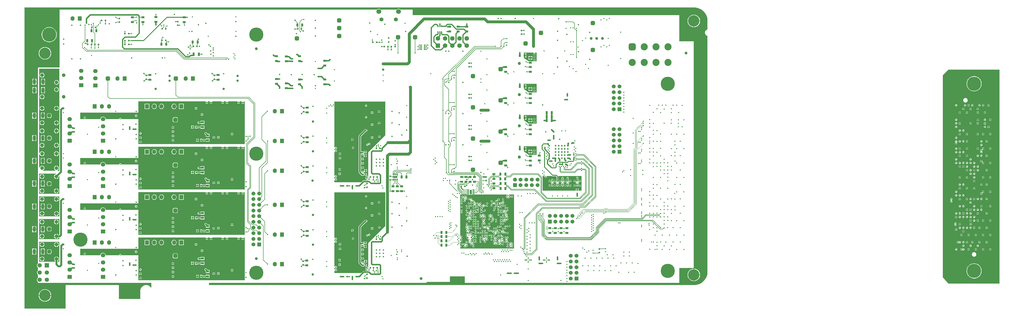
<source format=gbl>
G04*
G04 #@! TF.GenerationSoftware,Altium Limited,Altium Designer,21.3.2 (30)*
G04*
G04 Layer_Physical_Order=8*
G04 Layer_Color=16737819*
%FSAX43Y43*%
%MOMM*%
G71*
G04*
G04 #@! TF.SameCoordinates,57E60B56-A11A-4758-90C9-2252AEC72F12*
G04*
G04*
G04 #@! TF.FilePolarity,Positive*
G04*
G01*
G75*
%ADD10C,0.100*%
%ADD12C,0.150*%
%ADD14C,0.200*%
%ADD16C,0.400*%
%ADD17C,0.500*%
%ADD21C,0.300*%
%ADD86R,0.500X0.600*%
%ADD92C,1.500*%
%ADD96C,1.600*%
%ADD97R,1.600X1.600*%
%ADD99C,0.600*%
%ADD111C,1.700*%
%ADD116C,0.500*%
%ADD117C,1.100*%
%ADD123R,1.000X0.800*%
%ADD129R,0.800X1.000*%
%ADD135O,0.700X0.300*%
%ADD142R,1.000X1.700*%
%ADD147R,0.600X0.500*%
%ADD148R,0.800X1.300*%
%ADD187C,1.000*%
%ADD188C,0.800*%
%ADD189C,0.700*%
%ADD190C,1.000*%
%ADD192C,1.400*%
%ADD193O,1.600X1.400*%
%ADD194R,1.600X1.400*%
%ADD195R,1.500X1.500*%
%ADD196C,4.000*%
%ADD197R,1.372X1.372*%
%ADD198C,1.372*%
%ADD199R,1.372X1.372*%
G04:AMPARAMS|DCode=200|XSize=1.5mm|YSize=1.5mm|CornerRadius=0.375mm|HoleSize=0mm|Usage=FLASHONLY|Rotation=0.000|XOffset=0mm|YOffset=0mm|HoleType=Round|Shape=RoundedRectangle|*
%AMROUNDEDRECTD200*
21,1,1.500,0.750,0,0,0.0*
21,1,0.750,1.500,0,0,0.0*
1,1,0.750,0.375,-0.375*
1,1,0.750,-0.375,-0.375*
1,1,0.750,-0.375,0.375*
1,1,0.750,0.375,0.375*
%
%ADD200ROUNDEDRECTD200*%
%ADD201O,1.400X1.600*%
%ADD202R,1.400X1.600*%
G04:AMPARAMS|DCode=203|XSize=1.5mm|YSize=1.5mm|CornerRadius=0.375mm|HoleSize=0mm|Usage=FLASHONLY|Rotation=90.000|XOffset=0mm|YOffset=0mm|HoleType=Round|Shape=RoundedRectangle|*
%AMROUNDEDRECTD203*
21,1,1.500,0.750,0,0,90.0*
21,1,0.750,1.500,0,0,90.0*
1,1,0.750,0.375,0.375*
1,1,0.750,0.375,-0.375*
1,1,0.750,-0.375,-0.375*
1,1,0.750,-0.375,0.375*
%
%ADD203ROUNDEDRECTD203*%
G04:AMPARAMS|DCode=204|XSize=1.3mm|YSize=1.3mm|CornerRadius=0.325mm|HoleSize=0mm|Usage=FLASHONLY|Rotation=180.000|XOffset=0mm|YOffset=0mm|HoleType=Round|Shape=RoundedRectangle|*
%AMROUNDEDRECTD204*
21,1,1.300,0.650,0,0,180.0*
21,1,0.650,1.300,0,0,180.0*
1,1,0.650,-0.325,0.325*
1,1,0.650,0.325,0.325*
1,1,0.650,0.325,-0.325*
1,1,0.650,-0.325,-0.325*
%
%ADD204ROUNDEDRECTD204*%
%ADD205C,1.300*%
%ADD206C,2.500*%
G04:AMPARAMS|DCode=207|XSize=2.5mm|YSize=2.5mm|CornerRadius=0.625mm|HoleSize=0mm|Usage=FLASHONLY|Rotation=270.000|XOffset=0mm|YOffset=0mm|HoleType=Round|Shape=RoundedRectangle|*
%AMROUNDEDRECTD207*
21,1,2.500,1.250,0,0,270.0*
21,1,1.250,2.500,0,0,270.0*
1,1,1.250,-0.625,-0.625*
1,1,1.250,-0.625,0.625*
1,1,1.250,0.625,0.625*
1,1,1.250,0.625,-0.625*
%
%ADD207ROUNDEDRECTD207*%
%ADD208C,0.400*%
%ADD209C,5.000*%
%ADD210C,0.800*%
%ADD240R,0.690X1.600*%
%ADD241R,0.800X0.300*%
%ADD242R,0.300X0.800*%
%ADD243R,1.600X0.690*%
%ADD244R,0.250X0.250*%
%ADD245R,0.300X0.300*%
%ADD246R,0.250X0.250*%
%ADD247R,0.300X0.300*%
%ADD248R,0.400X0.800*%
G36*
X0280800Y0191900D02*
X0279250Y0191900D01*
Y0191950D01*
X0278039D01*
X0276200Y0193155D01*
Y0193300D01*
X0276500D01*
Y0194000D01*
Y0194700D01*
X0276200D01*
Y0195000D01*
X0279799D01*
X0279840Y0194882D01*
X0279838Y0194873D01*
X0279712Y0194788D01*
X0279623Y0194656D01*
X0279612Y0194600D01*
X0280388D01*
X0280377Y0194656D01*
X0280288Y0194788D01*
X0280162Y0194873D01*
X0280160Y0194882D01*
X0280201Y0195000D01*
X0280800D01*
Y0191900D01*
D02*
G37*
G36*
Y0180900D02*
X0279250Y0180900D01*
Y0180950D01*
X0278039D01*
X0276200Y0182155D01*
Y0182300D01*
X0276500D01*
Y0183000D01*
Y0183700D01*
X0276200D01*
Y0184000D01*
X0280800D01*
Y0180900D01*
D02*
G37*
G36*
X0177946Y0162711D02*
X0140546D01*
X0140446Y0162811D01*
Y0171500D01*
X0134481D01*
X0134400Y0171598D01*
X0134403Y0171611D01*
X0134376Y0171748D01*
X0134298Y0171863D01*
X0134183Y0171941D01*
X0134046Y0171968D01*
X0133910Y0171941D01*
X0133794Y0171863D01*
X0133716Y0171748D01*
X0133689Y0171611D01*
X0133692Y0171598D01*
X0133611Y0171500D01*
X0128931D01*
X0128904Y0171531D01*
X0128874Y0171753D01*
X0128789Y0171960D01*
X0128652Y0172137D01*
X0128475Y0172274D01*
X0128268Y0172359D01*
X0128046Y0172388D01*
X0127846D01*
X0127624Y0172359D01*
X0127418Y0172274D01*
X0127240Y0172137D01*
X0127104Y0171960D01*
X0127018Y0171753D01*
X0126989Y0171531D01*
X0126962Y0171500D01*
X0119946D01*
Y0173811D01*
X0140446D01*
Y0177811D01*
X0164124D01*
X0164187Y0177684D01*
X0164122Y0177587D01*
X0164107Y0177511D01*
X0164985D01*
X0164970Y0177587D01*
X0164905Y0177684D01*
X0164969Y0177811D01*
X0165624D01*
X0165687Y0177684D01*
X0165622Y0177587D01*
X0165607Y0177511D01*
X0166485D01*
X0166470Y0177587D01*
X0166405Y0177684D01*
X0166469Y0177811D01*
X0169741D01*
X0169804Y0177684D01*
X0169739Y0177587D01*
X0169724Y0177511D01*
X0170602D01*
X0170587Y0177587D01*
X0170522Y0177684D01*
X0170586Y0177811D01*
X0171241D01*
X0171304Y0177684D01*
X0171239Y0177587D01*
X0171224Y0177511D01*
X0172102D01*
X0172087Y0177587D01*
X0172022Y0177684D01*
X0172086Y0177811D01*
X0175327D01*
X0175391Y0177684D01*
X0175326Y0177587D01*
X0175311Y0177511D01*
X0176188D01*
X0176173Y0177587D01*
X0176108Y0177684D01*
X0176172Y0177811D01*
X0176827D01*
X0176891Y0177684D01*
X0176826Y0177587D01*
X0176811Y0177511D01*
X0177688D01*
X0177673Y0177587D01*
X0177608Y0177684D01*
X0177672Y0177811D01*
X0177946D01*
Y0162711D01*
D02*
G37*
G36*
X0280800Y0169900D02*
X0279250Y0169900D01*
Y0169950D01*
X0278039D01*
X0276200Y0171155D01*
Y0171300D01*
X0276500D01*
Y0172000D01*
Y0172700D01*
X0276200D01*
Y0173000D01*
X0280800D01*
Y0169900D01*
D02*
G37*
G36*
X0177946Y0149450D02*
X0177938Y0149411D01*
X0177946Y0149372D01*
Y0147750D01*
X0177938Y0147711D01*
X0177946Y0147672D01*
Y0146711D01*
X0140546D01*
X0140446Y0146811D01*
Y0155500D01*
X0134481D01*
X0134400Y0155598D01*
X0134403Y0155611D01*
X0134376Y0155748D01*
X0134298Y0155864D01*
X0134183Y0155941D01*
X0134046Y0155968D01*
X0133910Y0155941D01*
X0133794Y0155864D01*
X0133716Y0155748D01*
X0133689Y0155611D01*
X0133692Y0155598D01*
X0133611Y0155500D01*
X0128931D01*
X0128904Y0155531D01*
X0128874Y0155753D01*
X0128789Y0155960D01*
X0128652Y0156137D01*
X0128475Y0156274D01*
X0128268Y0156359D01*
X0128046Y0156388D01*
X0127846D01*
X0127624Y0156359D01*
X0127418Y0156274D01*
X0127240Y0156137D01*
X0127104Y0155960D01*
X0127018Y0155753D01*
X0126989Y0155531D01*
X0126962Y0155500D01*
X0119946D01*
Y0157811D01*
X0140446D01*
Y0161811D01*
X0164124D01*
X0164187Y0161684D01*
X0164122Y0161587D01*
X0164107Y0161511D01*
X0164985D01*
X0164970Y0161587D01*
X0164905Y0161684D01*
X0164969Y0161811D01*
X0165624D01*
X0165687Y0161684D01*
X0165622Y0161587D01*
X0165607Y0161511D01*
X0166485D01*
X0166470Y0161587D01*
X0166405Y0161684D01*
X0166469Y0161811D01*
X0169741D01*
X0169804Y0161684D01*
X0169739Y0161587D01*
X0169724Y0161511D01*
X0170602D01*
X0170587Y0161587D01*
X0170522Y0161684D01*
X0170586Y0161811D01*
X0171241D01*
X0171304Y0161684D01*
X0171239Y0161587D01*
X0171224Y0161511D01*
X0172102D01*
X0172087Y0161587D01*
X0172022Y0161684D01*
X0172086Y0161811D01*
X0175327D01*
X0175391Y0161684D01*
X0175326Y0161587D01*
X0175311Y0161511D01*
X0176188D01*
X0176173Y0161587D01*
X0176108Y0161684D01*
X0176172Y0161811D01*
X0176827D01*
X0176891Y0161684D01*
X0176826Y0161587D01*
X0176811Y0161511D01*
X0177688D01*
X0177673Y0161587D01*
X0177608Y0161684D01*
X0177672Y0161811D01*
X0177946D01*
Y0149450D01*
D02*
G37*
G36*
X0227446Y0165811D02*
X0221446Y0159811D01*
X0221446Y0150714D01*
X0221363Y0150656D01*
X0221300Y0150695D01*
Y0151550D01*
X0220500D01*
Y0150650D01*
X0220544D01*
X0220612Y0150523D01*
X0220589Y0150411D01*
X0220616Y0150275D01*
X0220694Y0150159D01*
X0220745Y0150125D01*
Y0149962D01*
X0219853D01*
X0219853Y0149962D01*
X0219697Y0149931D01*
X0219565Y0149842D01*
X0219565Y0149842D01*
X0218984Y0149261D01*
X0209546D01*
Y0150031D01*
X0209673Y0150070D01*
X0209712Y0150012D01*
X0209844Y0149924D01*
X0210000Y0149893D01*
X0210156Y0149924D01*
X0210288Y0150012D01*
X0210377Y0150144D01*
X0210408Y0150300D01*
X0210377Y0150456D01*
X0210288Y0150589D01*
X0210156Y0150677D01*
X0210000Y0150708D01*
X0209844Y0150677D01*
X0209712Y0150589D01*
X0209673Y0150531D01*
X0209546Y0150570D01*
Y0151031D01*
X0209673Y0151070D01*
X0209712Y0151012D01*
X0209844Y0150924D01*
X0210000Y0150893D01*
X0210156Y0150924D01*
X0210288Y0151012D01*
X0210377Y0151144D01*
X0210408Y0151300D01*
X0210377Y0151456D01*
X0210288Y0151589D01*
X0210156Y0151677D01*
X0210000Y0151708D01*
X0209844Y0151677D01*
X0209712Y0151589D01*
X0209673Y0151531D01*
X0209546Y0151570D01*
Y0160031D01*
X0209673Y0160070D01*
X0209712Y0160012D01*
X0209844Y0159924D01*
X0210000Y0159893D01*
X0210156Y0159924D01*
X0210288Y0160012D01*
X0210377Y0160144D01*
X0210408Y0160300D01*
X0210377Y0160456D01*
X0210288Y0160589D01*
X0210156Y0160677D01*
X0210000Y0160708D01*
X0209844Y0160677D01*
X0209712Y0160589D01*
X0209673Y0160531D01*
X0209546Y0160570D01*
Y0161031D01*
X0209673Y0161070D01*
X0209712Y0161012D01*
X0209844Y0160924D01*
X0210000Y0160893D01*
X0210156Y0160924D01*
X0210288Y0161012D01*
X0210377Y0161144D01*
X0210408Y0161300D01*
X0210377Y0161456D01*
X0210288Y0161589D01*
X0210156Y0161677D01*
X0210000Y0161708D01*
X0209844Y0161677D01*
X0209712Y0161589D01*
X0209673Y0161531D01*
X0209546Y0161570D01*
Y0177711D01*
X0227446D01*
Y0165811D01*
D02*
G37*
G36*
X0280800Y0158900D02*
X0279250Y0158900D01*
Y0158950D01*
X0278039D01*
X0276200Y0160155D01*
Y0160300D01*
X0276500D01*
Y0161000D01*
Y0161700D01*
X0276200D01*
Y0162000D01*
X0280800D01*
Y0158900D01*
D02*
G37*
G36*
X0112600Y0153311D02*
X0111787D01*
X0111762Y0153432D01*
X0111969Y0153518D01*
X0112146Y0153654D01*
X0112282Y0153832D01*
X0112368Y0154039D01*
X0112384Y0154160D01*
X0111540D01*
X0110696D01*
X0110712Y0154039D01*
X0110798Y0153832D01*
X0110934Y0153654D01*
X0111111Y0153518D01*
X0111318Y0153432D01*
X0111293Y0153311D01*
X0106707D01*
X0106682Y0153432D01*
X0106889Y0153518D01*
X0107066Y0153654D01*
X0107202Y0153832D01*
X0107288Y0154039D01*
X0107304Y0154160D01*
X0106460D01*
Y0154260D01*
X0106360D01*
Y0155105D01*
X0106238Y0155089D01*
X0106031Y0155003D01*
X0105854Y0154867D01*
X0105718Y0154689D01*
X0105632Y0154482D01*
X0105627Y0154445D01*
X0105500Y0154453D01*
Y0159147D01*
X0105627Y0159156D01*
X0105632Y0159119D01*
X0105718Y0158912D01*
X0105854Y0158734D01*
X0106031Y0158598D01*
X0106238Y0158512D01*
X0106360Y0158496D01*
Y0159340D01*
Y0160185D01*
X0106238Y0160169D01*
X0106031Y0160083D01*
X0105854Y0159947D01*
X0105718Y0159769D01*
X0105632Y0159562D01*
X0105627Y0159525D01*
X0105500Y0159533D01*
Y0189311D01*
X0112600D01*
Y0153311D01*
D02*
G37*
G36*
X0111578Y0152184D02*
X0111562Y0152164D01*
X0111526Y0152168D01*
X0111304Y0152139D01*
X0111098Y0152054D01*
X0110920Y0151917D01*
X0110784Y0151740D01*
X0110698Y0151533D01*
X0110682Y0151411D01*
X0111526D01*
Y0151311D01*
X0111626D01*
Y0150467D01*
X0111748Y0150483D01*
X0111955Y0150569D01*
X0112132Y0150705D01*
X0112269Y0150882D01*
X0112354Y0151089D01*
X0112383Y0151311D01*
X0112374Y0151382D01*
X0112419Y0151421D01*
X0112546Y0151362D01*
Y0145211D01*
X0105446D01*
Y0152311D01*
X0111515D01*
X0111578Y0152184D01*
D02*
G37*
G36*
X0296646Y0146261D02*
X0295646D01*
Y0146461D01*
X0295146D01*
X0294646D01*
Y0146261D01*
X0282900D01*
Y0151500D01*
X0283282D01*
X0283310Y0151481D01*
X0283446Y0151454D01*
X0283556Y0151476D01*
X0283631Y0151417D01*
X0283651Y0151390D01*
X0283658Y0151373D01*
X0283643Y0151300D01*
X0283670Y0151163D01*
X0283748Y0151048D01*
X0283863Y0150970D01*
X0284000Y0150943D01*
X0284137Y0150970D01*
X0284252Y0151048D01*
X0284330Y0151163D01*
X0284357Y0151300D01*
X0284342Y0151373D01*
X0284428Y0151500D01*
X0286225D01*
X0286241Y0151484D01*
X0286340Y0151417D01*
X0286457Y0151394D01*
X0287691D01*
X0287840Y0151245D01*
Y0149611D01*
X0287846Y0149582D01*
Y0149436D01*
X0287696D01*
X0287625Y0149552D01*
X0287625Y0149563D01*
X0287634Y0149611D01*
X0287346D01*
Y0149323D01*
X0287402Y0149334D01*
X0287444Y0149362D01*
X0287571Y0149294D01*
Y0149211D01*
X0287896D01*
Y0149011D01*
X0287571D01*
Y0148786D01*
X0287846D01*
Y0148641D01*
X0287840Y0148611D01*
Y0148269D01*
X0287822Y0148242D01*
X0287795Y0148105D01*
X0287822Y0147969D01*
X0287900Y0147853D01*
X0288015Y0147776D01*
X0288152Y0147749D01*
X0288288Y0147776D01*
X0288404Y0147853D01*
X0288482Y0147969D01*
X0288509Y0148105D01*
X0288482Y0148242D01*
X0288452Y0148286D01*
Y0148611D01*
X0288446Y0148641D01*
Y0148786D01*
X0288721D01*
Y0149011D01*
X0288396D01*
Y0149211D01*
X0288721D01*
Y0149294D01*
X0288848Y0149362D01*
X0288890Y0149334D01*
X0288946Y0149323D01*
Y0149611D01*
X0288658D01*
X0288668Y0149563D01*
X0288668Y0149552D01*
X0288596Y0149436D01*
X0288446D01*
Y0149582D01*
X0288452Y0149611D01*
Y0151372D01*
X0288452Y0151372D01*
X0288452Y0151373D01*
X0288556Y0151500D01*
X0296646D01*
Y0146261D01*
D02*
G37*
G36*
X0177946Y0130711D02*
X0140546D01*
X0140446Y0130811D01*
Y0139500D01*
X0134481D01*
X0134400Y0139598D01*
X0134403Y0139611D01*
X0134376Y0139748D01*
X0134298Y0139863D01*
X0134183Y0139941D01*
X0134046Y0139968D01*
X0133910Y0139941D01*
X0133794Y0139863D01*
X0133716Y0139748D01*
X0133689Y0139611D01*
X0133692Y0139598D01*
X0133611Y0139500D01*
X0128931D01*
X0128904Y0139531D01*
X0128874Y0139753D01*
X0128789Y0139960D01*
X0128652Y0140137D01*
X0128475Y0140274D01*
X0128268Y0140359D01*
X0128046Y0140388D01*
X0127846D01*
X0127624Y0140359D01*
X0127418Y0140274D01*
X0127240Y0140137D01*
X0127104Y0139960D01*
X0127018Y0139753D01*
X0126989Y0139531D01*
X0126962Y0139500D01*
X0119946D01*
Y0141811D01*
X0140446D01*
Y0145811D01*
X0164124D01*
X0164187Y0145684D01*
X0164122Y0145587D01*
X0164107Y0145511D01*
X0164985D01*
X0164970Y0145587D01*
X0164905Y0145684D01*
X0164969Y0145811D01*
X0165624D01*
X0165687Y0145684D01*
X0165622Y0145587D01*
X0165607Y0145511D01*
X0166485D01*
X0166470Y0145587D01*
X0166405Y0145684D01*
X0166469Y0145811D01*
X0169741D01*
X0169804Y0145684D01*
X0169739Y0145587D01*
X0169724Y0145511D01*
X0170602D01*
X0170587Y0145587D01*
X0170522Y0145684D01*
X0170586Y0145811D01*
X0171241D01*
X0171304Y0145684D01*
X0171239Y0145587D01*
X0171224Y0145511D01*
X0172102D01*
X0172087Y0145587D01*
X0172022Y0145684D01*
X0172086Y0145811D01*
X0175327D01*
X0175391Y0145684D01*
X0175326Y0145587D01*
X0175311Y0145511D01*
X0176189D01*
X0176173Y0145587D01*
X0176108Y0145684D01*
X0176172Y0145811D01*
X0176827D01*
X0176891Y0145684D01*
X0176826Y0145587D01*
X0176811Y0145511D01*
X0177689D01*
X0177673Y0145587D01*
X0177608Y0145684D01*
X0177672Y0145811D01*
X0177946D01*
Y0130711D01*
D02*
G37*
G36*
X0259095Y0144856D02*
Y0144911D01*
X0270246D01*
Y0144486D01*
X0270077D01*
X0270299Y0144264D01*
X0270246Y0144211D01*
X0270299Y0144158D01*
X0270077Y0143936D01*
X0270246D01*
Y0143461D01*
X0270746D01*
Y0143507D01*
X0270846D01*
X0270924Y0143523D01*
X0270990Y0143567D01*
X0271332Y0143908D01*
X0271346Y0143905D01*
X0271463Y0143929D01*
X0271563Y0143995D01*
X0271629Y0144094D01*
X0271652Y0144211D01*
X0271629Y0144328D01*
X0271563Y0144427D01*
X0271463Y0144494D01*
X0271346Y0144517D01*
X0271332Y0144514D01*
X0271062Y0144784D01*
X0271114Y0144911D01*
X0272846D01*
Y0125911D01*
X0253846D01*
Y0126343D01*
X0253973Y0126420D01*
X0254046Y0126405D01*
X0254163Y0126429D01*
X0254262Y0126495D01*
X0254329Y0126594D01*
X0254352Y0126711D01*
X0254329Y0126828D01*
X0254262Y0126927D01*
X0254163Y0126994D01*
X0254046Y0127017D01*
X0253973Y0127003D01*
X0253846Y0127079D01*
Y0127877D01*
X0253905Y0127917D01*
X0253950Y0127983D01*
X0253959Y0128029D01*
X0254248Y0128318D01*
X0254311Y0128305D01*
X0254428Y0128329D01*
X0254527Y0128395D01*
X0254594Y0128494D01*
X0254617Y0128611D01*
X0254594Y0128728D01*
X0254527Y0128827D01*
X0254428Y0128894D01*
X0254311Y0128917D01*
X0254194Y0128894D01*
X0254095Y0128827D01*
X0254029Y0128728D01*
X0254005Y0128611D01*
X0253973Y0128585D01*
X0253846Y0128646D01*
Y0129359D01*
X0253973Y0129424D01*
X0253995Y0129409D01*
X0254002Y0129396D01*
X0254023Y0129289D01*
X0254089Y0129189D01*
X0254188Y0129123D01*
X0254306Y0129100D01*
X0254423Y0129123D01*
X0254522Y0129189D01*
X0254588Y0129289D01*
X0254611Y0129406D01*
X0254588Y0129523D01*
X0254522Y0129622D01*
X0254423Y0129688D01*
X0254306Y0129711D01*
X0254242Y0129699D01*
X0254133Y0129808D01*
X0254146Y0129837D01*
X0254208Y0129912D01*
X0254300Y0129894D01*
X0254417Y0129917D01*
X0254516Y0129984D01*
X0254583Y0130083D01*
X0254606Y0130200D01*
X0254583Y0130317D01*
X0254516Y0130416D01*
X0254417Y0130483D01*
X0254300Y0130506D01*
X0254183Y0130483D01*
X0254084Y0130416D01*
X0254076Y0130405D01*
X0253935Y0130395D01*
X0253846Y0130483D01*
Y0144911D01*
X0256155D01*
Y0144800D01*
X0257155D01*
Y0144850D01*
X0257989D01*
X0258242Y0145103D01*
X0258348Y0144997D01*
X0258101Y0144750D01*
X0258989D01*
X0258742Y0144997D01*
X0258848Y0145103D01*
X0259095Y0144856D01*
D02*
G37*
G36*
X0112600Y0137200D02*
X0105500D01*
Y0144300D01*
X0112600D01*
Y0137200D01*
D02*
G37*
G36*
X0112546Y0130742D02*
X0112525Y0130721D01*
X0112222D01*
X0112132Y0130837D01*
X0111955Y0130974D01*
X0111748Y0131059D01*
X0111626Y0131075D01*
Y0130231D01*
Y0129387D01*
X0111748Y0129403D01*
X0111955Y0129489D01*
X0112132Y0129625D01*
X0112191Y0129701D01*
X0112546D01*
Y0129211D01*
X0105446D01*
Y0136311D01*
X0112546D01*
Y0130742D01*
D02*
G37*
G36*
X0177946Y0115750D02*
X0177938Y0115711D01*
X0177946Y0115672D01*
Y0114711D01*
X0140546D01*
X0140446Y0114811D01*
Y0123500D01*
X0134481D01*
X0134400Y0123598D01*
X0134403Y0123611D01*
X0134376Y0123748D01*
X0134298Y0123863D01*
X0134183Y0123941D01*
X0134046Y0123968D01*
X0133910Y0123941D01*
X0133794Y0123863D01*
X0133716Y0123748D01*
X0133689Y0123611D01*
X0133692Y0123598D01*
X0133611Y0123500D01*
X0128931D01*
X0128904Y0123531D01*
X0128874Y0123753D01*
X0128789Y0123960D01*
X0128652Y0124137D01*
X0128475Y0124274D01*
X0128268Y0124359D01*
X0128046Y0124388D01*
X0127846D01*
X0127624Y0124359D01*
X0127418Y0124274D01*
X0127240Y0124137D01*
X0127104Y0123960D01*
X0127018Y0123753D01*
X0126989Y0123531D01*
X0126962Y0123500D01*
X0119946D01*
Y0125811D01*
X0140446D01*
Y0129811D01*
X0164124D01*
X0164187Y0129684D01*
X0164122Y0129587D01*
X0164107Y0129511D01*
X0164985D01*
X0164970Y0129587D01*
X0164905Y0129684D01*
X0164969Y0129811D01*
X0165624D01*
X0165687Y0129684D01*
X0165622Y0129587D01*
X0165607Y0129511D01*
X0166485D01*
X0166470Y0129587D01*
X0166405Y0129684D01*
X0166469Y0129811D01*
X0169741D01*
X0169804Y0129684D01*
X0169739Y0129587D01*
X0169724Y0129511D01*
X0170602D01*
X0170587Y0129587D01*
X0170522Y0129684D01*
X0170586Y0129811D01*
X0171241D01*
X0171304Y0129684D01*
X0171239Y0129587D01*
X0171224Y0129511D01*
X0172102D01*
X0172087Y0129587D01*
X0172022Y0129684D01*
X0172086Y0129811D01*
X0175327D01*
X0175391Y0129684D01*
X0175326Y0129587D01*
X0175311Y0129511D01*
X0176189D01*
X0176173Y0129587D01*
X0176108Y0129684D01*
X0176172Y0129811D01*
X0176827D01*
X0176891Y0129684D01*
X0176826Y0129587D01*
X0176811Y0129511D01*
X0177689D01*
X0177673Y0129587D01*
X0177608Y0129684D01*
X0177672Y0129811D01*
X0177946D01*
Y0115750D01*
D02*
G37*
G36*
X0227446Y0133811D02*
X0221446Y0127811D01*
X0221446Y0118628D01*
X0221435Y0118616D01*
X0221433Y0118615D01*
X0221315Y0118647D01*
X0221300Y0118659D01*
Y0119550D01*
X0220500D01*
Y0118650D01*
X0220611D01*
X0220614Y0118647D01*
X0220667Y0118523D01*
X0220616Y0118448D01*
X0220589Y0118311D01*
X0220616Y0118175D01*
X0220674Y0118089D01*
X0220637Y0117986D01*
X0220618Y0117962D01*
X0219853D01*
X0219853Y0117962D01*
X0219697Y0117931D01*
X0219565Y0117842D01*
X0219565Y0117842D01*
X0218984Y0117261D01*
X0209546D01*
Y0118031D01*
X0209673Y0118070D01*
X0209712Y0118012D01*
X0209844Y0117924D01*
X0210000Y0117893D01*
X0210156Y0117924D01*
X0210288Y0118012D01*
X0210377Y0118144D01*
X0210408Y0118300D01*
X0210377Y0118456D01*
X0210288Y0118589D01*
X0210156Y0118677D01*
X0210000Y0118708D01*
X0209844Y0118677D01*
X0209712Y0118589D01*
X0209673Y0118531D01*
X0209546Y0118570D01*
Y0119031D01*
X0209673Y0119070D01*
X0209712Y0119012D01*
X0209844Y0118924D01*
X0210000Y0118893D01*
X0210156Y0118924D01*
X0210288Y0119012D01*
X0210377Y0119144D01*
X0210408Y0119300D01*
X0210377Y0119456D01*
X0210288Y0119589D01*
X0210156Y0119677D01*
X0210000Y0119708D01*
X0209844Y0119677D01*
X0209712Y0119589D01*
X0209673Y0119531D01*
X0209546Y0119570D01*
Y0128031D01*
X0209673Y0128070D01*
X0209712Y0128012D01*
X0209844Y0127924D01*
X0210000Y0127893D01*
X0210156Y0127924D01*
X0210288Y0128012D01*
X0210377Y0128144D01*
X0210408Y0128300D01*
X0210377Y0128456D01*
X0210288Y0128589D01*
X0210156Y0128677D01*
X0210000Y0128708D01*
X0209844Y0128677D01*
X0209712Y0128589D01*
X0209673Y0128531D01*
X0209546Y0128570D01*
Y0129031D01*
X0209673Y0129070D01*
X0209712Y0129012D01*
X0209844Y0128924D01*
X0210000Y0128893D01*
X0210156Y0128924D01*
X0210288Y0129012D01*
X0210377Y0129144D01*
X0210408Y0129300D01*
X0210377Y0129456D01*
X0210288Y0129589D01*
X0210156Y0129677D01*
X0210000Y0129708D01*
X0209844Y0129677D01*
X0209712Y0129589D01*
X0209673Y0129531D01*
X0209546Y0129570D01*
Y0145711D01*
X0227446D01*
Y0133811D01*
D02*
G37*
G36*
X0112600Y0121200D02*
X0112090D01*
Y0121540D01*
X0112186Y0121614D01*
X0112322Y0121792D01*
X0112408Y0121998D01*
X0112424Y0122120D01*
X0111580D01*
X0110736D01*
X0110752Y0121998D01*
X0110838Y0121792D01*
X0110974Y0121614D01*
X0111070Y0121540D01*
Y0121200D01*
X0105500D01*
Y0128300D01*
X0112600D01*
Y0121200D01*
D02*
G37*
G36*
X0336300Y0210895D02*
X0336611Y0210895D01*
X0337228Y0210814D01*
X0337829Y0210653D01*
X0338403Y0210415D01*
X0338942Y0210104D01*
X0339435Y0209725D01*
X0339875Y0209285D01*
X0340254Y0208792D01*
X0340565Y0208253D01*
X0340803Y0207679D01*
X0340964Y0207078D01*
X0341045Y0206461D01*
X0341045Y0206150D01*
X0341045Y0203119D01*
X0340890Y0203078D01*
X0340875Y0203070D01*
X0340858Y0203067D01*
X0340844Y0203058D01*
X0340828Y0203052D01*
X0340625Y0202935D01*
X0340600Y0202913D01*
X0340572Y0202894D01*
X0340406Y0202728D01*
X0340401Y0202721D01*
X0340393Y0202715D01*
X0340381Y0202694D01*
X0340365Y0202675D01*
X0340248Y0202472D01*
X0340242Y0202456D01*
X0340233Y0202442D01*
X0340230Y0202425D01*
X0340222Y0202410D01*
X0340161Y0202183D01*
X0340159Y0202150D01*
X0340153Y0202117D01*
X0340153Y0201883D01*
X0340159Y0201850D01*
X0340161Y0201817D01*
X0340222Y0201590D01*
X0340230Y0201575D01*
X0340233Y0201558D01*
X0340242Y0201544D01*
X0340248Y0201528D01*
X0340365Y0201325D01*
X0340387Y0201300D01*
X0340406Y0201272D01*
X0340572Y0201106D01*
X0340579Y0201101D01*
X0340585Y0201093D01*
X0340606Y0201081D01*
X0340625Y0201065D01*
X0340828Y0200948D01*
X0340844Y0200942D01*
X0340858Y0200933D01*
X0340875Y0200930D01*
X0340890Y0200922D01*
X0341045Y0200881D01*
X0341045Y0185000D01*
X0341045Y0185000D01*
X0341045Y0185000D01*
X0341045Y0184986D01*
X0341045Y0117750D01*
X0341045Y0117750D01*
Y0117439D01*
X0340964Y0116822D01*
X0340803Y0116221D01*
X0340565Y0115647D01*
X0340254Y0115108D01*
X0339875Y0114615D01*
X0339435Y0114175D01*
X0338942Y0113796D01*
X0338403Y0113485D01*
X0337829Y0113247D01*
X0337228Y0113086D01*
X0336611Y0113005D01*
X0165300D01*
X0165300Y0113005D01*
Y0113750D01*
X0242050Y0113750D01*
Y0114100D01*
X0250200D01*
Y0116100D01*
X0255450D01*
Y0113750D01*
X0331100Y0113750D01*
Y0119000D01*
X0336220D01*
Y0199000D01*
X0331100D01*
Y0208150D01*
X0237150D01*
Y0210150D01*
X0232848D01*
X0232654Y0210299D01*
X0232411Y0210400D01*
X0232150Y0210434D01*
X0231889Y0210400D01*
X0231646Y0210299D01*
X0231452Y0210150D01*
X0225848D01*
X0225654Y0210299D01*
X0225411Y0210400D01*
X0225150Y0210434D01*
X0224889Y0210400D01*
X0224646Y0210299D01*
X0224452Y0210150D01*
X0112700D01*
Y0189700D01*
X0105080D01*
Y0120675D01*
X0104958Y0120582D01*
X0104814Y0120394D01*
X0104723Y0120175D01*
X0104692Y0119940D01*
X0104723Y0119705D01*
X0104814Y0119486D01*
X0104958Y0119298D01*
X0105080Y0119205D01*
Y0118135D01*
X0104958Y0118042D01*
X0104814Y0117854D01*
X0104723Y0117635D01*
X0104692Y0117400D01*
X0104723Y0117165D01*
X0104814Y0116946D01*
X0104958Y0116758D01*
X0105080Y0116665D01*
Y0115595D01*
X0104958Y0115502D01*
X0104814Y0115314D01*
X0104723Y0115095D01*
X0104692Y0114860D01*
X0104723Y0114625D01*
X0104814Y0114406D01*
X0104958Y0114218D01*
X0105080Y0114125D01*
Y0113800D01*
X0145000D01*
Y0112150D01*
X0144873Y0112112D01*
X0144798Y0112224D01*
X0144780Y0112242D01*
X0144766Y0112263D01*
X0144513Y0112516D01*
X0144492Y0112530D01*
X0144474Y0112548D01*
X0144177Y0112746D01*
X0144154Y0112756D01*
X0144133Y0112770D01*
X0143802Y0112907D01*
X0143778Y0112912D01*
X0143754Y0112921D01*
X0143404Y0112991D01*
X0143378D01*
X0143354Y0112996D01*
X0142996D01*
X0142971Y0112991D01*
X0142946D01*
X0142595Y0112921D01*
X0142572Y0112912D01*
X0142548Y0112907D01*
X0142548Y0112907D01*
X0142217Y0112770D01*
X0142196Y0112756D01*
X0142173Y0112746D01*
X0141876Y0112548D01*
X0141858Y0112530D01*
X0141837Y0112516D01*
X0141584Y0112263D01*
X0141570Y0112242D01*
X0141552Y0112224D01*
X0141354Y0111927D01*
X0141344Y0111904D01*
X0141330Y0111883D01*
X0141193Y0111552D01*
X0141188Y0111528D01*
X0141179Y0111505D01*
X0141109Y0111154D01*
Y0111135D01*
X0141104Y0111116D01*
X0141095Y0110938D01*
X0141096Y0110931D01*
X0141095Y0110925D01*
Y0108112D01*
X0133605D01*
Y0112750D01*
X0133604Y0112754D01*
X0133605Y0112759D01*
X0133595Y0112799D01*
X0133589Y0112839D01*
X0133589Y0112839D01*
X0133586Y0112843D01*
X0133585Y0112848D01*
X0133583Y0112851D01*
X0133582Y0112855D01*
X0133558Y0112889D01*
X0133536Y0112924D01*
X0133533Y0112927D01*
X0133530Y0112930D01*
X0133530Y0112930D01*
X0133530Y0112930D01*
X0133527Y0112933D01*
X0133524Y0112936D01*
X0133489Y0112958D01*
X0133455Y0112982D01*
X0133451Y0112983D01*
X0133448Y0112985D01*
X0133443Y0112986D01*
X0133439Y0112989D01*
X0133439Y0112989D01*
X0133399Y0112995D01*
X0133359Y0113005D01*
X0133354Y0113004D01*
X0133350Y0113005D01*
X0115000D01*
X0114996Y0113004D01*
X0114991Y0113005D01*
X0114951Y0112995D01*
X0114911Y0112989D01*
X0114911Y0112989D01*
X0114907Y0112986D01*
X0114903Y0112985D01*
X0114899Y0112983D01*
X0114895Y0112982D01*
X0114861Y0112958D01*
X0114826Y0112936D01*
X0114823Y0112933D01*
X0114820Y0112930D01*
X0114820Y0112930D01*
X0114820Y0112930D01*
X0114817Y0112927D01*
X0114814Y0112924D01*
X0114792Y0112889D01*
X0114768Y0112855D01*
X0114767Y0112851D01*
X0114765Y0112848D01*
X0114764Y0112843D01*
X0114761Y0112839D01*
X0114761Y0112839D01*
X0114755Y0112799D01*
X0114745Y0112759D01*
X0114746Y0112754D01*
X0114745Y0112750D01*
Y0104755D01*
X0100255D01*
Y0210895D01*
X0336300D01*
X0336300Y0210895D01*
D02*
G37*
G36*
X0444000Y0113500D02*
X0425893Y0113500D01*
X0424000Y0115742D01*
Y0187000D01*
X0426000Y0189000D01*
X0444000D01*
Y0113500D01*
D02*
G37*
%LPC*%
G36*
X0280388Y0194400D02*
X0280100D01*
Y0194112D01*
X0280156Y0194123D01*
X0280288Y0194212D01*
X0280377Y0194344D01*
X0280388Y0194400D01*
D02*
G37*
G36*
X0279900D02*
X0279612D01*
X0279623Y0194344D01*
X0279712Y0194212D01*
X0279844Y0194123D01*
X0279900Y0194112D01*
Y0194400D01*
D02*
G37*
G36*
X0277200Y0194700D02*
X0276700D01*
Y0194100D01*
X0277200D01*
Y0194700D01*
D02*
G37*
G36*
X0280100Y0193888D02*
Y0193600D01*
X0280388D01*
X0280377Y0193656D01*
X0280288Y0193788D01*
X0280156Y0193877D01*
X0280100Y0193888D01*
D02*
G37*
G36*
X0279900D02*
X0279844Y0193877D01*
X0279712Y0193788D01*
X0279623Y0193656D01*
X0279612Y0193600D01*
X0279900D01*
Y0193888D01*
D02*
G37*
G36*
X0277200Y0193900D02*
X0276700D01*
Y0193300D01*
X0277200D01*
Y0193900D01*
D02*
G37*
G36*
X0279300Y0193700D02*
X0278700D01*
Y0193200D01*
X0279300D01*
Y0193700D01*
D02*
G37*
G36*
X0278500D02*
X0277900D01*
Y0193200D01*
X0278500D01*
Y0193700D01*
D02*
G37*
G36*
X0280388Y0193400D02*
X0280100D01*
Y0193112D01*
X0280156Y0193123D01*
X0280288Y0193212D01*
X0280377Y0193344D01*
X0280388Y0193400D01*
D02*
G37*
G36*
X0279900D02*
X0279612D01*
X0279623Y0193344D01*
X0279712Y0193212D01*
X0279844Y0193123D01*
X0279900Y0193112D01*
Y0193400D01*
D02*
G37*
G36*
X0280100Y0192888D02*
Y0192600D01*
X0280388D01*
X0280377Y0192656D01*
X0280288Y0192788D01*
X0280156Y0192877D01*
X0280100Y0192888D01*
D02*
G37*
G36*
X0279900D02*
X0279844Y0192877D01*
X0279712Y0192788D01*
X0279623Y0192656D01*
X0279612Y0192600D01*
X0279900D01*
Y0192888D01*
D02*
G37*
G36*
X0279300Y0193000D02*
X0278700D01*
Y0192500D01*
X0279300D01*
Y0193000D01*
D02*
G37*
G36*
X0278500D02*
X0277900D01*
Y0192500D01*
X0278500D01*
Y0193000D01*
D02*
G37*
G36*
X0280388Y0192400D02*
X0280100D01*
Y0192112D01*
X0280156Y0192123D01*
X0280288Y0192212D01*
X0280377Y0192344D01*
X0280388Y0192400D01*
D02*
G37*
G36*
X0279900D02*
X0279612D01*
X0279623Y0192344D01*
X0279712Y0192212D01*
X0279844Y0192123D01*
X0279900Y0192112D01*
Y0192400D01*
D02*
G37*
G36*
X0277200Y0183700D02*
X0276700D01*
Y0183100D01*
X0277200D01*
Y0183700D01*
D02*
G37*
G36*
X0280100Y0182888D02*
Y0182600D01*
X0280388D01*
X0280377Y0182656D01*
X0280288Y0182788D01*
X0280156Y0182877D01*
X0280100Y0182888D01*
D02*
G37*
G36*
X0279900D02*
X0279844Y0182877D01*
X0279712Y0182788D01*
X0279623Y0182656D01*
X0279612Y0182600D01*
X0279900D01*
Y0182888D01*
D02*
G37*
G36*
X0277200Y0182900D02*
X0276700D01*
Y0182300D01*
X0277200D01*
Y0182900D01*
D02*
G37*
G36*
X0279300Y0182700D02*
X0278700D01*
Y0182200D01*
X0279300D01*
Y0182700D01*
D02*
G37*
G36*
X0278500D02*
X0277900D01*
Y0182200D01*
X0278500D01*
Y0182700D01*
D02*
G37*
G36*
X0280388Y0182400D02*
X0280100D01*
Y0182112D01*
X0280156Y0182123D01*
X0280288Y0182212D01*
X0280377Y0182344D01*
X0280388Y0182400D01*
D02*
G37*
G36*
X0279900D02*
X0279612D01*
X0279623Y0182344D01*
X0279712Y0182212D01*
X0279844Y0182123D01*
X0279900Y0182112D01*
Y0182400D01*
D02*
G37*
G36*
X0280100Y0181888D02*
Y0181600D01*
X0280388D01*
X0280377Y0181656D01*
X0280288Y0181788D01*
X0280156Y0181877D01*
X0280100Y0181888D01*
D02*
G37*
G36*
X0279900D02*
X0279844Y0181877D01*
X0279712Y0181788D01*
X0279623Y0181656D01*
X0279612Y0181600D01*
X0279900D01*
Y0181888D01*
D02*
G37*
G36*
X0279300Y0182000D02*
X0278700D01*
Y0181500D01*
X0279300D01*
Y0182000D01*
D02*
G37*
G36*
X0278500D02*
X0277900D01*
Y0181500D01*
X0278500D01*
Y0182000D01*
D02*
G37*
G36*
X0280388Y0181400D02*
X0280100D01*
Y0181112D01*
X0280156Y0181123D01*
X0280288Y0181212D01*
X0280377Y0181344D01*
X0280388Y0181400D01*
D02*
G37*
G36*
X0279900D02*
X0279612D01*
X0279623Y0181344D01*
X0279712Y0181212D01*
X0279844Y0181123D01*
X0279900Y0181112D01*
Y0181400D01*
D02*
G37*
G36*
X0177688Y0177311D02*
X0177350D01*
Y0176972D01*
X0177425Y0176987D01*
X0177574Y0177087D01*
X0177673Y0177236D01*
X0177688Y0177311D01*
D02*
G37*
G36*
X0177150D02*
X0176811D01*
X0176826Y0177236D01*
X0176925Y0177087D01*
X0177074Y0176987D01*
X0177150Y0176972D01*
Y0177311D01*
D02*
G37*
G36*
X0176188D02*
X0175850D01*
Y0176972D01*
X0175925Y0176987D01*
X0176074Y0177087D01*
X0176173Y0177236D01*
X0176188Y0177311D01*
D02*
G37*
G36*
X0175650D02*
X0175311D01*
X0175326Y0177236D01*
X0175425Y0177087D01*
X0175574Y0176987D01*
X0175650Y0176972D01*
Y0177311D01*
D02*
G37*
G36*
X0172102D02*
X0171763D01*
Y0176972D01*
X0171839Y0176987D01*
X0171988Y0177087D01*
X0172087Y0177236D01*
X0172102Y0177311D01*
D02*
G37*
G36*
X0171563D02*
X0171224D01*
X0171239Y0177236D01*
X0171339Y0177087D01*
X0171488Y0176987D01*
X0171563Y0176972D01*
Y0177311D01*
D02*
G37*
G36*
X0170602D02*
X0170263D01*
Y0176972D01*
X0170339Y0176987D01*
X0170488Y0177087D01*
X0170587Y0177236D01*
X0170602Y0177311D01*
D02*
G37*
G36*
X0170063D02*
X0169724D01*
X0169739Y0177236D01*
X0169839Y0177087D01*
X0169988Y0176987D01*
X0170063Y0176972D01*
Y0177311D01*
D02*
G37*
G36*
X0166485D02*
X0166146D01*
Y0176972D01*
X0166222Y0176987D01*
X0166371Y0177087D01*
X0166470Y0177236D01*
X0166485Y0177311D01*
D02*
G37*
G36*
X0165946D02*
X0165607D01*
X0165622Y0177236D01*
X0165722Y0177087D01*
X0165871Y0176987D01*
X0165946Y0176972D01*
Y0177311D01*
D02*
G37*
G36*
X0164985D02*
X0164646D01*
Y0176972D01*
X0164722Y0176987D01*
X0164871Y0177087D01*
X0164970Y0177236D01*
X0164985Y0177311D01*
D02*
G37*
G36*
X0164446D02*
X0164107D01*
X0164122Y0177236D01*
X0164222Y0177087D01*
X0164371Y0176987D01*
X0164446Y0176972D01*
Y0177311D01*
D02*
G37*
G36*
X0160846Y0175750D02*
Y0175411D01*
X0161185D01*
X0161170Y0175487D01*
X0161071Y0175636D01*
X0160922Y0175735D01*
X0160846Y0175750D01*
D02*
G37*
G36*
X0160646D02*
X0160571Y0175735D01*
X0160422Y0175636D01*
X0160322Y0175487D01*
X0160307Y0175411D01*
X0160646D01*
Y0175750D01*
D02*
G37*
G36*
X0156396Y0176961D02*
X0154696D01*
Y0175061D01*
X0156396D01*
Y0176961D01*
D02*
G37*
G36*
X0144356D02*
X0142656D01*
Y0175061D01*
X0144356D01*
Y0176961D01*
D02*
G37*
G36*
X0153006Y0176968D02*
X0152784Y0176939D01*
X0152578Y0176854D01*
X0152400Y0176717D01*
X0152264Y0176540D01*
X0152178Y0176333D01*
X0152149Y0176111D01*
Y0175911D01*
X0152178Y0175689D01*
X0152264Y0175482D01*
X0152400Y0175305D01*
X0152578Y0175169D01*
X0152784Y0175083D01*
X0153006Y0175054D01*
X0153228Y0175083D01*
X0153435Y0175169D01*
X0153612Y0175305D01*
X0153749Y0175482D01*
X0153834Y0175689D01*
X0153864Y0175911D01*
Y0176111D01*
X0153834Y0176333D01*
X0153749Y0176540D01*
X0153612Y0176717D01*
X0153435Y0176854D01*
X0153228Y0176939D01*
X0153006Y0176968D01*
D02*
G37*
G36*
X0148586D02*
X0148364Y0176939D01*
X0148158Y0176854D01*
X0147980Y0176717D01*
X0147844Y0176540D01*
X0147758Y0176333D01*
X0147729Y0176111D01*
Y0175911D01*
X0147758Y0175689D01*
X0147844Y0175482D01*
X0147980Y0175305D01*
X0148158Y0175169D01*
X0148364Y0175083D01*
X0148586Y0175054D01*
X0148808Y0175083D01*
X0149015Y0175169D01*
X0149192Y0175305D01*
X0149329Y0175482D01*
X0149414Y0175689D01*
X0149444Y0175911D01*
Y0176111D01*
X0149414Y0176333D01*
X0149329Y0176540D01*
X0149192Y0176717D01*
X0149015Y0176854D01*
X0148808Y0176939D01*
X0148586Y0176968D01*
D02*
G37*
G36*
X0146046D02*
X0145824Y0176939D01*
X0145618Y0176854D01*
X0145440Y0176717D01*
X0145304Y0176540D01*
X0145218Y0176333D01*
X0145189Y0176111D01*
Y0175911D01*
X0145218Y0175689D01*
X0145304Y0175482D01*
X0145440Y0175305D01*
X0145618Y0175169D01*
X0145824Y0175083D01*
X0146046Y0175054D01*
X0146268Y0175083D01*
X0146475Y0175169D01*
X0146652Y0175305D01*
X0146789Y0175482D01*
X0146874Y0175689D01*
X0146904Y0175911D01*
Y0176111D01*
X0146874Y0176333D01*
X0146789Y0176540D01*
X0146652Y0176717D01*
X0146475Y0176854D01*
X0146268Y0176939D01*
X0146046Y0176968D01*
D02*
G37*
G36*
X0161185Y0175211D02*
X0160846D01*
Y0174872D01*
X0160922Y0174887D01*
X0161071Y0174987D01*
X0161170Y0175136D01*
X0161185Y0175211D01*
D02*
G37*
G36*
X0160646D02*
X0160307D01*
X0160322Y0175136D01*
X0160422Y0174987D01*
X0160571Y0174887D01*
X0160646Y0174872D01*
Y0175211D01*
D02*
G37*
G36*
X0162946Y0173550D02*
Y0173211D01*
X0163285D01*
X0163270Y0173287D01*
X0163171Y0173436D01*
X0163022Y0173535D01*
X0162946Y0173550D01*
D02*
G37*
G36*
X0162746D02*
X0162671Y0173535D01*
X0162522Y0173436D01*
X0162422Y0173287D01*
X0162407Y0173211D01*
X0162746D01*
Y0173550D01*
D02*
G37*
G36*
X0163285Y0173011D02*
X0162946D01*
Y0172672D01*
X0163022Y0172687D01*
X0163171Y0172787D01*
X0163270Y0172936D01*
X0163285Y0173011D01*
D02*
G37*
G36*
X0162746D02*
X0162407D01*
X0162422Y0172936D01*
X0162522Y0172787D01*
X0162671Y0172687D01*
X0162746Y0172672D01*
Y0173011D01*
D02*
G37*
G36*
X0139646Y0173129D02*
X0139490Y0173097D01*
X0139358Y0173009D01*
X0139269Y0172877D01*
X0139238Y0172721D01*
X0139269Y0172565D01*
X0139358Y0172432D01*
X0139490Y0172344D01*
X0139646Y0172313D01*
X0139802Y0172344D01*
X0139935Y0172432D01*
X0140023Y0172565D01*
X0140054Y0172721D01*
X0140023Y0172877D01*
X0139935Y0173009D01*
X0139802Y0173097D01*
X0139646Y0173129D01*
D02*
G37*
G36*
X0121646Y0172499D02*
Y0172211D01*
X0121934D01*
X0121923Y0172267D01*
X0121835Y0172400D01*
X0121702Y0172488D01*
X0121646Y0172499D01*
D02*
G37*
G36*
X0121446D02*
X0121390Y0172488D01*
X0121258Y0172400D01*
X0121169Y0172267D01*
X0121158Y0172211D01*
X0121446D01*
Y0172499D01*
D02*
G37*
G36*
X0121934Y0172011D02*
X0121646D01*
Y0171723D01*
X0121702Y0171734D01*
X0121835Y0171823D01*
X0121923Y0171955D01*
X0121934Y0172011D01*
D02*
G37*
G36*
X0121446D02*
X0121158D01*
X0121169Y0171955D01*
X0121258Y0171823D01*
X0121390Y0171734D01*
X0121446Y0171723D01*
Y0172011D01*
D02*
G37*
G36*
X0153821Y0172221D02*
X0153071D01*
X0152866Y0172181D01*
X0152693Y0172065D01*
X0152577Y0171891D01*
X0152536Y0171686D01*
Y0170936D01*
X0152577Y0170731D01*
X0152693Y0170558D01*
X0152866Y0170442D01*
X0153071Y0170401D01*
X0153821D01*
X0154026Y0170442D01*
X0154200Y0170558D01*
X0154316Y0170731D01*
X0154356Y0170936D01*
Y0171686D01*
X0154316Y0171891D01*
X0154200Y0172065D01*
X0154026Y0172181D01*
X0153821Y0172221D01*
D02*
G37*
G36*
X0163696Y0170961D02*
X0162396D01*
Y0170719D01*
X0161746D01*
X0161590Y0170688D01*
X0161458Y0170600D01*
X0161369Y0170467D01*
X0161338Y0170311D01*
X0161369Y0170155D01*
X0161458Y0170023D01*
X0161590Y0169934D01*
X0161746Y0169903D01*
X0162396D01*
Y0169861D01*
X0163696D01*
Y0170961D01*
D02*
G37*
G36*
Y0169261D02*
X0162396D01*
Y0169017D01*
X0162018D01*
X0161983Y0169041D01*
X0161846Y0169068D01*
X0161710Y0169041D01*
X0161674Y0169017D01*
X0161246D01*
Y0169161D01*
X0160446D01*
Y0168261D01*
X0161246D01*
Y0168405D01*
X0161674D01*
X0161710Y0168381D01*
X0161846Y0168354D01*
X0161983Y0168381D01*
X0162018Y0168405D01*
X0162396D01*
Y0168161D01*
X0163696D01*
Y0169261D01*
D02*
G37*
G36*
X0159996Y0169211D02*
X0159646D01*
Y0168811D01*
X0159996D01*
Y0169211D01*
D02*
G37*
G36*
X0159446D02*
X0159096D01*
Y0168811D01*
X0159446D01*
Y0169211D01*
D02*
G37*
G36*
X0152746Y0169050D02*
Y0168711D01*
X0153085D01*
X0153070Y0168787D01*
X0152971Y0168936D01*
X0152822Y0169035D01*
X0152746Y0169050D01*
D02*
G37*
G36*
X0152546D02*
X0152471Y0169035D01*
X0152322Y0168936D01*
X0152222Y0168787D01*
X0152207Y0168711D01*
X0152546D01*
Y0169050D01*
D02*
G37*
G36*
X0159996Y0168611D02*
X0159646D01*
Y0168211D01*
X0159996D01*
Y0168611D01*
D02*
G37*
G36*
X0159446D02*
X0159096D01*
Y0168211D01*
X0159446D01*
Y0168611D01*
D02*
G37*
G36*
X0153085Y0168511D02*
X0152746D01*
Y0168172D01*
X0152822Y0168187D01*
X0152971Y0168287D01*
X0153070Y0168436D01*
X0153085Y0168511D01*
D02*
G37*
G36*
X0152546D02*
X0152207D01*
X0152222Y0168436D01*
X0152322Y0168287D01*
X0152471Y0168187D01*
X0152546Y0168172D01*
Y0168511D01*
D02*
G37*
G36*
X0152746Y0167550D02*
Y0167211D01*
X0153085D01*
X0153070Y0167287D01*
X0152971Y0167436D01*
X0152822Y0167535D01*
X0152746Y0167550D01*
D02*
G37*
G36*
X0152546D02*
X0152471Y0167535D01*
X0152322Y0167436D01*
X0152222Y0167287D01*
X0152207Y0167211D01*
X0152546D01*
Y0167550D01*
D02*
G37*
G36*
X0153085Y0167011D02*
X0152746D01*
Y0166672D01*
X0152822Y0166687D01*
X0152971Y0166787D01*
X0153070Y0166936D01*
X0153085Y0167011D01*
D02*
G37*
G36*
X0152546D02*
X0152207D01*
X0152222Y0166936D01*
X0152322Y0166787D01*
X0152471Y0166687D01*
X0152546Y0166672D01*
Y0167011D01*
D02*
G37*
G36*
X0173546Y0166750D02*
Y0166411D01*
X0173885D01*
X0173870Y0166487D01*
X0173771Y0166636D01*
X0173622Y0166735D01*
X0173546Y0166750D01*
D02*
G37*
G36*
X0173346D02*
X0173271Y0166735D01*
X0173122Y0166636D01*
X0173022Y0166487D01*
X0173007Y0166411D01*
X0173346D01*
Y0166750D01*
D02*
G37*
G36*
X0141146Y0166919D02*
X0140990Y0166888D01*
X0140858Y0166800D01*
X0140769Y0166667D01*
X0140738Y0166511D01*
X0140769Y0166355D01*
X0140858Y0166223D01*
X0140990Y0166134D01*
X0141146Y0166103D01*
X0141302Y0166134D01*
X0141435Y0166223D01*
X0141523Y0166355D01*
X0141554Y0166511D01*
X0141523Y0166667D01*
X0141435Y0166800D01*
X0141302Y0166888D01*
X0141146Y0166919D01*
D02*
G37*
G36*
X0173885Y0166211D02*
X0173546D01*
Y0165872D01*
X0173622Y0165887D01*
X0173771Y0165987D01*
X0173870Y0166136D01*
X0173885Y0166211D01*
D02*
G37*
G36*
X0173346D02*
X0173007D01*
X0173022Y0166136D01*
X0173122Y0165987D01*
X0173271Y0165887D01*
X0173346Y0165872D01*
Y0166211D01*
D02*
G37*
G36*
X0152746Y0166050D02*
Y0165711D01*
X0153085D01*
X0153070Y0165787D01*
X0152971Y0165936D01*
X0152822Y0166035D01*
X0152746Y0166050D01*
D02*
G37*
G36*
X0152546D02*
X0152471Y0166035D01*
X0152322Y0165936D01*
X0152222Y0165787D01*
X0152207Y0165711D01*
X0152546D01*
Y0166050D01*
D02*
G37*
G36*
X0164157Y0166908D02*
X0164001Y0166877D01*
X0163869Y0166788D01*
X0163781Y0166656D01*
X0163749Y0166500D01*
X0163781Y0166344D01*
X0163869Y0166212D01*
X0164196Y0165884D01*
Y0165261D01*
X0165496D01*
Y0166361D01*
X0164873D01*
X0164446Y0166788D01*
X0164313Y0166877D01*
X0164157Y0166908D01*
D02*
G37*
G36*
X0168746Y0165550D02*
Y0165211D01*
X0169085D01*
X0169070Y0165287D01*
X0168971Y0165436D01*
X0168822Y0165535D01*
X0168746Y0165550D01*
D02*
G37*
G36*
X0168546D02*
X0168471Y0165535D01*
X0168322Y0165436D01*
X0168222Y0165287D01*
X0168207Y0165211D01*
X0168546D01*
Y0165550D01*
D02*
G37*
G36*
X0167146D02*
Y0165211D01*
X0167485D01*
X0167470Y0165287D01*
X0167371Y0165436D01*
X0167222Y0165535D01*
X0167146Y0165550D01*
D02*
G37*
G36*
X0166946D02*
X0166871Y0165535D01*
X0166722Y0165436D01*
X0166622Y0165287D01*
X0166607Y0165211D01*
X0166946D01*
Y0165550D01*
D02*
G37*
G36*
X0153085Y0165511D02*
X0152746D01*
Y0165172D01*
X0152822Y0165187D01*
X0152971Y0165287D01*
X0153070Y0165436D01*
X0153085Y0165511D01*
D02*
G37*
G36*
X0152546D02*
X0152207D01*
X0152222Y0165436D01*
X0152322Y0165287D01*
X0152471Y0165187D01*
X0152546Y0165172D01*
Y0165511D01*
D02*
G37*
G36*
X0141258Y0165462D02*
Y0165123D01*
X0141597D01*
X0141582Y0165199D01*
X0141483Y0165348D01*
X0141334Y0165447D01*
X0141258Y0165462D01*
D02*
G37*
G36*
X0141058D02*
X0140983Y0165447D01*
X0140834Y0165348D01*
X0140735Y0165199D01*
X0140720Y0165123D01*
X0141058D01*
Y0165462D01*
D02*
G37*
G36*
X0169085Y0165011D02*
X0168746D01*
Y0164672D01*
X0168822Y0164687D01*
X0168971Y0164787D01*
X0169070Y0164936D01*
X0169085Y0165011D01*
D02*
G37*
G36*
X0168546D02*
X0168207D01*
X0168222Y0164936D01*
X0168322Y0164787D01*
X0168471Y0164687D01*
X0168546Y0164672D01*
Y0165011D01*
D02*
G37*
G36*
X0167485D02*
X0167146D01*
Y0164672D01*
X0167222Y0164687D01*
X0167371Y0164787D01*
X0167470Y0164936D01*
X0167485Y0165011D01*
D02*
G37*
G36*
X0166946D02*
X0166607D01*
X0166622Y0164936D01*
X0166722Y0164787D01*
X0166871Y0164687D01*
X0166946Y0164672D01*
Y0165011D01*
D02*
G37*
G36*
X0141597Y0164923D02*
X0141258D01*
Y0164584D01*
X0141334Y0164600D01*
X0141483Y0164699D01*
X0141582Y0164848D01*
X0141597Y0164923D01*
D02*
G37*
G36*
X0141058D02*
X0140720D01*
X0140735Y0164848D01*
X0140834Y0164699D01*
X0140983Y0164600D01*
X0141058Y0164584D01*
Y0164923D01*
D02*
G37*
G36*
X0165496Y0164661D02*
X0164196D01*
Y0164417D01*
X0163805D01*
X0163767Y0164442D01*
X0163611Y0164473D01*
X0163455Y0164442D01*
X0163417Y0164417D01*
X0162946D01*
Y0164561D01*
X0162146D01*
Y0163661D01*
X0162946D01*
Y0163805D01*
X0163304D01*
X0163323Y0163777D01*
X0163455Y0163689D01*
X0163611Y0163658D01*
X0163767Y0163689D01*
X0163900Y0163777D01*
X0163918Y0163805D01*
X0164196D01*
Y0163561D01*
X0165496D01*
Y0164661D01*
D02*
G37*
G36*
X0152746Y0164550D02*
Y0164211D01*
X0153085D01*
X0153070Y0164287D01*
X0152971Y0164436D01*
X0152822Y0164535D01*
X0152746Y0164550D01*
D02*
G37*
G36*
X0152546D02*
X0152471Y0164535D01*
X0152322Y0164436D01*
X0152222Y0164287D01*
X0152207Y0164211D01*
X0152546D01*
Y0164550D01*
D02*
G37*
G36*
X0161696Y0164611D02*
X0161346D01*
Y0164211D01*
X0161696D01*
Y0164611D01*
D02*
G37*
G36*
X0161146D02*
X0160796D01*
Y0164211D01*
X0161146D01*
Y0164611D01*
D02*
G37*
G36*
X0153085Y0164011D02*
X0152746D01*
Y0163672D01*
X0152822Y0163687D01*
X0152971Y0163787D01*
X0153070Y0163936D01*
X0153085Y0164011D01*
D02*
G37*
G36*
X0152546D02*
X0152207D01*
X0152222Y0163936D01*
X0152322Y0163787D01*
X0152471Y0163687D01*
X0152546Y0163672D01*
Y0164011D01*
D02*
G37*
G36*
X0141258Y0163962D02*
Y0163623D01*
X0141597D01*
X0141582Y0163699D01*
X0141483Y0163848D01*
X0141334Y0163947D01*
X0141258Y0163962D01*
D02*
G37*
G36*
X0141058D02*
X0140983Y0163947D01*
X0140834Y0163848D01*
X0140735Y0163699D01*
X0140720Y0163623D01*
X0141058D01*
Y0163962D01*
D02*
G37*
G36*
X0161696Y0164011D02*
X0161346D01*
Y0163611D01*
X0161696D01*
Y0164011D01*
D02*
G37*
G36*
X0161146D02*
X0160796D01*
Y0163611D01*
X0161146D01*
Y0164011D01*
D02*
G37*
G36*
X0141597Y0163423D02*
X0141258D01*
Y0163084D01*
X0141334Y0163100D01*
X0141483Y0163199D01*
X0141582Y0163348D01*
X0141597Y0163423D01*
D02*
G37*
G36*
X0141058D02*
X0140720D01*
X0140735Y0163348D01*
X0140834Y0163199D01*
X0140983Y0163100D01*
X0141058Y0163084D01*
Y0163423D01*
D02*
G37*
G36*
X0277200Y0172700D02*
X0276700D01*
Y0172100D01*
X0277200D01*
Y0172700D01*
D02*
G37*
G36*
X0280100Y0171888D02*
Y0171600D01*
X0280388D01*
X0280377Y0171656D01*
X0280288Y0171788D01*
X0280156Y0171877D01*
X0280100Y0171888D01*
D02*
G37*
G36*
X0279900D02*
X0279844Y0171877D01*
X0279712Y0171788D01*
X0279623Y0171656D01*
X0279612Y0171600D01*
X0279900D01*
Y0171888D01*
D02*
G37*
G36*
X0277200Y0171900D02*
X0276700D01*
Y0171300D01*
X0277200D01*
Y0171900D01*
D02*
G37*
G36*
X0279300Y0171700D02*
X0278700D01*
Y0171200D01*
X0279300D01*
Y0171700D01*
D02*
G37*
G36*
X0278500D02*
X0277900D01*
Y0171200D01*
X0278500D01*
Y0171700D01*
D02*
G37*
G36*
X0280388Y0171400D02*
X0280100D01*
Y0171112D01*
X0280156Y0171123D01*
X0280288Y0171212D01*
X0280377Y0171344D01*
X0280388Y0171400D01*
D02*
G37*
G36*
X0279900D02*
X0279612D01*
X0279623Y0171344D01*
X0279712Y0171212D01*
X0279844Y0171123D01*
X0279900Y0171112D01*
Y0171400D01*
D02*
G37*
G36*
X0280100Y0170888D02*
Y0170600D01*
X0280388D01*
X0280377Y0170656D01*
X0280288Y0170788D01*
X0280156Y0170877D01*
X0280100Y0170888D01*
D02*
G37*
G36*
X0279900D02*
X0279844Y0170877D01*
X0279712Y0170788D01*
X0279623Y0170656D01*
X0279612Y0170600D01*
X0279900D01*
Y0170888D01*
D02*
G37*
G36*
X0279300Y0171000D02*
X0278700D01*
Y0170500D01*
X0279300D01*
Y0171000D01*
D02*
G37*
G36*
X0278500D02*
X0277900D01*
Y0170500D01*
X0278500D01*
Y0171000D01*
D02*
G37*
G36*
X0280388Y0170400D02*
X0280100D01*
Y0170112D01*
X0280156Y0170123D01*
X0280288Y0170212D01*
X0280377Y0170344D01*
X0280388Y0170400D01*
D02*
G37*
G36*
X0279900D02*
X0279612D01*
X0279623Y0170344D01*
X0279712Y0170212D01*
X0279844Y0170123D01*
X0279900Y0170112D01*
Y0170400D01*
D02*
G37*
G36*
X0177688Y0161311D02*
X0177350D01*
Y0160972D01*
X0177425Y0160987D01*
X0177574Y0161087D01*
X0177673Y0161236D01*
X0177688Y0161311D01*
D02*
G37*
G36*
X0177150D02*
X0176811D01*
X0176826Y0161236D01*
X0176925Y0161087D01*
X0177074Y0160987D01*
X0177150Y0160972D01*
Y0161311D01*
D02*
G37*
G36*
X0176188D02*
X0175850D01*
Y0160972D01*
X0175925Y0160987D01*
X0176074Y0161087D01*
X0176173Y0161236D01*
X0176188Y0161311D01*
D02*
G37*
G36*
X0175650D02*
X0175311D01*
X0175326Y0161236D01*
X0175425Y0161087D01*
X0175574Y0160987D01*
X0175650Y0160972D01*
Y0161311D01*
D02*
G37*
G36*
X0172102D02*
X0171763D01*
Y0160972D01*
X0171839Y0160987D01*
X0171988Y0161087D01*
X0172087Y0161236D01*
X0172102Y0161311D01*
D02*
G37*
G36*
X0171563D02*
X0171224D01*
X0171239Y0161236D01*
X0171339Y0161087D01*
X0171488Y0160987D01*
X0171563Y0160972D01*
Y0161311D01*
D02*
G37*
G36*
X0170602D02*
X0170263D01*
Y0160972D01*
X0170339Y0160987D01*
X0170488Y0161087D01*
X0170587Y0161236D01*
X0170602Y0161311D01*
D02*
G37*
G36*
X0170063D02*
X0169724D01*
X0169739Y0161236D01*
X0169839Y0161087D01*
X0169988Y0160987D01*
X0170063Y0160972D01*
Y0161311D01*
D02*
G37*
G36*
X0166485D02*
X0166146D01*
Y0160972D01*
X0166222Y0160987D01*
X0166371Y0161087D01*
X0166470Y0161236D01*
X0166485Y0161311D01*
D02*
G37*
G36*
X0165946D02*
X0165607D01*
X0165622Y0161236D01*
X0165722Y0161087D01*
X0165871Y0160987D01*
X0165946Y0160972D01*
Y0161311D01*
D02*
G37*
G36*
X0164985D02*
X0164646D01*
Y0160972D01*
X0164722Y0160987D01*
X0164871Y0161087D01*
X0164970Y0161236D01*
X0164985Y0161311D01*
D02*
G37*
G36*
X0164446D02*
X0164107D01*
X0164122Y0161236D01*
X0164222Y0161087D01*
X0164371Y0160987D01*
X0164446Y0160972D01*
Y0161311D01*
D02*
G37*
G36*
X0160846Y0159750D02*
Y0159411D01*
X0161185D01*
X0161170Y0159487D01*
X0161071Y0159636D01*
X0160922Y0159735D01*
X0160846Y0159750D01*
D02*
G37*
G36*
X0160646D02*
X0160571Y0159735D01*
X0160422Y0159636D01*
X0160322Y0159487D01*
X0160307Y0159411D01*
X0160646D01*
Y0159750D01*
D02*
G37*
G36*
X0156396Y0160961D02*
X0154696D01*
Y0159061D01*
X0156396D01*
Y0160961D01*
D02*
G37*
G36*
X0144356D02*
X0142656D01*
Y0159061D01*
X0144356D01*
Y0160961D01*
D02*
G37*
G36*
X0153006Y0160968D02*
X0152784Y0160939D01*
X0152578Y0160854D01*
X0152400Y0160717D01*
X0152264Y0160540D01*
X0152178Y0160333D01*
X0152149Y0160111D01*
Y0159911D01*
X0152178Y0159689D01*
X0152264Y0159482D01*
X0152400Y0159305D01*
X0152578Y0159169D01*
X0152784Y0159083D01*
X0153006Y0159054D01*
X0153228Y0159083D01*
X0153435Y0159169D01*
X0153612Y0159305D01*
X0153749Y0159482D01*
X0153834Y0159689D01*
X0153864Y0159911D01*
Y0160111D01*
X0153834Y0160333D01*
X0153749Y0160540D01*
X0153612Y0160717D01*
X0153435Y0160854D01*
X0153228Y0160939D01*
X0153006Y0160968D01*
D02*
G37*
G36*
X0148586D02*
X0148364Y0160939D01*
X0148158Y0160854D01*
X0147980Y0160717D01*
X0147844Y0160540D01*
X0147758Y0160333D01*
X0147729Y0160111D01*
Y0159911D01*
X0147758Y0159689D01*
X0147844Y0159482D01*
X0147980Y0159305D01*
X0148158Y0159169D01*
X0148364Y0159083D01*
X0148586Y0159054D01*
X0148808Y0159083D01*
X0149015Y0159169D01*
X0149192Y0159305D01*
X0149329Y0159482D01*
X0149414Y0159689D01*
X0149444Y0159911D01*
Y0160111D01*
X0149414Y0160333D01*
X0149329Y0160540D01*
X0149192Y0160717D01*
X0149015Y0160854D01*
X0148808Y0160939D01*
X0148586Y0160968D01*
D02*
G37*
G36*
X0146046D02*
X0145824Y0160939D01*
X0145618Y0160854D01*
X0145440Y0160717D01*
X0145304Y0160540D01*
X0145218Y0160333D01*
X0145189Y0160111D01*
Y0159911D01*
X0145218Y0159689D01*
X0145304Y0159482D01*
X0145440Y0159305D01*
X0145618Y0159169D01*
X0145824Y0159083D01*
X0146046Y0159054D01*
X0146268Y0159083D01*
X0146475Y0159169D01*
X0146652Y0159305D01*
X0146789Y0159482D01*
X0146874Y0159689D01*
X0146904Y0159911D01*
Y0160111D01*
X0146874Y0160333D01*
X0146789Y0160540D01*
X0146652Y0160717D01*
X0146475Y0160854D01*
X0146268Y0160939D01*
X0146046Y0160968D01*
D02*
G37*
G36*
X0161185Y0159211D02*
X0160846D01*
Y0158872D01*
X0160922Y0158887D01*
X0161071Y0158987D01*
X0161170Y0159136D01*
X0161185Y0159211D01*
D02*
G37*
G36*
X0160646D02*
X0160307D01*
X0160322Y0159136D01*
X0160422Y0158987D01*
X0160571Y0158887D01*
X0160646Y0158872D01*
Y0159211D01*
D02*
G37*
G36*
X0162946Y0157550D02*
Y0157211D01*
X0163285D01*
X0163270Y0157287D01*
X0163171Y0157436D01*
X0163022Y0157535D01*
X0162946Y0157550D01*
D02*
G37*
G36*
X0162746D02*
X0162671Y0157535D01*
X0162522Y0157436D01*
X0162422Y0157287D01*
X0162407Y0157211D01*
X0162746D01*
Y0157550D01*
D02*
G37*
G36*
X0163285Y0157011D02*
X0162946D01*
Y0156672D01*
X0163022Y0156687D01*
X0163171Y0156787D01*
X0163270Y0156936D01*
X0163285Y0157011D01*
D02*
G37*
G36*
X0162746D02*
X0162407D01*
X0162422Y0156936D01*
X0162522Y0156787D01*
X0162671Y0156687D01*
X0162746Y0156672D01*
Y0157011D01*
D02*
G37*
G36*
X0139646Y0157129D02*
X0139490Y0157097D01*
X0139358Y0157009D01*
X0139269Y0156877D01*
X0139238Y0156721D01*
X0139269Y0156565D01*
X0139358Y0156432D01*
X0139490Y0156344D01*
X0139646Y0156313D01*
X0139802Y0156344D01*
X0139935Y0156432D01*
X0140023Y0156565D01*
X0140054Y0156721D01*
X0140023Y0156877D01*
X0139935Y0157009D01*
X0139802Y0157097D01*
X0139646Y0157129D01*
D02*
G37*
G36*
X0121646Y0156499D02*
Y0156211D01*
X0121934D01*
X0121923Y0156267D01*
X0121835Y0156400D01*
X0121702Y0156488D01*
X0121646Y0156499D01*
D02*
G37*
G36*
X0121446D02*
X0121390Y0156488D01*
X0121258Y0156400D01*
X0121169Y0156267D01*
X0121158Y0156211D01*
X0121446D01*
Y0156499D01*
D02*
G37*
G36*
X0121934Y0156011D02*
X0121646D01*
Y0155723D01*
X0121702Y0155734D01*
X0121835Y0155823D01*
X0121923Y0155955D01*
X0121934Y0156011D01*
D02*
G37*
G36*
X0121446D02*
X0121158D01*
X0121169Y0155955D01*
X0121258Y0155823D01*
X0121390Y0155734D01*
X0121446Y0155723D01*
Y0156011D01*
D02*
G37*
G36*
X0153821Y0156221D02*
X0153071D01*
X0152866Y0156181D01*
X0152693Y0156065D01*
X0152577Y0155891D01*
X0152536Y0155686D01*
Y0154936D01*
X0152577Y0154731D01*
X0152693Y0154558D01*
X0152866Y0154442D01*
X0153071Y0154401D01*
X0153821D01*
X0154026Y0154442D01*
X0154200Y0154558D01*
X0154316Y0154731D01*
X0154356Y0154936D01*
Y0155686D01*
X0154316Y0155891D01*
X0154200Y0156065D01*
X0154026Y0156181D01*
X0153821Y0156221D01*
D02*
G37*
G36*
X0163696Y0154961D02*
X0162396D01*
Y0154719D01*
X0161746D01*
X0161590Y0154688D01*
X0161458Y0154600D01*
X0161369Y0154467D01*
X0161338Y0154311D01*
X0161369Y0154155D01*
X0161458Y0154023D01*
X0161590Y0153934D01*
X0161746Y0153903D01*
X0162396D01*
Y0153861D01*
X0163696D01*
Y0154961D01*
D02*
G37*
G36*
Y0153261D02*
X0162396D01*
Y0153017D01*
X0162018D01*
X0161983Y0153041D01*
X0161846Y0153068D01*
X0161710Y0153041D01*
X0161674Y0153017D01*
X0161246D01*
Y0153161D01*
X0160446D01*
Y0152261D01*
X0161246D01*
Y0152405D01*
X0161674D01*
X0161710Y0152381D01*
X0161846Y0152354D01*
X0161983Y0152381D01*
X0162018Y0152405D01*
X0162396D01*
Y0152161D01*
X0163696D01*
Y0153261D01*
D02*
G37*
G36*
X0159996Y0153211D02*
X0159646D01*
Y0152811D01*
X0159996D01*
Y0153211D01*
D02*
G37*
G36*
X0159446D02*
X0159096D01*
Y0152811D01*
X0159446D01*
Y0153211D01*
D02*
G37*
G36*
X0152746Y0153050D02*
Y0152711D01*
X0153085D01*
X0153070Y0152787D01*
X0152971Y0152936D01*
X0152822Y0153035D01*
X0152746Y0153050D01*
D02*
G37*
G36*
X0152546D02*
X0152471Y0153035D01*
X0152322Y0152936D01*
X0152222Y0152787D01*
X0152207Y0152711D01*
X0152546D01*
Y0153050D01*
D02*
G37*
G36*
X0159996Y0152611D02*
X0159646D01*
Y0152211D01*
X0159996D01*
Y0152611D01*
D02*
G37*
G36*
X0159446D02*
X0159096D01*
Y0152211D01*
X0159446D01*
Y0152611D01*
D02*
G37*
G36*
X0153085Y0152511D02*
X0152746D01*
Y0152172D01*
X0152822Y0152187D01*
X0152971Y0152287D01*
X0153070Y0152436D01*
X0153085Y0152511D01*
D02*
G37*
G36*
X0152546D02*
X0152207D01*
X0152222Y0152436D01*
X0152322Y0152287D01*
X0152471Y0152187D01*
X0152546Y0152172D01*
Y0152511D01*
D02*
G37*
G36*
X0152746Y0151550D02*
Y0151211D01*
X0153085D01*
X0153070Y0151287D01*
X0152971Y0151436D01*
X0152822Y0151535D01*
X0152746Y0151550D01*
D02*
G37*
G36*
X0152546D02*
X0152471Y0151535D01*
X0152322Y0151436D01*
X0152222Y0151287D01*
X0152207Y0151211D01*
X0152546D01*
Y0151550D01*
D02*
G37*
G36*
X0153085Y0151011D02*
X0152746D01*
Y0150672D01*
X0152822Y0150687D01*
X0152971Y0150787D01*
X0153070Y0150936D01*
X0153085Y0151011D01*
D02*
G37*
G36*
X0152546D02*
X0152207D01*
X0152222Y0150936D01*
X0152322Y0150787D01*
X0152471Y0150687D01*
X0152546Y0150672D01*
Y0151011D01*
D02*
G37*
G36*
X0173546Y0150750D02*
Y0150411D01*
X0173885D01*
X0173870Y0150487D01*
X0173771Y0150636D01*
X0173622Y0150735D01*
X0173546Y0150750D01*
D02*
G37*
G36*
X0173346D02*
X0173271Y0150735D01*
X0173122Y0150636D01*
X0173022Y0150487D01*
X0173007Y0150411D01*
X0173346D01*
Y0150750D01*
D02*
G37*
G36*
X0141146Y0150919D02*
X0140990Y0150888D01*
X0140858Y0150800D01*
X0140769Y0150667D01*
X0140738Y0150511D01*
X0140769Y0150355D01*
X0140858Y0150223D01*
X0140990Y0150134D01*
X0141146Y0150103D01*
X0141302Y0150134D01*
X0141435Y0150223D01*
X0141523Y0150355D01*
X0141554Y0150511D01*
X0141523Y0150667D01*
X0141435Y0150800D01*
X0141302Y0150888D01*
X0141146Y0150919D01*
D02*
G37*
G36*
X0173885Y0150211D02*
X0173546D01*
Y0149872D01*
X0173622Y0149887D01*
X0173771Y0149987D01*
X0173870Y0150136D01*
X0173885Y0150211D01*
D02*
G37*
G36*
X0173346D02*
X0173007D01*
X0173022Y0150136D01*
X0173122Y0149987D01*
X0173271Y0149887D01*
X0173346Y0149872D01*
Y0150211D01*
D02*
G37*
G36*
X0152746Y0150050D02*
Y0149711D01*
X0153085D01*
X0153070Y0149787D01*
X0152971Y0149936D01*
X0152822Y0150035D01*
X0152746Y0150050D01*
D02*
G37*
G36*
X0152546D02*
X0152471Y0150035D01*
X0152322Y0149936D01*
X0152222Y0149787D01*
X0152207Y0149711D01*
X0152546D01*
Y0150050D01*
D02*
G37*
G36*
X0164169Y0150891D02*
X0164013Y0150860D01*
X0163881Y0150771D01*
X0163793Y0150639D01*
X0163762Y0150483D01*
X0163793Y0150327D01*
X0163881Y0150195D01*
X0164196Y0149879D01*
Y0149261D01*
X0165496D01*
Y0150361D01*
X0164868D01*
X0164458Y0150771D01*
X0164325Y0150860D01*
X0164169Y0150891D01*
D02*
G37*
G36*
X0168746Y0149550D02*
Y0149211D01*
X0169085D01*
X0169070Y0149287D01*
X0168971Y0149436D01*
X0168822Y0149535D01*
X0168746Y0149550D01*
D02*
G37*
G36*
X0168546D02*
X0168471Y0149535D01*
X0168322Y0149436D01*
X0168222Y0149287D01*
X0168207Y0149211D01*
X0168546D01*
Y0149550D01*
D02*
G37*
G36*
X0167146D02*
Y0149211D01*
X0167485D01*
X0167470Y0149287D01*
X0167371Y0149436D01*
X0167222Y0149535D01*
X0167146Y0149550D01*
D02*
G37*
G36*
X0166946D02*
X0166871Y0149535D01*
X0166722Y0149436D01*
X0166622Y0149287D01*
X0166607Y0149211D01*
X0166946D01*
Y0149550D01*
D02*
G37*
G36*
X0153085Y0149511D02*
X0152746D01*
Y0149172D01*
X0152822Y0149187D01*
X0152971Y0149287D01*
X0153070Y0149436D01*
X0153085Y0149511D01*
D02*
G37*
G36*
X0152546D02*
X0152207D01*
X0152222Y0149436D01*
X0152322Y0149287D01*
X0152471Y0149187D01*
X0152546Y0149172D01*
Y0149511D01*
D02*
G37*
G36*
X0141258Y0149462D02*
Y0149123D01*
X0141597D01*
X0141582Y0149199D01*
X0141483Y0149348D01*
X0141334Y0149447D01*
X0141258Y0149462D01*
D02*
G37*
G36*
X0141058D02*
X0140983Y0149447D01*
X0140834Y0149348D01*
X0140735Y0149199D01*
X0140720Y0149123D01*
X0141058D01*
Y0149462D01*
D02*
G37*
G36*
X0169085Y0149011D02*
X0168746D01*
Y0148672D01*
X0168822Y0148687D01*
X0168971Y0148787D01*
X0169070Y0148936D01*
X0169085Y0149011D01*
D02*
G37*
G36*
X0168546D02*
X0168207D01*
X0168222Y0148936D01*
X0168322Y0148787D01*
X0168471Y0148687D01*
X0168546Y0148672D01*
Y0149011D01*
D02*
G37*
G36*
X0167485D02*
X0167146D01*
Y0148672D01*
X0167222Y0148687D01*
X0167371Y0148787D01*
X0167470Y0148936D01*
X0167485Y0149011D01*
D02*
G37*
G36*
X0166946D02*
X0166607D01*
X0166622Y0148936D01*
X0166722Y0148787D01*
X0166871Y0148687D01*
X0166946Y0148672D01*
Y0149011D01*
D02*
G37*
G36*
X0141597Y0148923D02*
X0141258D01*
Y0148584D01*
X0141334Y0148599D01*
X0141483Y0148699D01*
X0141582Y0148848D01*
X0141597Y0148923D01*
D02*
G37*
G36*
X0141058D02*
X0140720D01*
X0140735Y0148848D01*
X0140834Y0148699D01*
X0140983Y0148599D01*
X0141058Y0148584D01*
Y0148923D01*
D02*
G37*
G36*
X0165496Y0148661D02*
X0164196D01*
Y0148417D01*
X0163805D01*
X0163767Y0148442D01*
X0163611Y0148473D01*
X0163455Y0148442D01*
X0163417Y0148417D01*
X0162946D01*
Y0148561D01*
X0162146D01*
Y0147661D01*
X0162946D01*
Y0147805D01*
X0163304D01*
X0163323Y0147777D01*
X0163455Y0147689D01*
X0163611Y0147658D01*
X0163767Y0147689D01*
X0163900Y0147777D01*
X0163918Y0147805D01*
X0164196D01*
Y0147561D01*
X0165496D01*
Y0148661D01*
D02*
G37*
G36*
X0161696Y0148611D02*
X0161346D01*
Y0148211D01*
X0161696D01*
Y0148611D01*
D02*
G37*
G36*
X0161146D02*
X0160796D01*
Y0148211D01*
X0161146D01*
Y0148611D01*
D02*
G37*
G36*
X0152746Y0148550D02*
Y0148211D01*
X0153085D01*
X0153070Y0148287D01*
X0152971Y0148436D01*
X0152822Y0148535D01*
X0152746Y0148550D01*
D02*
G37*
G36*
X0152546D02*
X0152471Y0148535D01*
X0152322Y0148436D01*
X0152222Y0148287D01*
X0152207Y0148211D01*
X0152546D01*
Y0148550D01*
D02*
G37*
G36*
X0153085Y0148011D02*
X0152746D01*
Y0147672D01*
X0152822Y0147687D01*
X0152971Y0147787D01*
X0153070Y0147936D01*
X0153085Y0148011D01*
D02*
G37*
G36*
X0152546D02*
X0152207D01*
X0152222Y0147936D01*
X0152322Y0147787D01*
X0152471Y0147687D01*
X0152546Y0147672D01*
Y0148011D01*
D02*
G37*
G36*
X0141258Y0147962D02*
Y0147623D01*
X0141597D01*
X0141582Y0147699D01*
X0141483Y0147848D01*
X0141334Y0147947D01*
X0141258Y0147962D01*
D02*
G37*
G36*
X0141058D02*
X0140983Y0147947D01*
X0140834Y0147848D01*
X0140735Y0147699D01*
X0140720Y0147623D01*
X0141058D01*
Y0147962D01*
D02*
G37*
G36*
X0161696Y0148011D02*
X0161346D01*
Y0147611D01*
X0161696D01*
Y0148011D01*
D02*
G37*
G36*
X0161146D02*
X0160796D01*
Y0147611D01*
X0161146D01*
Y0148011D01*
D02*
G37*
G36*
X0141597Y0147423D02*
X0141258D01*
Y0147084D01*
X0141334Y0147099D01*
X0141483Y0147199D01*
X0141582Y0147348D01*
X0141597Y0147423D01*
D02*
G37*
G36*
X0141058D02*
X0140720D01*
X0140735Y0147348D01*
X0140834Y0147199D01*
X0140983Y0147099D01*
X0141058Y0147084D01*
Y0147423D01*
D02*
G37*
G36*
X0220700Y0176657D02*
X0220563Y0176630D01*
X0220448Y0176553D01*
X0220370Y0176437D01*
X0220343Y0176300D01*
X0220370Y0176164D01*
X0220448Y0176048D01*
X0220563Y0175971D01*
X0220700Y0175944D01*
X0220837Y0175971D01*
X0220952Y0176048D01*
X0221030Y0176164D01*
X0221057Y0176300D01*
X0221030Y0176437D01*
X0220952Y0176553D01*
X0220837Y0176630D01*
X0220700Y0176657D01*
D02*
G37*
G36*
X0225400Y0174639D02*
Y0174300D01*
X0225739D01*
X0225724Y0174376D01*
X0225624Y0174525D01*
X0225476Y0174624D01*
X0225400Y0174639D01*
D02*
G37*
G36*
X0225200D02*
X0225124Y0174624D01*
X0224976Y0174525D01*
X0224876Y0174376D01*
X0224861Y0174300D01*
X0225200D01*
Y0174639D01*
D02*
G37*
G36*
X0222900Y0174239D02*
Y0173900D01*
X0223239D01*
X0223224Y0173976D01*
X0223124Y0174125D01*
X0222976Y0174224D01*
X0222900Y0174239D01*
D02*
G37*
G36*
X0222700D02*
X0222624Y0174224D01*
X0222476Y0174125D01*
X0222376Y0173976D01*
X0222361Y0173900D01*
X0222700D01*
Y0174239D01*
D02*
G37*
G36*
X0225739Y0174100D02*
X0225400D01*
Y0173761D01*
X0225476Y0173777D01*
X0225624Y0173876D01*
X0225724Y0174025D01*
X0225739Y0174100D01*
D02*
G37*
G36*
X0225200D02*
X0224861D01*
X0224876Y0174025D01*
X0224976Y0173876D01*
X0225124Y0173777D01*
X0225200Y0173761D01*
Y0174100D01*
D02*
G37*
G36*
X0223239Y0173700D02*
X0222900D01*
Y0173361D01*
X0222976Y0173377D01*
X0223124Y0173476D01*
X0223224Y0173625D01*
X0223239Y0173700D01*
D02*
G37*
G36*
X0222700D02*
X0222361D01*
X0222376Y0173625D01*
X0222476Y0173476D01*
X0222624Y0173377D01*
X0222700Y0173361D01*
Y0173700D01*
D02*
G37*
G36*
X0220700Y0172557D02*
X0220563Y0172530D01*
X0220448Y0172453D01*
X0220370Y0172337D01*
X0220343Y0172200D01*
X0220370Y0172064D01*
X0220448Y0171948D01*
X0220563Y0171871D01*
X0220700Y0171844D01*
X0220837Y0171871D01*
X0220952Y0171948D01*
X0221030Y0172064D01*
X0221057Y0172200D01*
X0221030Y0172337D01*
X0220952Y0172453D01*
X0220837Y0172530D01*
X0220700Y0172557D01*
D02*
G37*
G36*
X0225400Y0170639D02*
Y0170300D01*
X0225739D01*
X0225724Y0170376D01*
X0225624Y0170525D01*
X0225476Y0170624D01*
X0225400Y0170639D01*
D02*
G37*
G36*
X0225200D02*
X0225124Y0170624D01*
X0224976Y0170525D01*
X0224876Y0170376D01*
X0224861Y0170300D01*
X0225200D01*
Y0170639D01*
D02*
G37*
G36*
X0225739Y0170100D02*
X0225400D01*
Y0169761D01*
X0225476Y0169776D01*
X0225624Y0169876D01*
X0225724Y0170025D01*
X0225739Y0170100D01*
D02*
G37*
G36*
X0225200D02*
X0224861D01*
X0224876Y0170025D01*
X0224976Y0169876D01*
X0225124Y0169776D01*
X0225200Y0169761D01*
Y0170100D01*
D02*
G37*
G36*
X0222900Y0170039D02*
Y0169700D01*
X0223239D01*
X0223224Y0169776D01*
X0223124Y0169925D01*
X0222976Y0170024D01*
X0222900Y0170039D01*
D02*
G37*
G36*
X0222700D02*
X0222624Y0170024D01*
X0222476Y0169925D01*
X0222376Y0169776D01*
X0222361Y0169700D01*
X0222700D01*
Y0170039D01*
D02*
G37*
G36*
X0223239Y0169500D02*
X0222900D01*
Y0169161D01*
X0222976Y0169176D01*
X0223124Y0169276D01*
X0223224Y0169425D01*
X0223239Y0169500D01*
D02*
G37*
G36*
X0222700D02*
X0222361D01*
X0222376Y0169425D01*
X0222476Y0169276D01*
X0222624Y0169176D01*
X0222700Y0169161D01*
Y0169500D01*
D02*
G37*
G36*
X0225454Y0165799D02*
Y0165511D01*
X0225742D01*
X0225731Y0165567D01*
X0225642Y0165700D01*
X0225510Y0165788D01*
X0225454Y0165799D01*
D02*
G37*
G36*
X0225254D02*
X0225198Y0165788D01*
X0225065Y0165700D01*
X0224977Y0165567D01*
X0224966Y0165511D01*
X0225254D01*
Y0165799D01*
D02*
G37*
G36*
X0222900Y0165439D02*
Y0165100D01*
X0223239D01*
X0223224Y0165176D01*
X0223124Y0165325D01*
X0222976Y0165424D01*
X0222900Y0165439D01*
D02*
G37*
G36*
X0222700D02*
X0222624Y0165424D01*
X0222476Y0165325D01*
X0222376Y0165176D01*
X0222361Y0165100D01*
X0222700D01*
Y0165439D01*
D02*
G37*
G36*
X0225742Y0165311D02*
X0225454D01*
Y0165023D01*
X0225510Y0165034D01*
X0225642Y0165123D01*
X0225731Y0165255D01*
X0225742Y0165311D01*
D02*
G37*
G36*
X0225254D02*
X0224966D01*
X0224977Y0165255D01*
X0225065Y0165123D01*
X0225198Y0165034D01*
X0225254Y0165023D01*
Y0165311D01*
D02*
G37*
G36*
X0223239Y0164900D02*
X0222900D01*
Y0164561D01*
X0222976Y0164576D01*
X0223124Y0164676D01*
X0223224Y0164825D01*
X0223239Y0164900D01*
D02*
G37*
G36*
X0222700D02*
X0222361D01*
X0222376Y0164825D01*
X0222476Y0164676D01*
X0222624Y0164576D01*
X0222700Y0164561D01*
Y0164900D01*
D02*
G37*
G36*
X0216000Y0164739D02*
Y0164400D01*
X0216339D01*
X0216324Y0164476D01*
X0216224Y0164625D01*
X0216076Y0164724D01*
X0216000Y0164739D01*
D02*
G37*
G36*
X0215800D02*
X0215724Y0164724D01*
X0215576Y0164625D01*
X0215476Y0164476D01*
X0215461Y0164400D01*
X0215800D01*
Y0164739D01*
D02*
G37*
G36*
X0216339Y0164200D02*
X0216000D01*
Y0163861D01*
X0216076Y0163876D01*
X0216224Y0163976D01*
X0216324Y0164125D01*
X0216339Y0164200D01*
D02*
G37*
G36*
X0215800D02*
X0215461D01*
X0215476Y0164125D01*
X0215576Y0163976D01*
X0215724Y0163876D01*
X0215800Y0163861D01*
Y0164200D01*
D02*
G37*
G36*
X0221800Y0163157D02*
X0221663Y0163130D01*
X0221548Y0163053D01*
X0221470Y0162937D01*
X0221449Y0162829D01*
X0221428Y0162813D01*
X0221368Y0162785D01*
X0221319Y0162775D01*
X0221237Y0162830D01*
X0221100Y0162857D01*
X0220963Y0162830D01*
X0220848Y0162753D01*
X0220770Y0162637D01*
X0220743Y0162500D01*
X0220770Y0162364D01*
X0220848Y0162248D01*
X0220963Y0162171D01*
X0221100Y0162143D01*
X0221237Y0162171D01*
X0221352Y0162248D01*
X0221430Y0162364D01*
X0221451Y0162471D01*
X0221472Y0162488D01*
X0221532Y0162516D01*
X0221581Y0162526D01*
X0221663Y0162471D01*
X0221800Y0162444D01*
X0221937Y0162471D01*
X0222052Y0162548D01*
X0222130Y0162664D01*
X0222157Y0162800D01*
X0222130Y0162937D01*
X0222052Y0163053D01*
X0221937Y0163130D01*
X0221800Y0163157D01*
D02*
G37*
G36*
X0216200Y0161788D02*
Y0161500D01*
X0216488D01*
X0216477Y0161556D01*
X0216388Y0161689D01*
X0216256Y0161777D01*
X0216200Y0161788D01*
D02*
G37*
G36*
X0216000D02*
X0215944Y0161777D01*
X0215812Y0161689D01*
X0215723Y0161556D01*
X0215712Y0161500D01*
X0216000D01*
Y0161788D01*
D02*
G37*
G36*
X0216488Y0161300D02*
X0216200D01*
Y0161012D01*
X0216256Y0161024D01*
X0216388Y0161112D01*
X0216477Y0161244D01*
X0216488Y0161300D01*
D02*
G37*
G36*
X0216000D02*
X0215712D01*
X0215723Y0161244D01*
X0215812Y0161112D01*
X0215944Y0161024D01*
X0216000Y0161012D01*
Y0161300D01*
D02*
G37*
G36*
X0211600Y0159739D02*
Y0159400D01*
X0211939D01*
X0211924Y0159476D01*
X0211824Y0159625D01*
X0211676Y0159724D01*
X0211600Y0159739D01*
D02*
G37*
G36*
X0211400D02*
X0211324Y0159724D01*
X0211176Y0159625D01*
X0211076Y0159476D01*
X0211061Y0159400D01*
X0211400D01*
Y0159739D01*
D02*
G37*
G36*
X0211939Y0159200D02*
X0211600D01*
Y0158861D01*
X0211676Y0158876D01*
X0211824Y0158976D01*
X0211924Y0159125D01*
X0211939Y0159200D01*
D02*
G37*
G36*
X0211400D02*
X0211061D01*
X0211076Y0159125D01*
X0211176Y0158976D01*
X0211324Y0158876D01*
X0211400Y0158861D01*
Y0159200D01*
D02*
G37*
G36*
X0220900Y0159050D02*
X0220500D01*
Y0158700D01*
X0220900D01*
Y0159050D01*
D02*
G37*
G36*
X0219415Y0158850D02*
X0219127D01*
X0219139Y0158794D01*
X0219227Y0158662D01*
X0219359Y0158574D01*
X0219415Y0158562D01*
Y0158850D01*
D02*
G37*
G36*
X0220900Y0158500D02*
X0220500D01*
Y0158150D01*
X0220900D01*
Y0158500D01*
D02*
G37*
G36*
X0220500Y0168008D02*
X0220344Y0167977D01*
X0220212Y0167889D01*
X0220212Y0167889D01*
X0218212Y0165889D01*
X0218123Y0165756D01*
X0218092Y0165600D01*
X0218092Y0165600D01*
Y0159700D01*
X0218092Y0159700D01*
X0218092Y0159700D01*
Y0152800D01*
X0218092Y0152800D01*
X0218123Y0152644D01*
X0218212Y0152512D01*
X0219052Y0151672D01*
X0219184Y0151583D01*
X0219340Y0151552D01*
X0219340Y0151552D01*
X0219640D01*
X0219796Y0151583D01*
X0219929Y0151672D01*
X0219933Y0151677D01*
X0220050Y0151700D01*
Y0151700D01*
X0220950D01*
Y0152500D01*
X0220050D01*
Y0152305D01*
X0219844D01*
X0219796Y0152337D01*
X0219760Y0152344D01*
Y0152473D01*
X0219776Y0152476D01*
X0219924Y0152576D01*
X0220024Y0152725D01*
X0220059Y0152900D01*
X0220100Y0152950D01*
X0220400D01*
Y0153300D01*
X0219955D01*
X0219873Y0153259D01*
X0219776Y0153324D01*
X0219700Y0153339D01*
Y0152900D01*
X0219500D01*
Y0153339D01*
X0219424Y0153324D01*
X0219276Y0153225D01*
X0219176Y0153076D01*
X0219144Y0152913D01*
X0219098Y0152885D01*
X0219020Y0152857D01*
X0218908Y0152969D01*
Y0159288D01*
X0219107D01*
X0219175Y0159161D01*
X0219139Y0159106D01*
X0219127Y0159050D01*
X0219515D01*
Y0158950D01*
X0219615D01*
Y0158562D01*
X0219624Y0158564D01*
X0219702Y0158511D01*
X0219800Y0158492D01*
X0219900D01*
Y0158150D01*
X0220300D01*
Y0158600D01*
Y0159050D01*
X0219903D01*
X0219892Y0159106D01*
X0219804Y0159239D01*
X0219784Y0159252D01*
Y0159405D01*
X0219788Y0159407D01*
X0219829Y0159468D01*
X0219950Y0159500D01*
Y0159500D01*
X0219950Y0159500D01*
X0220850D01*
Y0160300D01*
X0219950D01*
Y0160155D01*
X0219786D01*
X0219688Y0160136D01*
X0219608Y0160082D01*
X0219500Y0160103D01*
X0218908D01*
Y0165431D01*
X0220669Y0167193D01*
X0220700D01*
X0220856Y0167224D01*
X0220988Y0167312D01*
X0221077Y0167444D01*
X0221108Y0167600D01*
X0221077Y0167756D01*
X0220988Y0167889D01*
X0220856Y0167977D01*
X0220700Y0168008D01*
X0220500D01*
X0220500Y0168008D01*
D02*
G37*
G36*
X0211600Y0158239D02*
Y0157900D01*
X0211939D01*
X0211924Y0157976D01*
X0211824Y0158125D01*
X0211676Y0158224D01*
X0211600Y0158239D01*
D02*
G37*
G36*
X0211400D02*
X0211324Y0158224D01*
X0211176Y0158125D01*
X0211076Y0157976D01*
X0211061Y0157900D01*
X0211400D01*
Y0158239D01*
D02*
G37*
G36*
X0219612Y0157885D02*
Y0157547D01*
X0219951D01*
X0219936Y0157622D01*
X0219836Y0157771D01*
X0219687Y0157870D01*
X0219612Y0157885D01*
D02*
G37*
G36*
X0219412D02*
X0219336Y0157870D01*
X0219187Y0157771D01*
X0219088Y0157622D01*
X0219073Y0157547D01*
X0219412D01*
Y0157885D01*
D02*
G37*
G36*
X0211939Y0157700D02*
X0211600D01*
Y0157361D01*
X0211676Y0157376D01*
X0211824Y0157476D01*
X0211924Y0157625D01*
X0211939Y0157700D01*
D02*
G37*
G36*
X0211400D02*
X0211061D01*
X0211076Y0157625D01*
X0211176Y0157476D01*
X0211324Y0157376D01*
X0211400Y0157361D01*
Y0157700D01*
D02*
G37*
G36*
X0219951Y0157347D02*
X0219612D01*
Y0157008D01*
X0219687Y0157023D01*
X0219836Y0157122D01*
X0219936Y0157271D01*
X0219951Y0157347D01*
D02*
G37*
G36*
X0219412D02*
X0219073D01*
X0219088Y0157271D01*
X0219187Y0157122D01*
X0219336Y0157023D01*
X0219412Y0157008D01*
Y0157347D01*
D02*
G37*
G36*
X0219600Y0156382D02*
Y0156043D01*
X0219939D01*
X0219924Y0156118D01*
X0219824Y0156267D01*
X0219676Y0156367D01*
X0219600Y0156382D01*
D02*
G37*
G36*
X0219400D02*
X0219324Y0156367D01*
X0219176Y0156267D01*
X0219076Y0156118D01*
X0219061Y0156043D01*
X0219400D01*
Y0156382D01*
D02*
G37*
G36*
X0219939Y0155843D02*
X0219600D01*
Y0155504D01*
X0219676Y0155519D01*
X0219824Y0155618D01*
X0219924Y0155767D01*
X0219939Y0155843D01*
D02*
G37*
G36*
X0219400D02*
X0219061D01*
X0219076Y0155767D01*
X0219176Y0155618D01*
X0219324Y0155519D01*
X0219400Y0155504D01*
Y0155843D01*
D02*
G37*
G36*
X0219640Y0154880D02*
Y0154541D01*
X0219979D01*
X0219964Y0154616D01*
X0219865Y0154765D01*
X0219716Y0154865D01*
X0219640Y0154880D01*
D02*
G37*
G36*
X0219440D02*
X0219365Y0154865D01*
X0219216Y0154765D01*
X0219117Y0154616D01*
X0219102Y0154541D01*
X0219440D01*
Y0154880D01*
D02*
G37*
G36*
X0219979Y0154341D02*
X0219640D01*
Y0154002D01*
X0219716Y0154017D01*
X0219865Y0154116D01*
X0219964Y0154265D01*
X0219979Y0154341D01*
D02*
G37*
G36*
X0219440D02*
X0219102D01*
X0219117Y0154265D01*
X0219216Y0154116D01*
X0219365Y0154017D01*
X0219440Y0154002D01*
Y0154341D01*
D02*
G37*
G36*
X0211500Y0154239D02*
Y0153900D01*
X0211839D01*
X0211824Y0153976D01*
X0211724Y0154125D01*
X0211576Y0154224D01*
X0211500Y0154239D01*
D02*
G37*
G36*
X0211300D02*
X0211224Y0154224D01*
X0211076Y0154125D01*
X0210976Y0153976D01*
X0210961Y0153900D01*
X0211300D01*
Y0154239D01*
D02*
G37*
G36*
X0221000Y0153850D02*
X0220600D01*
Y0153500D01*
X0221000D01*
Y0153850D01*
D02*
G37*
G36*
X0220400D02*
X0220000D01*
Y0153500D01*
X0220400D01*
Y0153850D01*
D02*
G37*
G36*
X0211839Y0153700D02*
X0211500D01*
Y0153361D01*
X0211576Y0153376D01*
X0211724Y0153476D01*
X0211824Y0153625D01*
X0211839Y0153700D01*
D02*
G37*
G36*
X0211300D02*
X0210961D01*
X0210976Y0153625D01*
X0211076Y0153476D01*
X0211224Y0153376D01*
X0211300Y0153361D01*
Y0153700D01*
D02*
G37*
G36*
X0221000Y0153300D02*
X0220600D01*
Y0152950D01*
X0221000D01*
Y0153300D01*
D02*
G37*
G36*
X0211500Y0152639D02*
Y0152300D01*
X0211839D01*
X0211824Y0152376D01*
X0211724Y0152525D01*
X0211576Y0152624D01*
X0211500Y0152639D01*
D02*
G37*
G36*
X0211300D02*
X0211224Y0152624D01*
X0211076Y0152525D01*
X0210976Y0152376D01*
X0210961Y0152300D01*
X0211300D01*
Y0152639D01*
D02*
G37*
G36*
X0211839Y0152100D02*
X0211500D01*
Y0151761D01*
X0211576Y0151776D01*
X0211724Y0151876D01*
X0211824Y0152025D01*
X0211839Y0152100D01*
D02*
G37*
G36*
X0211300D02*
X0210961D01*
X0210976Y0152025D01*
X0211076Y0151876D01*
X0211224Y0151776D01*
X0211300Y0151761D01*
Y0152100D01*
D02*
G37*
G36*
X0277200Y0161700D02*
X0276700D01*
Y0161100D01*
X0277200D01*
Y0161700D01*
D02*
G37*
G36*
X0280100Y0160888D02*
Y0160600D01*
X0280388D01*
X0280377Y0160656D01*
X0280288Y0160788D01*
X0280156Y0160877D01*
X0280100Y0160888D01*
D02*
G37*
G36*
X0279900D02*
X0279844Y0160877D01*
X0279712Y0160788D01*
X0279623Y0160656D01*
X0279612Y0160600D01*
X0279900D01*
Y0160888D01*
D02*
G37*
G36*
X0277200Y0160900D02*
X0276700D01*
Y0160300D01*
X0277200D01*
Y0160900D01*
D02*
G37*
G36*
X0279300Y0160700D02*
X0278700D01*
Y0160200D01*
X0279300D01*
Y0160700D01*
D02*
G37*
G36*
X0278500D02*
X0277900D01*
Y0160200D01*
X0278500D01*
Y0160700D01*
D02*
G37*
G36*
X0280388Y0160400D02*
X0280100D01*
Y0160112D01*
X0280156Y0160123D01*
X0280288Y0160212D01*
X0280377Y0160344D01*
X0280388Y0160400D01*
D02*
G37*
G36*
X0279900D02*
X0279612D01*
X0279623Y0160344D01*
X0279712Y0160212D01*
X0279844Y0160123D01*
X0279900Y0160112D01*
Y0160400D01*
D02*
G37*
G36*
X0280100Y0159888D02*
Y0159600D01*
X0280388D01*
X0280377Y0159656D01*
X0280288Y0159788D01*
X0280156Y0159877D01*
X0280100Y0159888D01*
D02*
G37*
G36*
X0279900D02*
X0279844Y0159877D01*
X0279712Y0159788D01*
X0279623Y0159656D01*
X0279612Y0159600D01*
X0279900D01*
Y0159888D01*
D02*
G37*
G36*
X0279300Y0160000D02*
X0278700D01*
Y0159500D01*
X0279300D01*
Y0160000D01*
D02*
G37*
G36*
X0278500D02*
X0277900D01*
Y0159500D01*
X0278500D01*
Y0160000D01*
D02*
G37*
G36*
X0280388Y0159400D02*
X0280100D01*
Y0159112D01*
X0280156Y0159123D01*
X0280288Y0159212D01*
X0280377Y0159344D01*
X0280388Y0159400D01*
D02*
G37*
G36*
X0279900D02*
X0279612D01*
X0279623Y0159344D01*
X0279712Y0159212D01*
X0279844Y0159123D01*
X0279900Y0159112D01*
Y0159400D01*
D02*
G37*
G36*
X0106600Y0187865D02*
Y0187120D01*
X0107344D01*
X0107328Y0187242D01*
X0107242Y0187449D01*
X0107106Y0187627D01*
X0106929Y0187763D01*
X0106722Y0187849D01*
X0106600Y0187865D01*
D02*
G37*
G36*
X0106400D02*
X0106278Y0187849D01*
X0106071Y0187763D01*
X0105894Y0187627D01*
X0105758Y0187449D01*
X0105672Y0187242D01*
X0105656Y0187120D01*
X0106400D01*
Y0187865D01*
D02*
G37*
G36*
X0107344Y0186920D02*
X0106600D01*
Y0186176D01*
X0106722Y0186192D01*
X0106929Y0186278D01*
X0107106Y0186414D01*
X0107242Y0186592D01*
X0107328Y0186799D01*
X0107344Y0186920D01*
D02*
G37*
G36*
X0106400D02*
X0105656D01*
X0105672Y0186799D01*
X0105758Y0186592D01*
X0105894Y0186414D01*
X0106071Y0186278D01*
X0106278Y0186192D01*
X0106400Y0186176D01*
Y0186920D01*
D02*
G37*
G36*
X0107500Y0185750D02*
X0106900D01*
Y0184800D01*
X0107500D01*
Y0185750D01*
D02*
G37*
G36*
X0106700D02*
X0106100D01*
Y0184800D01*
X0106700D01*
Y0185750D01*
D02*
G37*
G36*
X0111580Y0185287D02*
X0111371Y0185260D01*
X0111177Y0185179D01*
X0111009Y0185051D01*
X0110881Y0184884D01*
X0110801Y0184689D01*
X0110773Y0184480D01*
X0110801Y0184272D01*
X0110881Y0184077D01*
X0111009Y0183910D01*
X0111177Y0183782D01*
X0111371Y0183701D01*
X0111580Y0183674D01*
X0111789Y0183701D01*
X0111983Y0183782D01*
X0112151Y0183910D01*
X0112279Y0184077D01*
X0112359Y0184272D01*
X0112387Y0184480D01*
X0112359Y0184689D01*
X0112279Y0184884D01*
X0112151Y0185051D01*
X0111983Y0185179D01*
X0111789Y0185260D01*
X0111580Y0185287D01*
D02*
G37*
G36*
X0107500Y0184600D02*
X0106900D01*
Y0183650D01*
X0107500D01*
Y0184600D01*
D02*
G37*
G36*
X0106700D02*
X0106100D01*
Y0183650D01*
X0106700D01*
Y0184600D01*
D02*
G37*
G36*
X0107500Y0182750D02*
X0106900D01*
Y0181800D01*
X0107500D01*
Y0182750D01*
D02*
G37*
G36*
X0106700D02*
X0106100D01*
Y0181800D01*
X0106700D01*
Y0182750D01*
D02*
G37*
G36*
X0111580Y0182747D02*
X0111371Y0182720D01*
X0111177Y0182639D01*
X0111009Y0182511D01*
X0110881Y0182344D01*
X0110801Y0182149D01*
X0110773Y0181940D01*
X0110801Y0181732D01*
X0110881Y0181537D01*
X0111009Y0181370D01*
X0111177Y0181242D01*
X0111371Y0181161D01*
X0111580Y0181134D01*
X0111789Y0181161D01*
X0111983Y0181242D01*
X0112151Y0181370D01*
X0112279Y0181537D01*
X0112359Y0181732D01*
X0112387Y0181940D01*
X0112359Y0182149D01*
X0112279Y0182344D01*
X0112151Y0182511D01*
X0111983Y0182639D01*
X0111789Y0182720D01*
X0111580Y0182747D01*
D02*
G37*
G36*
X0107500Y0181600D02*
X0106900D01*
Y0180650D01*
X0107500D01*
Y0181600D01*
D02*
G37*
G36*
X0106700D02*
X0106100D01*
Y0180650D01*
X0106700D01*
Y0181600D01*
D02*
G37*
G36*
X0106600Y0180245D02*
Y0179500D01*
X0107344D01*
X0107328Y0179622D01*
X0107242Y0179829D01*
X0107106Y0180007D01*
X0106929Y0180143D01*
X0106722Y0180229D01*
X0106600Y0180245D01*
D02*
G37*
G36*
X0106400D02*
X0106278Y0180229D01*
X0106071Y0180143D01*
X0105894Y0180007D01*
X0105758Y0179829D01*
X0105672Y0179622D01*
X0105656Y0179500D01*
X0106400D01*
Y0180245D01*
D02*
G37*
G36*
X0107344Y0179300D02*
X0106600D01*
Y0178556D01*
X0106722Y0178572D01*
X0106929Y0178658D01*
X0107106Y0178794D01*
X0107242Y0178972D01*
X0107328Y0179179D01*
X0107344Y0179300D01*
D02*
G37*
G36*
X0106400D02*
X0105656D01*
X0105672Y0179179D01*
X0105758Y0178972D01*
X0105894Y0178794D01*
X0106071Y0178658D01*
X0106278Y0178572D01*
X0106400Y0178556D01*
Y0179300D01*
D02*
G37*
G36*
X0111680Y0176145D02*
Y0175400D01*
X0112424D01*
X0112408Y0175522D01*
X0112322Y0175729D01*
X0112186Y0175907D01*
X0112009Y0176043D01*
X0111802Y0176128D01*
X0111680Y0176145D01*
D02*
G37*
G36*
X0106600D02*
Y0175400D01*
X0107344D01*
X0107328Y0175522D01*
X0107242Y0175729D01*
X0107106Y0175907D01*
X0106929Y0176043D01*
X0106722Y0176128D01*
X0106600Y0176145D01*
D02*
G37*
G36*
X0111480D02*
X0111358Y0176128D01*
X0111151Y0176043D01*
X0110974Y0175907D01*
X0110838Y0175729D01*
X0110752Y0175522D01*
X0110736Y0175400D01*
X0111480D01*
Y0176145D01*
D02*
G37*
G36*
X0106400D02*
X0106278Y0176128D01*
X0106071Y0176043D01*
X0105894Y0175907D01*
X0105757Y0175729D01*
X0105672Y0175522D01*
X0105656Y0175400D01*
X0106400D01*
Y0176145D01*
D02*
G37*
G36*
X0112424Y0175200D02*
X0111680D01*
Y0174456D01*
X0111802Y0174472D01*
X0112009Y0174558D01*
X0112186Y0174694D01*
X0112322Y0174872D01*
X0112408Y0175078D01*
X0112424Y0175200D01*
D02*
G37*
G36*
X0107344D02*
X0106600D01*
Y0174456D01*
X0106722Y0174472D01*
X0106929Y0174558D01*
X0107106Y0174694D01*
X0107242Y0174872D01*
X0107328Y0175078D01*
X0107344Y0175200D01*
D02*
G37*
G36*
X0111480D02*
X0110736D01*
X0110752Y0175078D01*
X0110838Y0174872D01*
X0110974Y0174694D01*
X0111151Y0174558D01*
X0111358Y0174472D01*
X0111480Y0174456D01*
Y0175200D01*
D02*
G37*
G36*
X0106400D02*
X0105656D01*
X0105672Y0175078D01*
X0105757Y0174872D01*
X0105894Y0174694D01*
X0106071Y0174558D01*
X0106278Y0174472D01*
X0106400Y0174456D01*
Y0175200D01*
D02*
G37*
G36*
X0107446Y0173810D02*
X0106846D01*
Y0172860D01*
X0107446D01*
Y0173810D01*
D02*
G37*
G36*
X0106646D02*
X0106046D01*
Y0172860D01*
X0106646D01*
Y0173810D01*
D02*
G37*
G36*
X0109365Y0173570D02*
X0108715D01*
X0108530Y0173533D01*
X0108373Y0173428D01*
X0108268Y0173271D01*
X0108231Y0173085D01*
Y0172435D01*
X0108268Y0172250D01*
X0108373Y0172093D01*
X0108530Y0171988D01*
X0108715Y0171951D01*
X0109365D01*
X0109550Y0171988D01*
X0109707Y0172093D01*
X0109812Y0172250D01*
X0109849Y0172435D01*
Y0173085D01*
X0109812Y0173271D01*
X0109707Y0173428D01*
X0109550Y0173533D01*
X0109365Y0173570D01*
D02*
G37*
G36*
X0107446Y0172660D02*
X0106846D01*
Y0171710D01*
X0107446D01*
Y0172660D01*
D02*
G37*
G36*
X0106646D02*
X0106046D01*
Y0171710D01*
X0106646D01*
Y0172660D01*
D02*
G37*
G36*
X0106600Y0171065D02*
Y0170320D01*
X0107344D01*
X0107328Y0170442D01*
X0107242Y0170649D01*
X0107106Y0170827D01*
X0106929Y0170963D01*
X0106722Y0171048D01*
X0106600Y0171065D01*
D02*
G37*
G36*
X0111680D02*
Y0170320D01*
X0112424D01*
X0112408Y0170442D01*
X0112322Y0170649D01*
X0112186Y0170827D01*
X0112009Y0170963D01*
X0111802Y0171048D01*
X0111680Y0171065D01*
D02*
G37*
G36*
X0106400D02*
X0106278Y0171048D01*
X0106071Y0170963D01*
X0105894Y0170827D01*
X0105757Y0170649D01*
X0105672Y0170442D01*
X0105656Y0170320D01*
X0106400D01*
Y0171065D01*
D02*
G37*
G36*
X0111480D02*
X0111358Y0171048D01*
X0111151Y0170963D01*
X0110974Y0170827D01*
X0110838Y0170649D01*
X0110752Y0170442D01*
X0110736Y0170320D01*
X0111480D01*
Y0171065D01*
D02*
G37*
G36*
X0112424Y0170120D02*
X0111680D01*
Y0169376D01*
X0111802Y0169392D01*
X0112009Y0169478D01*
X0112186Y0169614D01*
X0112322Y0169792D01*
X0112408Y0169998D01*
X0112424Y0170120D01*
D02*
G37*
G36*
X0107344D02*
X0106600D01*
Y0169376D01*
X0106722Y0169392D01*
X0106929Y0169478D01*
X0107106Y0169614D01*
X0107242Y0169792D01*
X0107328Y0169998D01*
X0107344Y0170120D01*
D02*
G37*
G36*
X0111480D02*
X0110736D01*
X0110752Y0169998D01*
X0110838Y0169792D01*
X0110974Y0169614D01*
X0111151Y0169478D01*
X0111358Y0169392D01*
X0111480Y0169376D01*
Y0170120D01*
D02*
G37*
G36*
X0106400D02*
X0105656D01*
X0105672Y0169998D01*
X0105757Y0169792D01*
X0105894Y0169614D01*
X0106071Y0169478D01*
X0106278Y0169392D01*
X0106400Y0169376D01*
Y0170120D01*
D02*
G37*
G36*
X0111680Y0168225D02*
Y0167480D01*
X0112424D01*
X0112408Y0167602D01*
X0112322Y0167809D01*
X0112186Y0167987D01*
X0112009Y0168123D01*
X0111802Y0168208D01*
X0111680Y0168225D01*
D02*
G37*
G36*
X0106600D02*
Y0167480D01*
X0107344D01*
X0107328Y0167602D01*
X0107242Y0167809D01*
X0107106Y0167987D01*
X0106929Y0168123D01*
X0106722Y0168208D01*
X0106600Y0168225D01*
D02*
G37*
G36*
X0111480D02*
X0111358Y0168208D01*
X0111151Y0168123D01*
X0110974Y0167987D01*
X0110838Y0167809D01*
X0110752Y0167602D01*
X0110736Y0167480D01*
X0111480D01*
Y0168225D01*
D02*
G37*
G36*
X0106400D02*
X0106278Y0168208D01*
X0106071Y0168123D01*
X0105894Y0167987D01*
X0105758Y0167809D01*
X0105672Y0167602D01*
X0105656Y0167480D01*
X0106400D01*
Y0168225D01*
D02*
G37*
G36*
X0112424Y0167280D02*
X0111680D01*
Y0166536D01*
X0111802Y0166552D01*
X0112009Y0166638D01*
X0112186Y0166774D01*
X0112322Y0166952D01*
X0112408Y0167158D01*
X0112424Y0167280D01*
D02*
G37*
G36*
X0107344D02*
X0106600D01*
Y0166536D01*
X0106722Y0166552D01*
X0106929Y0166638D01*
X0107106Y0166774D01*
X0107242Y0166952D01*
X0107328Y0167158D01*
X0107344Y0167280D01*
D02*
G37*
G36*
X0111480D02*
X0110736D01*
X0110752Y0167158D01*
X0110838Y0166952D01*
X0110974Y0166774D01*
X0111151Y0166638D01*
X0111358Y0166552D01*
X0111480Y0166536D01*
Y0167280D01*
D02*
G37*
G36*
X0106400D02*
X0105656D01*
X0105672Y0167158D01*
X0105758Y0166952D01*
X0105894Y0166774D01*
X0106071Y0166638D01*
X0106278Y0166552D01*
X0106400Y0166536D01*
Y0167280D01*
D02*
G37*
G36*
X0107446Y0165890D02*
X0106846D01*
Y0164940D01*
X0107446D01*
Y0165890D01*
D02*
G37*
G36*
X0106646D02*
X0106046D01*
Y0164940D01*
X0106646D01*
Y0165890D01*
D02*
G37*
G36*
X0109365Y0165650D02*
X0108715D01*
X0108530Y0165613D01*
X0108373Y0165508D01*
X0108268Y0165351D01*
X0108231Y0165165D01*
Y0164515D01*
X0108268Y0164330D01*
X0108373Y0164173D01*
X0108530Y0164068D01*
X0108715Y0164031D01*
X0109365D01*
X0109550Y0164068D01*
X0109707Y0164173D01*
X0109812Y0164330D01*
X0109849Y0164515D01*
Y0165165D01*
X0109812Y0165351D01*
X0109707Y0165508D01*
X0109550Y0165613D01*
X0109365Y0165650D01*
D02*
G37*
G36*
X0107446Y0164740D02*
X0106846D01*
Y0163790D01*
X0107446D01*
Y0164740D01*
D02*
G37*
G36*
X0106646D02*
X0106046D01*
Y0163790D01*
X0106646D01*
Y0164740D01*
D02*
G37*
G36*
X0111680Y0163145D02*
Y0162400D01*
X0112424D01*
X0112408Y0162522D01*
X0112322Y0162729D01*
X0112186Y0162907D01*
X0112009Y0163043D01*
X0111802Y0163128D01*
X0111680Y0163145D01*
D02*
G37*
G36*
X0106600D02*
Y0162400D01*
X0107344D01*
X0107328Y0162522D01*
X0107242Y0162729D01*
X0107106Y0162907D01*
X0106929Y0163043D01*
X0106722Y0163128D01*
X0106600Y0163145D01*
D02*
G37*
G36*
X0111480D02*
X0111358Y0163128D01*
X0111151Y0163043D01*
X0110974Y0162907D01*
X0110838Y0162729D01*
X0110752Y0162522D01*
X0110736Y0162400D01*
X0111480D01*
Y0163145D01*
D02*
G37*
G36*
X0106400D02*
X0106278Y0163128D01*
X0106071Y0163043D01*
X0105894Y0162907D01*
X0105758Y0162729D01*
X0105672Y0162522D01*
X0105656Y0162400D01*
X0106400D01*
Y0163145D01*
D02*
G37*
G36*
X0112424Y0162200D02*
X0111680D01*
Y0161456D01*
X0111802Y0161472D01*
X0112009Y0161558D01*
X0112186Y0161694D01*
X0112322Y0161872D01*
X0112408Y0162078D01*
X0112424Y0162200D01*
D02*
G37*
G36*
X0107344D02*
X0106600D01*
Y0161456D01*
X0106722Y0161472D01*
X0106929Y0161558D01*
X0107106Y0161694D01*
X0107242Y0161872D01*
X0107328Y0162078D01*
X0107344Y0162200D01*
D02*
G37*
G36*
X0111480D02*
X0110736D01*
X0110752Y0162078D01*
X0110838Y0161872D01*
X0110974Y0161694D01*
X0111151Y0161558D01*
X0111358Y0161472D01*
X0111480Y0161456D01*
Y0162200D01*
D02*
G37*
G36*
X0106400D02*
X0105656D01*
X0105672Y0162078D01*
X0105758Y0161872D01*
X0105894Y0161694D01*
X0106071Y0161558D01*
X0106278Y0161472D01*
X0106400Y0161456D01*
Y0162200D01*
D02*
G37*
G36*
X0106560Y0160185D02*
Y0159440D01*
X0107304D01*
X0107288Y0159562D01*
X0107202Y0159769D01*
X0107066Y0159947D01*
X0106889Y0160083D01*
X0106682Y0160169D01*
X0106560Y0160185D01*
D02*
G37*
G36*
X0111640D02*
Y0159440D01*
X0112384D01*
X0112368Y0159562D01*
X0112282Y0159769D01*
X0112146Y0159947D01*
X0111969Y0160083D01*
X0111762Y0160169D01*
X0111640Y0160185D01*
D02*
G37*
G36*
X0111440D02*
X0111318Y0160169D01*
X0111111Y0160083D01*
X0110934Y0159947D01*
X0110798Y0159769D01*
X0110712Y0159562D01*
X0110696Y0159440D01*
X0111440D01*
Y0160185D01*
D02*
G37*
G36*
X0112384Y0159240D02*
X0111640D01*
Y0158496D01*
X0111762Y0158512D01*
X0111969Y0158598D01*
X0112146Y0158734D01*
X0112282Y0158912D01*
X0112368Y0159119D01*
X0112384Y0159240D01*
D02*
G37*
G36*
X0107304D02*
X0106560D01*
Y0158496D01*
X0106682Y0158512D01*
X0106889Y0158598D01*
X0107066Y0158734D01*
X0107202Y0158912D01*
X0107288Y0159119D01*
X0107304Y0159240D01*
D02*
G37*
G36*
X0111440D02*
X0110696D01*
X0110712Y0159119D01*
X0110798Y0158912D01*
X0110934Y0158734D01*
X0111111Y0158598D01*
X0111318Y0158512D01*
X0111440Y0158496D01*
Y0159240D01*
D02*
G37*
G36*
X0107446Y0157850D02*
X0106846D01*
Y0156900D01*
X0107446D01*
Y0157850D01*
D02*
G37*
G36*
X0106646D02*
X0106046D01*
Y0156900D01*
X0106646D01*
Y0157850D01*
D02*
G37*
G36*
X0109325Y0157610D02*
X0108675D01*
X0108490Y0157573D01*
X0108333Y0157468D01*
X0108228Y0157311D01*
X0108191Y0157125D01*
Y0156475D01*
X0108228Y0156290D01*
X0108333Y0156133D01*
X0108490Y0156028D01*
X0108675Y0155991D01*
X0109325D01*
X0109510Y0156028D01*
X0109667Y0156133D01*
X0109772Y0156290D01*
X0109809Y0156475D01*
Y0157125D01*
X0109772Y0157311D01*
X0109667Y0157468D01*
X0109510Y0157573D01*
X0109325Y0157610D01*
D02*
G37*
G36*
X0107446Y0156700D02*
X0106846D01*
Y0155750D01*
X0107446D01*
Y0156700D01*
D02*
G37*
G36*
X0106646D02*
X0106046D01*
Y0155750D01*
X0106646D01*
Y0156700D01*
D02*
G37*
G36*
X0106560Y0155105D02*
Y0154360D01*
X0107304D01*
X0107288Y0154482D01*
X0107202Y0154689D01*
X0107066Y0154867D01*
X0106889Y0155003D01*
X0106682Y0155089D01*
X0106560Y0155105D01*
D02*
G37*
G36*
X0111640D02*
Y0154360D01*
X0112384D01*
X0112368Y0154482D01*
X0112282Y0154689D01*
X0112146Y0154867D01*
X0111969Y0155003D01*
X0111762Y0155089D01*
X0111640Y0155105D01*
D02*
G37*
G36*
X0111440D02*
X0111318Y0155089D01*
X0111111Y0155003D01*
X0110934Y0154867D01*
X0110798Y0154689D01*
X0110712Y0154482D01*
X0110696Y0154360D01*
X0111440D01*
Y0155105D01*
D02*
G37*
G36*
X0106546Y0152155D02*
Y0151411D01*
X0107290D01*
X0107274Y0151533D01*
X0107189Y0151740D01*
X0107052Y0151917D01*
X0106875Y0152054D01*
X0106668Y0152139D01*
X0106546Y0152155D01*
D02*
G37*
G36*
X0106346D02*
X0106224Y0152139D01*
X0106018Y0152054D01*
X0105840Y0151917D01*
X0105704Y0151740D01*
X0105618Y0151533D01*
X0105602Y0151411D01*
X0106346D01*
Y0152155D01*
D02*
G37*
G36*
X0107290Y0151211D02*
X0106546D01*
Y0150467D01*
X0106668Y0150483D01*
X0106875Y0150569D01*
X0107052Y0150705D01*
X0107189Y0150882D01*
X0107274Y0151089D01*
X0107290Y0151211D01*
D02*
G37*
G36*
X0111426D02*
X0110682D01*
X0110698Y0151089D01*
X0110784Y0150882D01*
X0110920Y0150705D01*
X0111098Y0150569D01*
X0111304Y0150483D01*
X0111426Y0150467D01*
Y0151211D01*
D02*
G37*
G36*
X0106346D02*
X0105602D01*
X0105618Y0151089D01*
X0105704Y0150882D01*
X0105840Y0150705D01*
X0106018Y0150569D01*
X0106224Y0150483D01*
X0106346Y0150467D01*
Y0151211D01*
D02*
G37*
G36*
X0107446Y0149861D02*
X0106846D01*
Y0148911D01*
X0107446D01*
Y0149861D01*
D02*
G37*
G36*
X0106646D02*
X0106046D01*
Y0148911D01*
X0106646D01*
Y0149861D01*
D02*
G37*
G36*
X0109311Y0149580D02*
X0108661D01*
X0108476Y0149544D01*
X0108319Y0149439D01*
X0108214Y0149281D01*
X0108177Y0149096D01*
Y0148446D01*
X0108214Y0148261D01*
X0108319Y0148104D01*
X0108476Y0147999D01*
X0108661Y0147962D01*
X0109311D01*
X0109496Y0147999D01*
X0109654Y0148104D01*
X0109759Y0148261D01*
X0109795Y0148446D01*
Y0149096D01*
X0109759Y0149281D01*
X0109654Y0149439D01*
X0109496Y0149544D01*
X0109311Y0149580D01*
D02*
G37*
G36*
X0107446Y0148711D02*
X0106846D01*
Y0147761D01*
X0107446D01*
Y0148711D01*
D02*
G37*
G36*
X0106646D02*
X0106046D01*
Y0147761D01*
X0106646D01*
Y0148711D01*
D02*
G37*
G36*
X0111626Y0147075D02*
Y0146331D01*
X0112370D01*
X0112354Y0146453D01*
X0112269Y0146660D01*
X0112132Y0146837D01*
X0111955Y0146974D01*
X0111748Y0147059D01*
X0111626Y0147075D01*
D02*
G37*
G36*
X0106546D02*
Y0146331D01*
X0107290D01*
X0107274Y0146453D01*
X0107189Y0146660D01*
X0107052Y0146837D01*
X0106875Y0146974D01*
X0106668Y0147059D01*
X0106546Y0147075D01*
D02*
G37*
G36*
X0106346D02*
X0106224Y0147059D01*
X0106018Y0146974D01*
X0105840Y0146837D01*
X0105704Y0146660D01*
X0105618Y0146453D01*
X0105602Y0146331D01*
X0106346D01*
Y0147075D01*
D02*
G37*
G36*
X0111426D02*
X0111304Y0147059D01*
X0111098Y0146974D01*
X0110920Y0146837D01*
X0110784Y0146660D01*
X0110698Y0146453D01*
X0110682Y0146331D01*
X0111426D01*
Y0147075D01*
D02*
G37*
G36*
X0112370Y0146131D02*
X0111626D01*
Y0145387D01*
X0111748Y0145403D01*
X0111955Y0145489D01*
X0112132Y0145625D01*
X0112269Y0145802D01*
X0112354Y0146009D01*
X0112370Y0146131D01*
D02*
G37*
G36*
X0107290D02*
X0106546D01*
Y0145387D01*
X0106668Y0145403D01*
X0106875Y0145489D01*
X0107052Y0145625D01*
X0107189Y0145802D01*
X0107274Y0146009D01*
X0107290Y0146131D01*
D02*
G37*
G36*
X0111426D02*
X0110682D01*
X0110698Y0146009D01*
X0110784Y0145802D01*
X0110920Y0145625D01*
X0111098Y0145489D01*
X0111304Y0145403D01*
X0111426Y0145387D01*
Y0146131D01*
D02*
G37*
G36*
X0106346D02*
X0105602D01*
X0105618Y0146009D01*
X0105704Y0145802D01*
X0105840Y0145625D01*
X0106018Y0145489D01*
X0106224Y0145403D01*
X0106346Y0145387D01*
Y0146131D01*
D02*
G37*
G36*
X0296146Y0150134D02*
Y0149846D01*
X0296434D01*
X0296423Y0149902D01*
X0296335Y0150034D01*
X0296202Y0150123D01*
X0296146Y0150134D01*
D02*
G37*
G36*
X0295946D02*
X0295890Y0150123D01*
X0295758Y0150034D01*
X0295669Y0149902D01*
X0295658Y0149846D01*
X0295946D01*
Y0150134D01*
D02*
G37*
G36*
X0294341D02*
Y0149846D01*
X0294628D01*
X0294617Y0149902D01*
X0294529Y0150034D01*
X0294397Y0150123D01*
X0294341Y0150134D01*
D02*
G37*
G36*
X0294141D02*
X0294084Y0150123D01*
X0293952Y0150034D01*
X0293864Y0149902D01*
X0293853Y0149846D01*
X0294141D01*
Y0150134D01*
D02*
G37*
G36*
X0292762D02*
Y0149846D01*
X0293050D01*
X0293039Y0149902D01*
X0292951Y0150034D01*
X0292818Y0150123D01*
X0292762Y0150134D01*
D02*
G37*
G36*
X0292562D02*
X0292506Y0150123D01*
X0292374Y0150034D01*
X0292285Y0149902D01*
X0292274Y0149846D01*
X0292562D01*
Y0150134D01*
D02*
G37*
G36*
X0285546Y0150099D02*
Y0149811D01*
X0285834D01*
X0285823Y0149867D01*
X0285735Y0150000D01*
X0285602Y0150088D01*
X0285546Y0150099D01*
D02*
G37*
G36*
X0285346D02*
X0285290Y0150088D01*
X0285158Y0150000D01*
X0285069Y0149867D01*
X0285058Y0149811D01*
X0285346D01*
Y0150099D01*
D02*
G37*
G36*
X0290946Y0150099D02*
Y0149811D01*
X0291234D01*
X0291223Y0149867D01*
X0291135Y0150000D01*
X0291002Y0150088D01*
X0290946Y0150099D01*
D02*
G37*
G36*
X0290746D02*
X0290690Y0150088D01*
X0290558Y0150000D01*
X0290469Y0149867D01*
X0290458Y0149811D01*
X0290746D01*
Y0150099D01*
D02*
G37*
G36*
X0289146D02*
Y0149811D01*
X0289434D01*
X0289423Y0149867D01*
X0289335Y0150000D01*
X0289202Y0150088D01*
X0289146Y0150099D01*
D02*
G37*
G36*
X0288946D02*
X0288890Y0150088D01*
X0288758Y0150000D01*
X0288669Y0149867D01*
X0288658Y0149811D01*
X0288946D01*
Y0150099D01*
D02*
G37*
G36*
X0287346D02*
Y0149811D01*
X0287634D01*
X0287623Y0149867D01*
X0287535Y0150000D01*
X0287402Y0150088D01*
X0287346Y0150099D01*
D02*
G37*
G36*
X0287146D02*
X0287090Y0150088D01*
X0286958Y0150000D01*
X0286869Y0149867D01*
X0286858Y0149811D01*
X0287146D01*
Y0150099D01*
D02*
G37*
G36*
X0295146Y0151194D02*
X0295010Y0151167D01*
X0294894Y0151090D01*
X0294817Y0150974D01*
X0294789Y0150837D01*
X0294817Y0150701D01*
X0294840Y0150665D01*
Y0149675D01*
X0294846Y0149646D01*
Y0149500D01*
X0294710D01*
X0294684Y0149526D01*
X0294625Y0149627D01*
X0294628Y0149646D01*
X0294341D01*
Y0149358D01*
X0294397Y0149369D01*
X0294444Y0149401D01*
X0294571Y0149333D01*
Y0149275D01*
X0294896D01*
Y0149075D01*
X0294571D01*
Y0148850D01*
X0294846D01*
Y0148705D01*
X0294840Y0148675D01*
Y0148283D01*
X0294816Y0148248D01*
X0294789Y0148111D01*
X0294816Y0147975D01*
X0294894Y0147859D01*
X0295010Y0147781D01*
X0295146Y0147754D01*
X0295283Y0147781D01*
X0295399Y0147859D01*
X0295476Y0147975D01*
X0295503Y0148111D01*
X0295476Y0148248D01*
X0295452Y0148283D01*
Y0148675D01*
X0295446Y0148705D01*
Y0148850D01*
X0295721D01*
Y0149075D01*
X0295396D01*
Y0149275D01*
X0295721D01*
Y0149329D01*
X0295848Y0149397D01*
X0295890Y0149369D01*
X0295946Y0149358D01*
Y0149646D01*
X0295658D01*
X0295662Y0149627D01*
X0295603Y0149526D01*
X0295577Y0149500D01*
X0295446D01*
Y0149646D01*
X0295452Y0149675D01*
Y0150665D01*
X0295476Y0150701D01*
X0295503Y0150837D01*
X0295476Y0150974D01*
X0295399Y0151090D01*
X0295283Y0151167D01*
X0295146Y0151194D01*
D02*
G37*
G36*
X0291752Y0151162D02*
X0291615Y0151135D01*
X0291500Y0151058D01*
X0291422Y0150942D01*
X0291395Y0150805D01*
X0291422Y0150669D01*
X0291446Y0150633D01*
Y0149643D01*
X0291452Y0149614D01*
Y0149468D01*
X0291318D01*
X0291292Y0149491D01*
X0291231Y0149595D01*
X0291234Y0149611D01*
X0290946D01*
Y0149323D01*
X0291002Y0149334D01*
X0291050Y0149366D01*
X0291177Y0149298D01*
Y0149243D01*
X0291502D01*
Y0149043D01*
X0291177D01*
Y0148818D01*
X0291452D01*
Y0148673D01*
X0291446Y0148643D01*
Y0148278D01*
X0291422Y0148242D01*
X0291395Y0148105D01*
X0291422Y0147969D01*
X0291500Y0147853D01*
X0291615Y0147776D01*
X0291752Y0147749D01*
X0291888Y0147776D01*
X0292004Y0147853D01*
X0292082Y0147969D01*
X0292109Y0148105D01*
X0292082Y0148242D01*
X0292058Y0148278D01*
Y0148643D01*
X0292052Y0148673D01*
Y0148818D01*
X0292327D01*
Y0149043D01*
X0292002D01*
Y0149243D01*
X0292327D01*
Y0149336D01*
X0292454Y0149404D01*
X0292506Y0149369D01*
X0292562Y0149358D01*
Y0149646D01*
X0292274D01*
X0292284Y0149595D01*
X0292285Y0149589D01*
X0292214Y0149468D01*
X0292052D01*
Y0149614D01*
X0292058Y0149643D01*
Y0150633D01*
X0292082Y0150669D01*
X0292109Y0150805D01*
X0292082Y0150942D01*
X0292004Y0151058D01*
X0291888Y0151135D01*
X0291752Y0151162D01*
D02*
G37*
G36*
X0289952D02*
X0289815Y0151135D01*
X0289700Y0151058D01*
X0289622Y0150942D01*
X0289595Y0150805D01*
X0289622Y0150669D01*
X0289646Y0150633D01*
Y0149643D01*
X0289652Y0149614D01*
Y0149468D01*
X0289518D01*
X0289492Y0149491D01*
X0289431Y0149595D01*
X0289434Y0149611D01*
X0289146D01*
Y0149323D01*
X0289202Y0149334D01*
X0289250Y0149366D01*
X0289377Y0149298D01*
Y0149243D01*
X0289702D01*
Y0149043D01*
X0289377D01*
Y0148818D01*
X0289652D01*
Y0148673D01*
X0289646Y0148643D01*
Y0148278D01*
X0289622Y0148242D01*
X0289595Y0148105D01*
X0289622Y0147969D01*
X0289700Y0147853D01*
X0289815Y0147776D01*
X0289952Y0147749D01*
X0290089Y0147776D01*
X0290204Y0147853D01*
X0290282Y0147969D01*
X0290309Y0148105D01*
X0290282Y0148242D01*
X0290258Y0148278D01*
Y0148643D01*
X0290252Y0148673D01*
Y0148818D01*
X0290527D01*
Y0149043D01*
X0290202D01*
Y0149243D01*
X0290527D01*
Y0149291D01*
X0290654Y0149359D01*
X0290690Y0149334D01*
X0290746Y0149323D01*
Y0149611D01*
X0290458D01*
X0290461Y0149595D01*
X0290400Y0149491D01*
X0290379Y0149472D01*
X0290252Y0149482D01*
Y0149614D01*
X0290258Y0149643D01*
Y0150633D01*
X0290282Y0150669D01*
X0290309Y0150805D01*
X0290282Y0150942D01*
X0290204Y0151058D01*
X0290089Y0151135D01*
X0289952Y0151162D01*
D02*
G37*
G36*
X0286352Y0150462D02*
X0286215Y0150435D01*
X0286100Y0150358D01*
X0286022Y0150242D01*
X0285995Y0150105D01*
X0286022Y0149969D01*
X0286046Y0149933D01*
Y0149643D01*
X0286052Y0149614D01*
Y0149468D01*
X0285918D01*
X0285892Y0149492D01*
X0285831Y0149595D01*
X0285834Y0149611D01*
X0285546D01*
Y0149323D01*
X0285602Y0149334D01*
X0285650Y0149366D01*
X0285777Y0149298D01*
Y0149243D01*
X0286102D01*
Y0149043D01*
X0285777D01*
Y0148818D01*
X0286052D01*
Y0148673D01*
X0286046Y0148643D01*
Y0148278D01*
X0286022Y0148242D01*
X0285995Y0148105D01*
X0286022Y0147969D01*
X0286100Y0147853D01*
X0286215Y0147776D01*
X0286352Y0147749D01*
X0286488Y0147776D01*
X0286604Y0147853D01*
X0286682Y0147969D01*
X0286709Y0148105D01*
X0286682Y0148242D01*
X0286658Y0148278D01*
Y0148643D01*
X0286652Y0148673D01*
Y0148818D01*
X0286927D01*
Y0149043D01*
X0286602D01*
Y0149243D01*
X0286927D01*
Y0149291D01*
X0287054Y0149359D01*
X0287090Y0149334D01*
X0287146Y0149323D01*
Y0149611D01*
X0286858D01*
X0286861Y0149595D01*
X0286800Y0149491D01*
X0286779Y0149472D01*
X0286652Y0149482D01*
Y0149614D01*
X0286658Y0149643D01*
Y0149933D01*
X0286682Y0149969D01*
X0286709Y0150105D01*
X0286682Y0150242D01*
X0286604Y0150358D01*
X0286488Y0150435D01*
X0286352Y0150462D01*
D02*
G37*
G36*
X0296434Y0149646D02*
X0296146D01*
Y0149358D01*
X0296202Y0149369D01*
X0296335Y0149458D01*
X0296423Y0149590D01*
X0296434Y0149646D01*
D02*
G37*
G36*
X0294141D02*
X0293853D01*
X0293864Y0149590D01*
X0293952Y0149458D01*
X0294084Y0149369D01*
X0294141Y0149358D01*
Y0149646D01*
D02*
G37*
G36*
X0293050D02*
X0292762D01*
Y0149358D01*
X0292818Y0149369D01*
X0292951Y0149458D01*
X0293039Y0149590D01*
X0293050Y0149646D01*
D02*
G37*
G36*
X0285346Y0149611D02*
X0285058D01*
X0285069Y0149555D01*
X0285158Y0149423D01*
X0285290Y0149334D01*
X0285346Y0149323D01*
Y0149611D01*
D02*
G37*
G36*
X0296146Y0148534D02*
Y0148246D01*
X0296434D01*
X0296423Y0148302D01*
X0296335Y0148434D01*
X0296202Y0148523D01*
X0296146Y0148534D01*
D02*
G37*
G36*
X0295946D02*
X0295890Y0148523D01*
X0295758Y0148434D01*
X0295669Y0148302D01*
X0295658Y0148246D01*
X0295946D01*
Y0148534D01*
D02*
G37*
G36*
X0294341D02*
Y0148246D01*
X0294628D01*
X0294617Y0148302D01*
X0294529Y0148434D01*
X0294397Y0148523D01*
X0294341Y0148534D01*
D02*
G37*
G36*
X0294141D02*
X0294084Y0148523D01*
X0293952Y0148434D01*
X0293864Y0148302D01*
X0293853Y0148246D01*
X0294141D01*
Y0148534D01*
D02*
G37*
G36*
X0292762D02*
Y0148246D01*
X0293050D01*
X0293039Y0148302D01*
X0292951Y0148434D01*
X0292818Y0148523D01*
X0292762Y0148534D01*
D02*
G37*
G36*
X0292562D02*
X0292506Y0148523D01*
X0292374Y0148434D01*
X0292285Y0148302D01*
X0292274Y0148246D01*
X0292562D01*
Y0148534D01*
D02*
G37*
G36*
X0285546Y0148499D02*
Y0148211D01*
X0285834D01*
X0285823Y0148267D01*
X0285735Y0148400D01*
X0285602Y0148488D01*
X0285546Y0148499D01*
D02*
G37*
G36*
X0285346D02*
X0285290Y0148488D01*
X0285158Y0148400D01*
X0285069Y0148267D01*
X0285058Y0148211D01*
X0285346D01*
Y0148499D01*
D02*
G37*
G36*
X0290946Y0148499D02*
Y0148211D01*
X0291234D01*
X0291223Y0148267D01*
X0291135Y0148400D01*
X0291002Y0148488D01*
X0290946Y0148499D01*
D02*
G37*
G36*
X0290746D02*
X0290690Y0148488D01*
X0290558Y0148400D01*
X0290469Y0148267D01*
X0290458Y0148211D01*
X0290746D01*
Y0148499D01*
D02*
G37*
G36*
X0289146D02*
Y0148211D01*
X0289434D01*
X0289423Y0148267D01*
X0289335Y0148400D01*
X0289202Y0148488D01*
X0289146Y0148499D01*
D02*
G37*
G36*
X0288946D02*
X0288890Y0148488D01*
X0288758Y0148400D01*
X0288669Y0148267D01*
X0288658Y0148211D01*
X0288946D01*
Y0148499D01*
D02*
G37*
G36*
X0287346D02*
Y0148211D01*
X0287634D01*
X0287623Y0148267D01*
X0287535Y0148400D01*
X0287402Y0148488D01*
X0287346Y0148499D01*
D02*
G37*
G36*
X0287146D02*
X0287090Y0148488D01*
X0286958Y0148400D01*
X0286869Y0148267D01*
X0286858Y0148211D01*
X0287146D01*
Y0148499D01*
D02*
G37*
G36*
X0296434Y0148046D02*
X0296146D01*
Y0147758D01*
X0296202Y0147769D01*
X0296335Y0147858D01*
X0296423Y0147990D01*
X0296434Y0148046D01*
D02*
G37*
G36*
X0295946D02*
X0295658D01*
X0295669Y0147990D01*
X0295758Y0147858D01*
X0295890Y0147769D01*
X0295946Y0147758D01*
Y0148046D01*
D02*
G37*
G36*
X0294628D02*
X0294341D01*
Y0147758D01*
X0294397Y0147769D01*
X0294529Y0147858D01*
X0294617Y0147990D01*
X0294628Y0148046D01*
D02*
G37*
G36*
X0294141D02*
X0293853D01*
X0293864Y0147990D01*
X0293952Y0147858D01*
X0294084Y0147769D01*
X0294141Y0147758D01*
Y0148046D01*
D02*
G37*
G36*
X0293050D02*
X0292762D01*
Y0147758D01*
X0292818Y0147769D01*
X0292951Y0147858D01*
X0293039Y0147990D01*
X0293050Y0148046D01*
D02*
G37*
G36*
X0292562D02*
X0292274D01*
X0292285Y0147990D01*
X0292374Y0147858D01*
X0292506Y0147769D01*
X0292562Y0147758D01*
Y0148046D01*
D02*
G37*
G36*
X0285834Y0148011D02*
X0285546D01*
Y0147723D01*
X0285602Y0147734D01*
X0285735Y0147823D01*
X0285823Y0147955D01*
X0285834Y0148011D01*
D02*
G37*
G36*
X0285346D02*
X0285058D01*
X0285069Y0147955D01*
X0285158Y0147823D01*
X0285290Y0147734D01*
X0285346Y0147723D01*
Y0148011D01*
D02*
G37*
G36*
X0291234Y0148011D02*
X0290946D01*
Y0147723D01*
X0291002Y0147734D01*
X0291135Y0147823D01*
X0291223Y0147955D01*
X0291234Y0148011D01*
D02*
G37*
G36*
X0290746D02*
X0290458D01*
X0290469Y0147955D01*
X0290558Y0147823D01*
X0290690Y0147734D01*
X0290746Y0147723D01*
Y0148011D01*
D02*
G37*
G36*
X0289434D02*
X0289146D01*
Y0147723D01*
X0289202Y0147734D01*
X0289335Y0147823D01*
X0289423Y0147955D01*
X0289434Y0148011D01*
D02*
G37*
G36*
X0288946D02*
X0288658D01*
X0288669Y0147955D01*
X0288758Y0147823D01*
X0288890Y0147734D01*
X0288946Y0147723D01*
Y0148011D01*
D02*
G37*
G36*
X0287634D02*
X0287346D01*
Y0147723D01*
X0287402Y0147734D01*
X0287535Y0147823D01*
X0287623Y0147955D01*
X0287634Y0148011D01*
D02*
G37*
G36*
X0287146D02*
X0286858D01*
X0286869Y0147955D01*
X0286958Y0147823D01*
X0287090Y0147734D01*
X0287146Y0147723D01*
Y0148011D01*
D02*
G37*
G36*
X0295646Y0147011D02*
X0295246D01*
Y0146661D01*
X0295646D01*
Y0147011D01*
D02*
G37*
G36*
X0295046D02*
X0294646D01*
Y0146661D01*
X0295046D01*
Y0147011D01*
D02*
G37*
G36*
X0177689Y0145311D02*
X0177350D01*
Y0144972D01*
X0177425Y0144987D01*
X0177574Y0145087D01*
X0177673Y0145236D01*
X0177689Y0145311D01*
D02*
G37*
G36*
X0177150D02*
X0176811D01*
X0176826Y0145236D01*
X0176925Y0145087D01*
X0177074Y0144987D01*
X0177150Y0144972D01*
Y0145311D01*
D02*
G37*
G36*
X0176189D02*
X0175850D01*
Y0144972D01*
X0175925Y0144987D01*
X0176074Y0145087D01*
X0176173Y0145236D01*
X0176189Y0145311D01*
D02*
G37*
G36*
X0175650D02*
X0175311D01*
X0175326Y0145236D01*
X0175425Y0145087D01*
X0175574Y0144987D01*
X0175650Y0144972D01*
Y0145311D01*
D02*
G37*
G36*
X0172102D02*
X0171763D01*
Y0144972D01*
X0171839Y0144987D01*
X0171988Y0145087D01*
X0172087Y0145236D01*
X0172102Y0145311D01*
D02*
G37*
G36*
X0171563D02*
X0171224D01*
X0171239Y0145236D01*
X0171339Y0145087D01*
X0171488Y0144987D01*
X0171563Y0144972D01*
Y0145311D01*
D02*
G37*
G36*
X0170602D02*
X0170263D01*
Y0144972D01*
X0170339Y0144987D01*
X0170488Y0145087D01*
X0170587Y0145236D01*
X0170602Y0145311D01*
D02*
G37*
G36*
X0170063D02*
X0169724D01*
X0169739Y0145236D01*
X0169839Y0145087D01*
X0169988Y0144987D01*
X0170063Y0144972D01*
Y0145311D01*
D02*
G37*
G36*
X0166485D02*
X0166146D01*
Y0144972D01*
X0166222Y0144987D01*
X0166371Y0145087D01*
X0166470Y0145236D01*
X0166485Y0145311D01*
D02*
G37*
G36*
X0165946D02*
X0165607D01*
X0165622Y0145236D01*
X0165722Y0145087D01*
X0165871Y0144987D01*
X0165946Y0144972D01*
Y0145311D01*
D02*
G37*
G36*
X0164985D02*
X0164646D01*
Y0144972D01*
X0164722Y0144987D01*
X0164871Y0145087D01*
X0164970Y0145236D01*
X0164985Y0145311D01*
D02*
G37*
G36*
X0164446D02*
X0164107D01*
X0164122Y0145236D01*
X0164222Y0145087D01*
X0164371Y0144987D01*
X0164446Y0144972D01*
Y0145311D01*
D02*
G37*
G36*
X0160846Y0143750D02*
Y0143411D01*
X0161185D01*
X0161170Y0143487D01*
X0161071Y0143636D01*
X0160922Y0143735D01*
X0160846Y0143750D01*
D02*
G37*
G36*
X0160646D02*
X0160571Y0143735D01*
X0160422Y0143636D01*
X0160322Y0143487D01*
X0160307Y0143411D01*
X0160646D01*
Y0143750D01*
D02*
G37*
G36*
X0156396Y0144961D02*
X0154696D01*
Y0143061D01*
X0156396D01*
Y0144961D01*
D02*
G37*
G36*
X0144356D02*
X0142656D01*
Y0143061D01*
X0144356D01*
Y0144961D01*
D02*
G37*
G36*
X0153006Y0144968D02*
X0152784Y0144939D01*
X0152578Y0144854D01*
X0152400Y0144717D01*
X0152264Y0144540D01*
X0152178Y0144333D01*
X0152149Y0144111D01*
Y0143911D01*
X0152178Y0143689D01*
X0152264Y0143482D01*
X0152400Y0143305D01*
X0152578Y0143169D01*
X0152784Y0143083D01*
X0153006Y0143054D01*
X0153228Y0143083D01*
X0153435Y0143169D01*
X0153612Y0143305D01*
X0153749Y0143482D01*
X0153834Y0143689D01*
X0153864Y0143911D01*
Y0144111D01*
X0153834Y0144333D01*
X0153749Y0144540D01*
X0153612Y0144717D01*
X0153435Y0144854D01*
X0153228Y0144939D01*
X0153006Y0144968D01*
D02*
G37*
G36*
X0148586D02*
X0148364Y0144939D01*
X0148158Y0144854D01*
X0147980Y0144717D01*
X0147844Y0144540D01*
X0147758Y0144333D01*
X0147729Y0144111D01*
Y0143911D01*
X0147758Y0143689D01*
X0147844Y0143482D01*
X0147980Y0143305D01*
X0148158Y0143169D01*
X0148364Y0143083D01*
X0148586Y0143054D01*
X0148808Y0143083D01*
X0149015Y0143169D01*
X0149192Y0143305D01*
X0149329Y0143482D01*
X0149414Y0143689D01*
X0149444Y0143911D01*
Y0144111D01*
X0149414Y0144333D01*
X0149329Y0144540D01*
X0149192Y0144717D01*
X0149015Y0144854D01*
X0148808Y0144939D01*
X0148586Y0144968D01*
D02*
G37*
G36*
X0146046D02*
X0145824Y0144939D01*
X0145618Y0144854D01*
X0145440Y0144717D01*
X0145304Y0144540D01*
X0145218Y0144333D01*
X0145189Y0144111D01*
Y0143911D01*
X0145218Y0143689D01*
X0145304Y0143482D01*
X0145440Y0143305D01*
X0145618Y0143169D01*
X0145824Y0143083D01*
X0146046Y0143054D01*
X0146268Y0143083D01*
X0146475Y0143169D01*
X0146652Y0143305D01*
X0146789Y0143482D01*
X0146874Y0143689D01*
X0146904Y0143911D01*
Y0144111D01*
X0146874Y0144333D01*
X0146789Y0144540D01*
X0146652Y0144717D01*
X0146475Y0144854D01*
X0146268Y0144939D01*
X0146046Y0144968D01*
D02*
G37*
G36*
X0161185Y0143211D02*
X0160846D01*
Y0142872D01*
X0160922Y0142887D01*
X0161071Y0142987D01*
X0161170Y0143136D01*
X0161185Y0143211D01*
D02*
G37*
G36*
X0160646D02*
X0160307D01*
X0160322Y0143136D01*
X0160422Y0142987D01*
X0160571Y0142887D01*
X0160646Y0142872D01*
Y0143211D01*
D02*
G37*
G36*
X0162946Y0141550D02*
Y0141211D01*
X0163285D01*
X0163270Y0141287D01*
X0163171Y0141436D01*
X0163022Y0141535D01*
X0162946Y0141550D01*
D02*
G37*
G36*
X0162746D02*
X0162671Y0141535D01*
X0162522Y0141436D01*
X0162422Y0141287D01*
X0162407Y0141211D01*
X0162746D01*
Y0141550D01*
D02*
G37*
G36*
X0163285Y0141011D02*
X0162946D01*
Y0140672D01*
X0163022Y0140687D01*
X0163171Y0140787D01*
X0163270Y0140936D01*
X0163285Y0141011D01*
D02*
G37*
G36*
X0162746D02*
X0162407D01*
X0162422Y0140936D01*
X0162522Y0140787D01*
X0162671Y0140687D01*
X0162746Y0140672D01*
Y0141011D01*
D02*
G37*
G36*
X0139646Y0141129D02*
X0139490Y0141097D01*
X0139358Y0141009D01*
X0139269Y0140877D01*
X0139238Y0140721D01*
X0139269Y0140565D01*
X0139358Y0140432D01*
X0139490Y0140344D01*
X0139646Y0140313D01*
X0139802Y0140344D01*
X0139935Y0140432D01*
X0140023Y0140565D01*
X0140054Y0140721D01*
X0140023Y0140877D01*
X0139935Y0141009D01*
X0139802Y0141097D01*
X0139646Y0141129D01*
D02*
G37*
G36*
X0121646Y0140499D02*
Y0140211D01*
X0121934D01*
X0121923Y0140267D01*
X0121835Y0140400D01*
X0121702Y0140488D01*
X0121646Y0140499D01*
D02*
G37*
G36*
X0121446D02*
X0121390Y0140488D01*
X0121258Y0140400D01*
X0121169Y0140267D01*
X0121158Y0140211D01*
X0121446D01*
Y0140499D01*
D02*
G37*
G36*
X0121934Y0140011D02*
X0121646D01*
Y0139723D01*
X0121702Y0139734D01*
X0121835Y0139823D01*
X0121923Y0139955D01*
X0121934Y0140011D01*
D02*
G37*
G36*
X0121446D02*
X0121158D01*
X0121169Y0139955D01*
X0121258Y0139823D01*
X0121390Y0139734D01*
X0121446Y0139723D01*
Y0140011D01*
D02*
G37*
G36*
X0153821Y0140221D02*
X0153071D01*
X0152866Y0140181D01*
X0152693Y0140065D01*
X0152577Y0139891D01*
X0152536Y0139686D01*
Y0138936D01*
X0152577Y0138731D01*
X0152693Y0138558D01*
X0152866Y0138442D01*
X0153071Y0138401D01*
X0153821D01*
X0154026Y0138442D01*
X0154200Y0138558D01*
X0154316Y0138731D01*
X0154356Y0138936D01*
Y0139686D01*
X0154316Y0139891D01*
X0154200Y0140065D01*
X0154026Y0140181D01*
X0153821Y0140221D01*
D02*
G37*
G36*
X0163696Y0138961D02*
X0162396D01*
Y0138719D01*
X0161746D01*
X0161590Y0138688D01*
X0161458Y0138600D01*
X0161369Y0138467D01*
X0161338Y0138311D01*
X0161369Y0138155D01*
X0161458Y0138023D01*
X0161590Y0137934D01*
X0161746Y0137903D01*
X0162396D01*
Y0137861D01*
X0163696D01*
Y0138961D01*
D02*
G37*
G36*
Y0137261D02*
X0162396D01*
Y0137017D01*
X0162018D01*
X0161983Y0137041D01*
X0161846Y0137068D01*
X0161710Y0137041D01*
X0161674Y0137017D01*
X0161246D01*
Y0137161D01*
X0160446D01*
Y0136261D01*
X0161246D01*
Y0136405D01*
X0161674D01*
X0161710Y0136381D01*
X0161846Y0136354D01*
X0161983Y0136381D01*
X0162018Y0136405D01*
X0162396D01*
Y0136161D01*
X0163696D01*
Y0137261D01*
D02*
G37*
G36*
X0159996Y0137211D02*
X0159646D01*
Y0136811D01*
X0159996D01*
Y0137211D01*
D02*
G37*
G36*
X0159446D02*
X0159096D01*
Y0136811D01*
X0159446D01*
Y0137211D01*
D02*
G37*
G36*
X0152746Y0137050D02*
Y0136711D01*
X0153085D01*
X0153070Y0136787D01*
X0152971Y0136936D01*
X0152822Y0137035D01*
X0152746Y0137050D01*
D02*
G37*
G36*
X0152546D02*
X0152471Y0137035D01*
X0152322Y0136936D01*
X0152222Y0136787D01*
X0152207Y0136711D01*
X0152546D01*
Y0137050D01*
D02*
G37*
G36*
X0159996Y0136611D02*
X0159646D01*
Y0136211D01*
X0159996D01*
Y0136611D01*
D02*
G37*
G36*
X0159446D02*
X0159096D01*
Y0136211D01*
X0159446D01*
Y0136611D01*
D02*
G37*
G36*
X0153085Y0136511D02*
X0152746D01*
Y0136172D01*
X0152822Y0136187D01*
X0152971Y0136287D01*
X0153070Y0136436D01*
X0153085Y0136511D01*
D02*
G37*
G36*
X0152546D02*
X0152207D01*
X0152222Y0136436D01*
X0152322Y0136287D01*
X0152471Y0136187D01*
X0152546Y0136172D01*
Y0136511D01*
D02*
G37*
G36*
X0152746Y0135550D02*
Y0135211D01*
X0153085D01*
X0153070Y0135287D01*
X0152971Y0135436D01*
X0152822Y0135535D01*
X0152746Y0135550D01*
D02*
G37*
G36*
X0152546D02*
X0152471Y0135535D01*
X0152322Y0135436D01*
X0152222Y0135287D01*
X0152207Y0135211D01*
X0152546D01*
Y0135550D01*
D02*
G37*
G36*
X0153085Y0135011D02*
X0152746D01*
Y0134672D01*
X0152822Y0134687D01*
X0152971Y0134787D01*
X0153070Y0134936D01*
X0153085Y0135011D01*
D02*
G37*
G36*
X0152546D02*
X0152207D01*
X0152222Y0134936D01*
X0152322Y0134787D01*
X0152471Y0134687D01*
X0152546Y0134672D01*
Y0135011D01*
D02*
G37*
G36*
X0173546Y0134750D02*
Y0134411D01*
X0173885D01*
X0173870Y0134487D01*
X0173771Y0134636D01*
X0173622Y0134735D01*
X0173546Y0134750D01*
D02*
G37*
G36*
X0173346D02*
X0173271Y0134735D01*
X0173122Y0134636D01*
X0173022Y0134487D01*
X0173007Y0134411D01*
X0173346D01*
Y0134750D01*
D02*
G37*
G36*
X0141146Y0134919D02*
X0140990Y0134888D01*
X0140858Y0134800D01*
X0140769Y0134667D01*
X0140738Y0134511D01*
X0140769Y0134355D01*
X0140858Y0134223D01*
X0140990Y0134134D01*
X0141146Y0134103D01*
X0141302Y0134134D01*
X0141435Y0134223D01*
X0141523Y0134355D01*
X0141554Y0134511D01*
X0141523Y0134667D01*
X0141435Y0134800D01*
X0141302Y0134888D01*
X0141146Y0134919D01*
D02*
G37*
G36*
X0173885Y0134211D02*
X0173546D01*
Y0133872D01*
X0173622Y0133887D01*
X0173771Y0133987D01*
X0173870Y0134136D01*
X0173885Y0134211D01*
D02*
G37*
G36*
X0173346D02*
X0173007D01*
X0173022Y0134136D01*
X0173122Y0133987D01*
X0173271Y0133887D01*
X0173346Y0133872D01*
Y0134211D01*
D02*
G37*
G36*
X0152746Y0134050D02*
Y0133711D01*
X0153085D01*
X0153070Y0133787D01*
X0152971Y0133936D01*
X0152822Y0134035D01*
X0152746Y0134050D01*
D02*
G37*
G36*
X0152546D02*
X0152471Y0134035D01*
X0152322Y0133936D01*
X0152222Y0133787D01*
X0152207Y0133711D01*
X0152546D01*
Y0134050D01*
D02*
G37*
G36*
X0164157Y0134908D02*
X0164001Y0134877D01*
X0163869Y0134788D01*
X0163781Y0134656D01*
X0163749Y0134500D01*
X0163781Y0134344D01*
X0163869Y0134212D01*
X0164196Y0133884D01*
Y0133261D01*
X0165496D01*
Y0134361D01*
X0164873D01*
X0164446Y0134788D01*
X0164313Y0134877D01*
X0164157Y0134908D01*
D02*
G37*
G36*
X0168746Y0133550D02*
Y0133211D01*
X0169085D01*
X0169070Y0133287D01*
X0168971Y0133436D01*
X0168822Y0133535D01*
X0168746Y0133550D01*
D02*
G37*
G36*
X0168546D02*
X0168471Y0133535D01*
X0168322Y0133436D01*
X0168222Y0133287D01*
X0168207Y0133211D01*
X0168546D01*
Y0133550D01*
D02*
G37*
G36*
X0153085Y0133511D02*
X0152746D01*
Y0133172D01*
X0152822Y0133187D01*
X0152971Y0133287D01*
X0153070Y0133436D01*
X0153085Y0133511D01*
D02*
G37*
G36*
X0152546D02*
X0152207D01*
X0152222Y0133436D01*
X0152322Y0133287D01*
X0152471Y0133187D01*
X0152546Y0133172D01*
Y0133511D01*
D02*
G37*
G36*
X0141246Y0133450D02*
Y0133111D01*
X0141585D01*
X0141570Y0133187D01*
X0141471Y0133336D01*
X0141322Y0133435D01*
X0141246Y0133450D01*
D02*
G37*
G36*
X0141046D02*
X0140971Y0133435D01*
X0140822Y0133336D01*
X0140722Y0133187D01*
X0140707Y0133111D01*
X0141046D01*
Y0133450D01*
D02*
G37*
G36*
X0167105Y0133399D02*
Y0133111D01*
X0167393D01*
X0167382Y0133167D01*
X0167293Y0133299D01*
X0167161Y0133387D01*
X0167105Y0133399D01*
D02*
G37*
G36*
X0166905D02*
X0166849Y0133387D01*
X0166717Y0133299D01*
X0166628Y0133167D01*
X0166617Y0133111D01*
X0166905D01*
Y0133399D01*
D02*
G37*
G36*
X0169085Y0133011D02*
X0168746D01*
Y0132672D01*
X0168822Y0132687D01*
X0168971Y0132787D01*
X0169070Y0132936D01*
X0169085Y0133011D01*
D02*
G37*
G36*
X0168546D02*
X0168207D01*
X0168222Y0132936D01*
X0168322Y0132787D01*
X0168471Y0132687D01*
X0168546Y0132672D01*
Y0133011D01*
D02*
G37*
G36*
X0167393Y0132911D02*
X0167105D01*
Y0132623D01*
X0167161Y0132634D01*
X0167293Y0132722D01*
X0167382Y0132855D01*
X0167393Y0132911D01*
D02*
G37*
G36*
X0166905D02*
X0166617D01*
X0166628Y0132855D01*
X0166717Y0132722D01*
X0166849Y0132634D01*
X0166905Y0132623D01*
Y0132911D01*
D02*
G37*
G36*
X0141585Y0132911D02*
X0141246D01*
Y0132572D01*
X0141322Y0132587D01*
X0141471Y0132687D01*
X0141570Y0132836D01*
X0141585Y0132911D01*
D02*
G37*
G36*
X0141046D02*
X0140707D01*
X0140722Y0132836D01*
X0140822Y0132687D01*
X0140971Y0132587D01*
X0141046Y0132572D01*
Y0132911D01*
D02*
G37*
G36*
X0165496Y0132661D02*
X0164196D01*
Y0132417D01*
X0163805D01*
X0163767Y0132442D01*
X0163611Y0132473D01*
X0163455Y0132442D01*
X0163417Y0132417D01*
X0162946D01*
Y0132561D01*
X0162146D01*
Y0131661D01*
X0162946D01*
Y0131805D01*
X0163304D01*
X0163323Y0131777D01*
X0163455Y0131689D01*
X0163611Y0131658D01*
X0163767Y0131689D01*
X0163900Y0131777D01*
X0163918Y0131805D01*
X0164196D01*
Y0131561D01*
X0165496D01*
Y0132661D01*
D02*
G37*
G36*
X0152746Y0132550D02*
Y0132211D01*
X0153085D01*
X0153070Y0132287D01*
X0152971Y0132436D01*
X0152822Y0132535D01*
X0152746Y0132550D01*
D02*
G37*
G36*
X0152546D02*
X0152471Y0132535D01*
X0152322Y0132436D01*
X0152222Y0132287D01*
X0152207Y0132211D01*
X0152546D01*
Y0132550D01*
D02*
G37*
G36*
X0161696Y0132611D02*
X0161346D01*
Y0132211D01*
X0161696D01*
Y0132611D01*
D02*
G37*
G36*
X0161146D02*
X0160796D01*
Y0132211D01*
X0161146D01*
Y0132611D01*
D02*
G37*
G36*
X0153085Y0132011D02*
X0152746D01*
Y0131672D01*
X0152822Y0131687D01*
X0152971Y0131787D01*
X0153070Y0131936D01*
X0153085Y0132011D01*
D02*
G37*
G36*
X0152546D02*
X0152207D01*
X0152222Y0131936D01*
X0152322Y0131787D01*
X0152471Y0131687D01*
X0152546Y0131672D01*
Y0132011D01*
D02*
G37*
G36*
X0141246Y0131950D02*
Y0131611D01*
X0141585D01*
X0141570Y0131687D01*
X0141471Y0131836D01*
X0141322Y0131935D01*
X0141246Y0131950D01*
D02*
G37*
G36*
X0141046D02*
X0140971Y0131935D01*
X0140822Y0131836D01*
X0140722Y0131687D01*
X0140707Y0131611D01*
X0141046D01*
Y0131950D01*
D02*
G37*
G36*
X0161696Y0132011D02*
X0161346D01*
Y0131611D01*
X0161696D01*
Y0132011D01*
D02*
G37*
G36*
X0161146D02*
X0160796D01*
Y0131611D01*
X0161146D01*
Y0132011D01*
D02*
G37*
G36*
X0141585Y0131411D02*
X0141246D01*
Y0131072D01*
X0141322Y0131087D01*
X0141471Y0131187D01*
X0141570Y0131336D01*
X0141585Y0131411D01*
D02*
G37*
G36*
X0141046D02*
X0140707D01*
X0140722Y0131336D01*
X0140822Y0131187D01*
X0140971Y0131087D01*
X0141046Y0131072D01*
Y0131411D01*
D02*
G37*
G36*
X0254546Y0144568D02*
X0254410Y0144541D01*
X0254357Y0144506D01*
X0254546Y0144317D01*
X0254735Y0144506D01*
X0254683Y0144541D01*
X0254546Y0144568D01*
D02*
G37*
G36*
X0272146Y0144568D02*
X0272010Y0144541D01*
X0271958Y0144506D01*
X0272146Y0144317D01*
X0272335Y0144506D01*
X0272283Y0144541D01*
X0272146Y0144568D01*
D02*
G37*
G36*
X0255346Y0144517D02*
X0255229Y0144494D01*
X0255130Y0144427D01*
X0255064Y0144328D01*
X0255045Y0144234D01*
X0255023Y0144207D01*
X0255001Y0144208D01*
X0254890Y0144275D01*
X0254876Y0144348D01*
X0254841Y0144400D01*
X0254599Y0144158D01*
X0254357Y0143916D01*
X0254410Y0143881D01*
X0254546Y0143854D01*
X0254683Y0143881D01*
X0254799Y0143959D01*
X0254927Y0143947D01*
X0254938Y0143939D01*
Y0143672D01*
X0254892D01*
Y0143172D01*
X0255367D01*
Y0142985D01*
X0255346Y0142968D01*
X0255210Y0142941D01*
X0255157Y0142906D01*
X0255399Y0142664D01*
X0255641Y0142422D01*
X0255676Y0142475D01*
X0255703Y0142611D01*
X0255676Y0142748D01*
X0255661Y0142770D01*
X0255729Y0142897D01*
X0255811D01*
X0255589Y0143119D01*
X0255695Y0143225D01*
X0255917Y0143003D01*
Y0143172D01*
X0256392D01*
Y0143672D01*
X0256346D01*
Y0144015D01*
X0256346Y0144015D01*
X0256330Y0144094D01*
X0256286Y0144160D01*
X0256090Y0144355D01*
X0256024Y0144400D01*
X0255946Y0144415D01*
X0255571D01*
X0255563Y0144427D01*
X0255463Y0144494D01*
X0255346Y0144517D01*
D02*
G37*
G36*
X0269971Y0144380D02*
Y0144042D01*
X0270140Y0144211D01*
X0269971Y0144380D01*
D02*
G37*
G36*
X0254251Y0144400D02*
X0254217Y0144348D01*
X0254189Y0144211D01*
X0254217Y0144075D01*
X0254251Y0144022D01*
X0254440Y0144211D01*
X0254251Y0144400D01*
D02*
G37*
G36*
X0272441Y0144400D02*
X0272252Y0144211D01*
X0272441Y0144022D01*
X0272476Y0144075D01*
X0272503Y0144211D01*
X0272476Y0144348D01*
X0272441Y0144400D01*
D02*
G37*
G36*
X0271851D02*
X0271817Y0144348D01*
X0271789Y0144211D01*
X0271817Y0144075D01*
X0271851Y0144022D01*
X0272040Y0144211D01*
X0271851Y0144400D01*
D02*
G37*
G36*
X0272146Y0144105D02*
X0271958Y0143916D01*
X0272010Y0143881D01*
X0272146Y0143854D01*
X0272283Y0143881D01*
X0272335Y0143916D01*
X0272146Y0144105D01*
D02*
G37*
G36*
X0267690Y0143511D02*
X0267002D01*
X0267346Y0143167D01*
X0267690Y0143511D01*
D02*
G37*
G36*
X0254346Y0143717D02*
X0254229Y0143694D01*
X0254130Y0143627D01*
X0254064Y0143528D01*
X0254040Y0143411D01*
X0254064Y0143294D01*
X0254130Y0143195D01*
X0254229Y0143129D01*
X0254346Y0143105D01*
X0254463Y0143129D01*
X0254562Y0143195D01*
X0254629Y0143294D01*
X0254652Y0143411D01*
X0254629Y0143528D01*
X0254562Y0143627D01*
X0254463Y0143694D01*
X0254346Y0143717D01*
D02*
G37*
G36*
X0266896Y0143405D02*
Y0142939D01*
X0266870Y0142919D01*
X0266769Y0142883D01*
X0266683Y0142941D01*
X0266546Y0142968D01*
X0266410Y0142941D01*
X0266357Y0142906D01*
X0266599Y0142664D01*
X0266841Y0142422D01*
X0266876Y0142475D01*
X0266898Y0142584D01*
X0266903Y0142611D01*
X0267013Y0142711D01*
X0267690D01*
X0267343Y0143058D01*
X0267396Y0143111D01*
X0267346Y0143161D01*
X0267243Y0143058D01*
X0266896Y0143405D01*
D02*
G37*
G36*
X0267796Y0143405D02*
X0267502Y0143111D01*
X0267796Y0142817D01*
Y0143405D01*
D02*
G37*
G36*
X0264946Y0142968D02*
X0264810Y0142941D01*
X0264757Y0142906D01*
X0264946Y0142717D01*
X0265135Y0142906D01*
X0265083Y0142941D01*
X0264946Y0142968D01*
D02*
G37*
G36*
X0265241Y0142800D02*
X0265052Y0142611D01*
X0265241Y0142422D01*
X0265276Y0142475D01*
X0265303Y0142611D01*
X0265276Y0142748D01*
X0265241Y0142800D01*
D02*
G37*
G36*
X0266251D02*
X0266216Y0142748D01*
X0266189Y0142611D01*
X0266216Y0142475D01*
X0266251Y0142422D01*
X0266440Y0142611D01*
X0266251Y0142800D01*
D02*
G37*
G36*
X0264651D02*
X0264616Y0142748D01*
X0264589Y0142611D01*
X0264616Y0142475D01*
X0264651Y0142422D01*
X0264840Y0142611D01*
X0264651Y0142800D01*
D02*
G37*
G36*
X0256946Y0143717D02*
X0256829Y0143694D01*
X0256730Y0143627D01*
X0256664Y0143528D01*
X0256640Y0143411D01*
X0256664Y0143294D01*
X0256730Y0143195D01*
X0256829Y0143129D01*
X0256946Y0143105D01*
X0257063Y0143129D01*
X0257101Y0143154D01*
X0257228Y0143086D01*
Y0142745D01*
X0257450Y0142967D01*
X0257556Y0142861D01*
X0257334Y0142639D01*
X0257503D01*
Y0142164D01*
X0257546D01*
Y0142038D01*
X0257530Y0142027D01*
X0257464Y0141928D01*
X0257440Y0141811D01*
X0257464Y0141694D01*
X0257530Y0141595D01*
X0257629Y0141529D01*
X0257746Y0141505D01*
X0257863Y0141529D01*
X0257962Y0141595D01*
X0258029Y0141694D01*
X0258052Y0141811D01*
X0258029Y0141928D01*
X0257962Y0142027D01*
X0257954Y0142033D01*
Y0142164D01*
X0258003D01*
Y0142639D01*
X0258167D01*
X0258189Y0142611D01*
X0258216Y0142475D01*
X0258251Y0142422D01*
X0258493Y0142664D01*
X0258735Y0142906D01*
X0258683Y0142941D01*
X0258546Y0142968D01*
X0258410Y0142941D01*
X0258405Y0142938D01*
X0258278Y0143006D01*
Y0143083D01*
X0258056Y0142861D01*
X0257950Y0142967D01*
X0258172Y0143189D01*
X0258003D01*
Y0143664D01*
X0257503D01*
Y0143616D01*
X0257170D01*
X0257162Y0143627D01*
X0257063Y0143694D01*
X0256946Y0143717D01*
D02*
G37*
G36*
X0255051Y0142800D02*
X0255016Y0142748D01*
X0254989Y0142611D01*
X0255016Y0142475D01*
X0255051Y0142422D01*
X0255240Y0142611D01*
X0255051Y0142800D01*
D02*
G37*
G36*
X0254346Y0142917D02*
X0254229Y0142894D01*
X0254130Y0142827D01*
X0254064Y0142728D01*
X0254040Y0142611D01*
X0254064Y0142494D01*
X0254130Y0142395D01*
X0254229Y0142329D01*
X0254346Y0142305D01*
X0254463Y0142329D01*
X0254562Y0142395D01*
X0254629Y0142494D01*
X0254652Y0142611D01*
X0254629Y0142728D01*
X0254562Y0142827D01*
X0254463Y0142894D01*
X0254346Y0142917D01*
D02*
G37*
G36*
X0266546Y0142505D02*
X0266357Y0142316D01*
X0266410Y0142281D01*
X0266546Y0142254D01*
X0266683Y0142281D01*
X0266735Y0142316D01*
X0266546Y0142505D01*
D02*
G37*
G36*
X0264946D02*
X0264757Y0142316D01*
X0264810Y0142281D01*
X0264946Y0142254D01*
X0265083Y0142281D01*
X0265135Y0142316D01*
X0264946Y0142505D01*
D02*
G37*
G36*
X0255346Y0142505D02*
X0255157Y0142316D01*
X0255210Y0142281D01*
X0255346Y0142254D01*
X0255483Y0142281D01*
X0255535Y0142316D01*
X0255346Y0142505D01*
D02*
G37*
G36*
X0265915Y0142336D02*
X0265577D01*
X0265746Y0142167D01*
X0265915Y0142336D01*
D02*
G37*
G36*
X0268946Y0143717D02*
X0268829Y0143694D01*
X0268730Y0143627D01*
X0268664Y0143528D01*
X0268640Y0143411D01*
X0268664Y0143294D01*
X0268730Y0143195D01*
X0268745Y0143185D01*
Y0142854D01*
X0268701D01*
Y0142379D01*
X0268532D01*
X0268754Y0142157D01*
X0268648Y0142051D01*
X0268426Y0142273D01*
Y0142198D01*
X0268299Y0142130D01*
X0268283Y0142141D01*
X0268146Y0142168D01*
X0268010Y0142141D01*
X0267894Y0142064D01*
X0267873Y0142033D01*
X0267746Y0142071D01*
Y0142161D01*
X0266946D01*
Y0141461D01*
X0267040D01*
Y0141011D01*
X0267064Y0140894D01*
X0267130Y0140795D01*
X0267140Y0140635D01*
X0267121Y0140611D01*
X0266996D01*
Y0139811D01*
X0267145D01*
X0267221Y0139693D01*
X0267220Y0139684D01*
X0267130Y0139624D01*
X0267064Y0139525D01*
X0267040Y0139408D01*
X0267064Y0139291D01*
X0267130Y0139191D01*
X0267229Y0139125D01*
X0267346Y0139102D01*
X0267463Y0139125D01*
X0267562Y0139191D01*
X0267629Y0139291D01*
X0267652Y0139408D01*
X0267629Y0139525D01*
X0267562Y0139624D01*
X0267472Y0139684D01*
X0267471Y0139693D01*
X0267548Y0139811D01*
X0267696D01*
Y0139905D01*
X0268146D01*
X0268263Y0139929D01*
X0268363Y0139995D01*
X0268429Y0140094D01*
X0268452Y0140211D01*
X0268429Y0140328D01*
X0268363Y0140427D01*
X0268263Y0140494D01*
X0268146Y0140517D01*
X0267696D01*
Y0140611D01*
X0267572D01*
X0267552Y0140635D01*
X0267562Y0140795D01*
X0267629Y0140894D01*
X0267652Y0141011D01*
Y0141461D01*
X0267746D01*
Y0141551D01*
X0267873Y0141590D01*
X0267894Y0141559D01*
X0268010Y0141481D01*
X0268146Y0141454D01*
X0268283Y0141481D01*
X0268335Y0141516D01*
X0268093Y0141758D01*
X0268199Y0141864D01*
X0268441Y0141622D01*
X0268476Y0141675D01*
X0268503Y0141811D01*
X0268517Y0141829D01*
X0268701D01*
Y0141354D01*
X0268728D01*
X0268730Y0141227D01*
X0268664Y0141128D01*
X0268640Y0141011D01*
X0268664Y0140894D01*
X0268730Y0140795D01*
X0268829Y0140729D01*
X0268946Y0140705D01*
X0269063Y0140729D01*
X0269163Y0140795D01*
X0269229Y0140894D01*
X0269252Y0141011D01*
X0269229Y0141128D01*
X0269163Y0141227D01*
X0269157Y0141306D01*
X0269201Y0141354D01*
X0269201D01*
Y0141829D01*
X0269370D01*
X0269148Y0142051D01*
X0269201Y0142104D01*
X0269148Y0142157D01*
X0269370Y0142379D01*
X0269201D01*
Y0142854D01*
X0269152D01*
Y0143188D01*
X0269162Y0143195D01*
X0269229Y0143294D01*
X0269252Y0143411D01*
X0269229Y0143528D01*
X0269162Y0143627D01*
X0269063Y0143694D01*
X0268946Y0143717D01*
D02*
G37*
G36*
X0269476Y0142273D02*
X0269307Y0142104D01*
X0269476Y0141935D01*
Y0142273D01*
D02*
G37*
G36*
X0263346Y0142168D02*
X0263210Y0142141D01*
X0263157Y0142106D01*
X0263346Y0141917D01*
X0263535Y0142106D01*
X0263483Y0142141D01*
X0263346Y0142168D01*
D02*
G37*
G36*
X0260946Y0142168D02*
X0260810Y0142141D01*
X0260757Y0142106D01*
X0260946Y0141917D01*
X0261135Y0142106D01*
X0261083Y0142141D01*
X0260946Y0142168D01*
D02*
G37*
G36*
X0256946Y0142168D02*
X0256810Y0142141D01*
X0256757Y0142106D01*
X0256946Y0141917D01*
X0257135Y0142106D01*
X0257083Y0142141D01*
X0256946Y0142168D01*
D02*
G37*
G36*
X0263641Y0142000D02*
X0263452Y0141811D01*
X0263641Y0141622D01*
X0263676Y0141675D01*
X0263703Y0141811D01*
X0263676Y0141948D01*
X0263641Y0142000D01*
D02*
G37*
G36*
X0263051D02*
X0263017Y0141948D01*
X0262989Y0141811D01*
X0263017Y0141675D01*
X0263051Y0141622D01*
X0263240Y0141811D01*
X0263051Y0142000D01*
D02*
G37*
G36*
X0261241Y0142000D02*
X0261052Y0141811D01*
X0261241Y0141622D01*
X0261276Y0141675D01*
X0261303Y0141811D01*
X0261276Y0141948D01*
X0261241Y0142000D01*
D02*
G37*
G36*
X0257241Y0142000D02*
X0257052Y0141811D01*
X0257241Y0141622D01*
X0257276Y0141675D01*
X0257303Y0141811D01*
X0257276Y0141948D01*
X0257241Y0142000D01*
D02*
G37*
G36*
X0256651D02*
X0256616Y0141948D01*
X0256589Y0141811D01*
X0256616Y0141675D01*
X0256651Y0141622D01*
X0256840Y0141811D01*
X0256651Y0142000D01*
D02*
G37*
G36*
X0254346Y0142117D02*
X0254229Y0142094D01*
X0254130Y0142027D01*
X0254064Y0141928D01*
X0254040Y0141811D01*
X0254064Y0141694D01*
X0254130Y0141595D01*
X0254229Y0141529D01*
X0254346Y0141505D01*
X0254463Y0141529D01*
X0254562Y0141595D01*
X0254629Y0141694D01*
X0254652Y0141811D01*
X0254629Y0141928D01*
X0254562Y0142027D01*
X0254463Y0142094D01*
X0254346Y0142117D01*
D02*
G37*
G36*
X0263346Y0141705D02*
X0263157Y0141516D01*
X0263210Y0141482D01*
X0263346Y0141454D01*
X0263483Y0141482D01*
X0263535Y0141516D01*
X0263346Y0141705D01*
D02*
G37*
G36*
X0256946Y0141705D02*
X0256757Y0141516D01*
X0256810Y0141481D01*
X0256946Y0141454D01*
X0257083Y0141481D01*
X0257135Y0141516D01*
X0256946Y0141705D01*
D02*
G37*
G36*
X0262296Y0141543D02*
X0261958D01*
X0262127Y0141374D01*
X0262296Y0141543D01*
D02*
G37*
G36*
X0265746Y0141455D02*
X0265577Y0141286D01*
X0265915D01*
X0265746Y0141455D01*
D02*
G37*
G36*
X0269746Y0141368D02*
X0269610Y0141341D01*
X0269557Y0141306D01*
X0269746Y0141117D01*
X0269935Y0141306D01*
X0269883Y0141341D01*
X0269746Y0141368D01*
D02*
G37*
G36*
X0270041Y0141200D02*
X0269852Y0141011D01*
X0270041Y0140822D01*
X0270076Y0140875D01*
X0270103Y0141011D01*
X0270076Y0141148D01*
X0270041Y0141200D01*
D02*
G37*
G36*
X0269451D02*
X0269417Y0141148D01*
X0269389Y0141011D01*
X0269417Y0140875D01*
X0269451Y0140822D01*
X0269640Y0141011D01*
X0269451Y0141200D01*
D02*
G37*
G36*
X0259851D02*
X0259816Y0141148D01*
X0259789Y0141011D01*
X0259816Y0140875D01*
X0259851Y0140822D01*
X0260040Y0141011D01*
X0259851Y0141200D01*
D02*
G37*
G36*
X0268146Y0141317D02*
X0268029Y0141294D01*
X0267930Y0141227D01*
X0267864Y0141128D01*
X0267840Y0141011D01*
X0267864Y0140894D01*
X0267930Y0140795D01*
X0268029Y0140729D01*
X0268146Y0140705D01*
X0268263Y0140729D01*
X0268363Y0140795D01*
X0268429Y0140894D01*
X0268452Y0141011D01*
X0268429Y0141128D01*
X0268363Y0141227D01*
X0268263Y0141294D01*
X0268146Y0141317D01*
D02*
G37*
G36*
X0265471Y0142230D02*
Y0142061D01*
X0264996D01*
Y0141850D01*
X0264791Y0141644D01*
X0264747Y0141578D01*
X0264731Y0141500D01*
Y0141198D01*
X0264719Y0141190D01*
X0264653Y0141091D01*
X0264629Y0140974D01*
X0264653Y0140857D01*
X0264719Y0140758D01*
X0264818Y0140691D01*
X0264935Y0140668D01*
X0265052Y0140691D01*
X0265151Y0140758D01*
X0265218Y0140857D01*
X0265241Y0140974D01*
X0265218Y0141091D01*
X0265151Y0141190D01*
X0265139Y0141198D01*
Y0141416D01*
X0265285Y0141561D01*
X0265471D01*
Y0141392D01*
X0265693Y0141614D01*
X0265746Y0141561D01*
X0265799Y0141614D01*
X0266021Y0141392D01*
Y0141561D01*
X0266208D01*
X0266342Y0141427D01*
Y0141236D01*
X0266330Y0141227D01*
X0266264Y0141128D01*
X0266240Y0141011D01*
X0266264Y0140894D01*
X0266330Y0140795D01*
X0266429Y0140729D01*
X0266546Y0140705D01*
X0266663Y0140729D01*
X0266762Y0140795D01*
X0266829Y0140894D01*
X0266852Y0141011D01*
X0266829Y0141128D01*
X0266762Y0141227D01*
X0266750Y0141236D01*
Y0141511D01*
X0266735Y0141589D01*
X0266690Y0141655D01*
X0266690Y0141655D01*
X0266496Y0141850D01*
Y0142061D01*
X0266021D01*
Y0142230D01*
X0265799Y0142008D01*
X0265746Y0142061D01*
X0265693Y0142008D01*
X0265471Y0142230D01*
D02*
G37*
G36*
X0258841Y0142800D02*
X0258599Y0142558D01*
X0258357Y0142316D01*
X0258410Y0142281D01*
X0258546Y0142254D01*
X0258658Y0142277D01*
X0258785Y0142209D01*
Y0142081D01*
X0258310D01*
Y0141581D01*
X0258349D01*
Y0141240D01*
X0258330Y0141227D01*
X0258264Y0141128D01*
X0258240Y0141011D01*
X0258264Y0140894D01*
X0258330Y0140795D01*
X0258429Y0140729D01*
X0258546Y0140705D01*
X0258663Y0140729D01*
X0258762Y0140795D01*
X0258829Y0140894D01*
X0258852Y0141011D01*
X0258829Y0141128D01*
X0258795Y0141179D01*
X0258855Y0141306D01*
X0259037D01*
X0259098Y0141179D01*
X0259064Y0141128D01*
X0259040Y0141011D01*
X0259064Y0140894D01*
X0259130Y0140795D01*
X0259229Y0140729D01*
X0259346Y0140705D01*
X0259463Y0140729D01*
X0259562Y0140795D01*
X0259629Y0140894D01*
X0259652Y0141011D01*
X0259629Y0141128D01*
X0259562Y0141227D01*
X0259463Y0141294D01*
X0259346Y0141317D01*
X0259335Y0141326D01*
X0259335Y0141492D01*
X0259425Y0141581D01*
X0259810D01*
Y0141627D01*
X0260042D01*
X0260178Y0141491D01*
X0260162Y0141428D01*
X0260125Y0141364D01*
X0260010Y0141341D01*
X0259957Y0141306D01*
X0260199Y0141064D01*
X0260441Y0140822D01*
X0260476Y0140875D01*
X0260477Y0140881D01*
X0260618Y0140961D01*
X0260622Y0140960D01*
X0260658Y0140920D01*
X0260664Y0140894D01*
X0260730Y0140795D01*
X0260829Y0140729D01*
X0260946Y0140705D01*
X0261063Y0140729D01*
X0261162Y0140795D01*
X0261173Y0140811D01*
X0261377D01*
Y0140768D01*
X0261852D01*
Y0140617D01*
X0261852Y0140606D01*
X0261851Y0140601D01*
X0261837Y0140524D01*
X0261798Y0140487D01*
X0261768Y0140472D01*
X0261766Y0140472D01*
X0261707Y0140461D01*
X0261631Y0140461D01*
X0261052D01*
X0261399Y0140114D01*
X0261296Y0140011D01*
X0261346Y0139961D01*
X0261399Y0140014D01*
X0261746Y0139667D01*
Y0140337D01*
X0261746Y0140348D01*
X0261747Y0140354D01*
X0261760Y0140430D01*
X0261800Y0140468D01*
X0261830Y0140483D01*
X0261831Y0140483D01*
X0261891Y0140493D01*
X0261967Y0140493D01*
X0262296D01*
X0262074Y0140715D01*
X0262180Y0140821D01*
X0262402Y0140599D01*
Y0140768D01*
X0262877D01*
Y0140811D01*
X0263119D01*
X0263130Y0140795D01*
X0263229Y0140729D01*
X0263346Y0140705D01*
X0263463Y0140729D01*
X0263562Y0140795D01*
X0263629Y0140894D01*
X0263652Y0141011D01*
X0263629Y0141128D01*
X0263562Y0141227D01*
X0263463Y0141294D01*
X0263346Y0141317D01*
X0263229Y0141294D01*
X0263130Y0141227D01*
X0263124Y0141219D01*
X0262877D01*
Y0141268D01*
X0262402D01*
Y0141437D01*
X0262180Y0141215D01*
X0262127Y0141268D01*
X0262074Y0141215D01*
X0261852Y0141437D01*
Y0141268D01*
X0261377D01*
Y0141219D01*
X0261168D01*
X0261162Y0141227D01*
X0261063Y0141294D01*
X0261037Y0141299D01*
X0260997Y0141335D01*
X0260997Y0141339D01*
X0261076Y0141480D01*
X0261083Y0141481D01*
X0261135Y0141516D01*
X0260893Y0141758D01*
X0260651Y0142000D01*
X0260616Y0141948D01*
X0260593Y0141832D01*
X0260529Y0141796D01*
X0260466Y0141780D01*
X0260270Y0141976D01*
X0260204Y0142020D01*
X0260126Y0142035D01*
X0259810D01*
Y0142081D01*
X0259335D01*
Y0142250D01*
X0259113Y0142028D01*
X0259007Y0142134D01*
X0259229Y0142356D01*
X0258950D01*
X0258878Y0142471D01*
X0258878Y0142483D01*
X0258903Y0142611D01*
X0258876Y0142748D01*
X0258841Y0142800D01*
D02*
G37*
G36*
X0257746Y0141317D02*
X0257629Y0141294D01*
X0257530Y0141227D01*
X0257464Y0141128D01*
X0257440Y0141011D01*
X0257464Y0140894D01*
X0257530Y0140795D01*
X0257629Y0140729D01*
X0257746Y0140705D01*
X0257863Y0140729D01*
X0257962Y0140795D01*
X0258029Y0140894D01*
X0258052Y0141011D01*
X0258029Y0141128D01*
X0257962Y0141227D01*
X0257863Y0141294D01*
X0257746Y0141317D01*
D02*
G37*
G36*
X0256946D02*
X0256829Y0141294D01*
X0256730Y0141227D01*
X0256664Y0141128D01*
X0256640Y0141011D01*
X0256664Y0140894D01*
X0256730Y0140795D01*
X0256829Y0140729D01*
X0256946Y0140705D01*
X0257063Y0140729D01*
X0257162Y0140795D01*
X0257229Y0140894D01*
X0257252Y0141011D01*
X0257229Y0141128D01*
X0257162Y0141227D01*
X0257063Y0141294D01*
X0256946Y0141317D01*
D02*
G37*
G36*
X0256146D02*
X0256029Y0141294D01*
X0255930Y0141227D01*
X0255864Y0141128D01*
X0255840Y0141011D01*
X0255864Y0140894D01*
X0255930Y0140795D01*
X0256029Y0140729D01*
X0256146Y0140705D01*
X0256263Y0140729D01*
X0256362Y0140795D01*
X0256429Y0140894D01*
X0256452Y0141011D01*
X0256429Y0141128D01*
X0256362Y0141227D01*
X0256263Y0141294D01*
X0256146Y0141317D01*
D02*
G37*
G36*
X0269746Y0140905D02*
X0269557Y0140716D01*
X0269610Y0140682D01*
X0269746Y0140654D01*
X0269883Y0140682D01*
X0269935Y0140716D01*
X0269746Y0140905D01*
D02*
G37*
G36*
X0260146D02*
X0259957Y0140716D01*
X0260010Y0140682D01*
X0260146Y0140654D01*
X0260283Y0140682D01*
X0260335Y0140716D01*
X0260146Y0140905D01*
D02*
G37*
G36*
X0256146Y0140568D02*
X0256010Y0140541D01*
X0255957Y0140506D01*
X0256146Y0140317D01*
X0256335Y0140506D01*
X0256283Y0140541D01*
X0256146Y0140568D01*
D02*
G37*
G36*
X0254346Y0140917D02*
X0254229Y0140894D01*
X0254130Y0140827D01*
X0254064Y0140728D01*
X0254040Y0140611D01*
X0254064Y0140494D01*
X0254130Y0140395D01*
X0254229Y0140329D01*
X0254346Y0140305D01*
X0254463Y0140329D01*
X0254562Y0140395D01*
X0254629Y0140494D01*
X0254652Y0140611D01*
X0254629Y0140728D01*
X0254562Y0140827D01*
X0254463Y0140894D01*
X0254346Y0140917D01*
D02*
G37*
G36*
X0256441Y0140400D02*
X0256252Y0140211D01*
X0256441Y0140022D01*
X0256476Y0140075D01*
X0256503Y0140211D01*
X0256476Y0140348D01*
X0256441Y0140400D01*
D02*
G37*
G36*
X0255851D02*
X0255816Y0140348D01*
X0255789Y0140211D01*
X0255816Y0140075D01*
X0255851Y0140022D01*
X0256040Y0140211D01*
X0255851Y0140400D01*
D02*
G37*
G36*
X0258546Y0140517D02*
X0258429Y0140494D01*
X0258330Y0140427D01*
X0258264Y0140328D01*
X0258240Y0140211D01*
X0258264Y0140094D01*
X0258330Y0139995D01*
X0258429Y0139929D01*
X0258546Y0139905D01*
X0258663Y0139929D01*
X0258762Y0139995D01*
X0258829Y0140094D01*
X0258852Y0140211D01*
X0258829Y0140328D01*
X0258762Y0140427D01*
X0258663Y0140494D01*
X0258546Y0140517D01*
D02*
G37*
G36*
X0256946D02*
X0256829Y0140494D01*
X0256730Y0140427D01*
X0256664Y0140328D01*
X0256640Y0140211D01*
X0256664Y0140094D01*
X0256730Y0139995D01*
X0256829Y0139929D01*
X0256946Y0139905D01*
X0257063Y0139929D01*
X0257162Y0139995D01*
X0257229Y0140094D01*
X0257252Y0140211D01*
X0257229Y0140328D01*
X0257162Y0140427D01*
X0257063Y0140494D01*
X0256946Y0140517D01*
D02*
G37*
G36*
X0270546Y0140517D02*
X0270429Y0140494D01*
X0270330Y0140427D01*
X0270264Y0140328D01*
X0270240Y0140211D01*
X0270264Y0140094D01*
X0270330Y0139995D01*
X0270429Y0139929D01*
X0270546Y0139905D01*
X0270663Y0139929D01*
X0270762Y0139995D01*
X0270829Y0140094D01*
X0270852Y0140211D01*
X0270829Y0140328D01*
X0270762Y0140427D01*
X0270663Y0140494D01*
X0270546Y0140517D01*
D02*
G37*
G36*
X0269746Y0140517D02*
X0269629Y0140494D01*
X0269530Y0140427D01*
X0269464Y0140328D01*
X0269440Y0140211D01*
X0269464Y0140094D01*
X0269530Y0139995D01*
X0269629Y0139929D01*
X0269746Y0139905D01*
X0269863Y0139929D01*
X0269962Y0139995D01*
X0270029Y0140094D01*
X0270052Y0140211D01*
X0270029Y0140328D01*
X0269962Y0140427D01*
X0269863Y0140494D01*
X0269746Y0140517D01*
D02*
G37*
G36*
X0256146Y0140105D02*
X0255957Y0139916D01*
X0256010Y0139881D01*
X0256146Y0139854D01*
X0256283Y0139881D01*
X0256335Y0139916D01*
X0256146Y0140105D01*
D02*
G37*
G36*
X0260946Y0140355D02*
Y0139667D01*
X0261290Y0140011D01*
X0260946Y0140355D01*
D02*
G37*
G36*
X0259846Y0140517D02*
X0259846Y0140517D01*
X0259346D01*
X0259229Y0140494D01*
X0259130Y0140427D01*
X0259064Y0140328D01*
X0259040Y0140211D01*
X0259064Y0140094D01*
X0259130Y0139995D01*
X0259229Y0139929D01*
X0259346Y0139905D01*
X0259696D01*
Y0139715D01*
X0259696Y0139673D01*
X0259569Y0139621D01*
X0259563Y0139627D01*
X0259463Y0139694D01*
X0259346Y0139717D01*
X0259229Y0139694D01*
X0259130Y0139627D01*
X0259064Y0139528D01*
X0259040Y0139411D01*
X0259064Y0139294D01*
X0259130Y0139195D01*
X0259290Y0139035D01*
X0259248Y0138897D01*
X0259229Y0138894D01*
X0259130Y0138827D01*
X0259064Y0138728D01*
X0259040Y0138611D01*
X0259064Y0138494D01*
X0259130Y0138395D01*
X0259229Y0138329D01*
X0259346Y0138305D01*
X0259463Y0138329D01*
X0259562Y0138395D01*
X0259629Y0138494D01*
X0259632Y0138511D01*
X0259696Y0138611D01*
X0259772Y0138611D01*
X0260396D01*
Y0139411D01*
X0260026D01*
X0259996Y0139417D01*
X0259996Y0139417D01*
X0259805D01*
X0259749Y0139488D01*
X0259795Y0139600D01*
X0259804Y0139611D01*
X0260396D01*
Y0140411D01*
X0260079D01*
X0260062Y0140427D01*
X0259963Y0140494D01*
X0259846Y0140517D01*
D02*
G37*
G36*
X0261346Y0139855D02*
X0261052Y0139561D01*
X0261640D01*
X0261346Y0139855D01*
D02*
G37*
G36*
X0270546Y0139768D02*
X0270410Y0139741D01*
X0270357Y0139706D01*
X0270546Y0139517D01*
X0270735Y0139706D01*
X0270683Y0139741D01*
X0270546Y0139768D01*
D02*
G37*
G36*
X0270841Y0139600D02*
X0270652Y0139411D01*
X0270841Y0139222D01*
X0270876Y0139275D01*
X0270903Y0139411D01*
X0270876Y0139548D01*
X0270841Y0139600D01*
D02*
G37*
G36*
X0262546Y0139657D02*
X0262429Y0139634D01*
X0262330Y0139567D01*
X0262264Y0139468D01*
X0262243Y0139363D01*
X0262095Y0139215D01*
X0261696D01*
Y0139411D01*
X0260996D01*
Y0138611D01*
X0261696D01*
Y0138807D01*
X0262179D01*
X0262257Y0138823D01*
X0262323Y0138867D01*
X0262509Y0139053D01*
X0262546Y0139045D01*
X0262663Y0139069D01*
X0262762Y0139135D01*
X0262829Y0139234D01*
X0262852Y0139351D01*
X0262829Y0139468D01*
X0262762Y0139567D01*
X0262663Y0139634D01*
X0262546Y0139657D01*
D02*
G37*
G36*
X0268146Y0139717D02*
X0268029Y0139694D01*
X0267930Y0139627D01*
X0267864Y0139528D01*
X0267840Y0139411D01*
X0267864Y0139294D01*
X0267930Y0139195D01*
X0268029Y0139129D01*
X0268146Y0139105D01*
X0268263Y0139129D01*
X0268362Y0139195D01*
X0268429Y0139294D01*
X0268452Y0139411D01*
X0268429Y0139528D01*
X0268362Y0139627D01*
X0268263Y0139694D01*
X0268146Y0139717D01*
D02*
G37*
G36*
X0266396Y0140611D02*
X0265696D01*
Y0140081D01*
X0265692Y0140061D01*
Y0139706D01*
X0265629Y0139694D01*
X0265530Y0139627D01*
X0265464Y0139528D01*
X0265440Y0139411D01*
X0265464Y0139294D01*
X0265530Y0139195D01*
X0265629Y0139129D01*
X0265746Y0139105D01*
X0265863Y0139129D01*
X0265962Y0139195D01*
X0266029Y0139294D01*
X0266052Y0139411D01*
X0266040Y0139471D01*
X0266040Y0139471D01*
X0266040Y0139471D01*
X0266085Y0139537D01*
X0266100Y0139615D01*
X0266100Y0139615D01*
Y0139811D01*
X0266396D01*
Y0140611D01*
D02*
G37*
G36*
X0258546Y0139717D02*
X0258429Y0139694D01*
X0258330Y0139627D01*
X0258264Y0139528D01*
X0258240Y0139411D01*
X0258264Y0139294D01*
X0258330Y0139195D01*
X0258429Y0139129D01*
X0258546Y0139105D01*
X0258663Y0139129D01*
X0258762Y0139195D01*
X0258829Y0139294D01*
X0258852Y0139411D01*
X0258829Y0139528D01*
X0258762Y0139627D01*
X0258663Y0139694D01*
X0258546Y0139717D01*
D02*
G37*
G36*
X0256146D02*
X0256029Y0139694D01*
X0255930Y0139627D01*
X0255864Y0139528D01*
X0255840Y0139411D01*
X0255864Y0139294D01*
X0255930Y0139195D01*
X0256029Y0139129D01*
X0256146Y0139105D01*
X0256263Y0139129D01*
X0256362Y0139195D01*
X0256429Y0139294D01*
X0256452Y0139411D01*
X0256429Y0139528D01*
X0256362Y0139627D01*
X0256263Y0139694D01*
X0256146Y0139717D01*
D02*
G37*
G36*
X0254346D02*
X0254229Y0139694D01*
X0254130Y0139627D01*
X0254064Y0139528D01*
X0254040Y0139411D01*
X0254064Y0139294D01*
X0254130Y0139195D01*
X0254229Y0139129D01*
X0254346Y0139105D01*
X0254463Y0139129D01*
X0254562Y0139195D01*
X0254629Y0139294D01*
X0254652Y0139411D01*
X0254629Y0139528D01*
X0254562Y0139627D01*
X0254463Y0139694D01*
X0254346Y0139717D01*
D02*
G37*
G36*
X0268946Y0139717D02*
X0268829Y0139694D01*
X0268730Y0139627D01*
X0268664Y0139528D01*
X0268640Y0139411D01*
X0268664Y0139294D01*
X0268730Y0139195D01*
X0268829Y0139129D01*
X0268946Y0139105D01*
X0269063Y0139129D01*
X0269077Y0139138D01*
X0269203Y0139070D01*
Y0138952D01*
X0269077Y0138885D01*
X0269063Y0138894D01*
X0268946Y0138917D01*
X0268829Y0138894D01*
X0268730Y0138827D01*
X0268664Y0138728D01*
X0268640Y0138611D01*
X0268664Y0138494D01*
X0268730Y0138395D01*
X0268829Y0138329D01*
X0268946Y0138305D01*
X0269063Y0138329D01*
X0269162Y0138395D01*
X0269229Y0138494D01*
X0269252Y0138611D01*
X0269274Y0138638D01*
X0269479D01*
Y0138163D01*
X0269504D01*
X0269543Y0138036D01*
X0269530Y0138027D01*
X0269464Y0137928D01*
X0269440Y0137811D01*
X0269464Y0137694D01*
X0269530Y0137595D01*
X0269629Y0137529D01*
X0269746Y0137505D01*
X0269779Y0137512D01*
X0269836Y0137405D01*
X0269753Y0137316D01*
X0269746Y0137317D01*
X0269629Y0137294D01*
X0269530Y0137227D01*
X0269464Y0137128D01*
X0269440Y0137011D01*
X0269464Y0136894D01*
X0269504Y0136834D01*
X0269500Y0136707D01*
X0269500D01*
Y0136232D01*
X0269248D01*
X0269229Y0136328D01*
X0269162Y0136427D01*
X0269063Y0136494D01*
X0268946Y0136517D01*
X0268829Y0136494D01*
X0268730Y0136427D01*
X0268664Y0136328D01*
X0268640Y0136211D01*
X0268664Y0136094D01*
X0268730Y0135995D01*
X0268781Y0135961D01*
Y0135939D01*
X0268796Y0135861D01*
X0268822Y0135822D01*
X0268824Y0135789D01*
X0268814Y0135729D01*
X0268789Y0135667D01*
X0268730Y0135627D01*
X0268664Y0135528D01*
X0268640Y0135411D01*
X0268664Y0135294D01*
X0268730Y0135195D01*
X0268829Y0135129D01*
X0268946Y0135105D01*
X0269063Y0135129D01*
X0269162Y0135195D01*
X0269203Y0135256D01*
X0269339Y0135318D01*
X0269417Y0135303D01*
X0269500D01*
Y0135207D01*
X0270000D01*
Y0135682D01*
X0270169D01*
X0269947Y0135904D01*
X0270053Y0136010D01*
X0270275Y0135788D01*
Y0135819D01*
X0270402Y0135887D01*
X0270410Y0135881D01*
X0270546Y0135854D01*
X0270683Y0135881D01*
X0270735Y0135916D01*
X0270493Y0136158D01*
X0270251Y0136400D01*
X0270216Y0136348D01*
X0270193Y0136232D01*
X0270000D01*
Y0136707D01*
X0270000Y0136707D01*
X0269988Y0136834D01*
X0270029Y0136894D01*
X0270052Y0137011D01*
X0270051Y0137018D01*
X0270140Y0137101D01*
X0270247Y0137044D01*
X0270240Y0137011D01*
X0270264Y0136894D01*
X0270330Y0136795D01*
X0270429Y0136729D01*
X0270546Y0136705D01*
X0270663Y0136729D01*
X0270762Y0136795D01*
X0270829Y0136894D01*
X0270852Y0137011D01*
X0270829Y0137128D01*
X0270762Y0137227D01*
X0270663Y0137294D01*
X0270546Y0137317D01*
X0270514Y0137311D01*
X0270451Y0137428D01*
X0270490Y0137467D01*
X0270490Y0137467D01*
X0270535Y0137533D01*
X0270550Y0137611D01*
X0270550Y0137611D01*
Y0138011D01*
X0270535Y0138089D01*
X0270490Y0138155D01*
X0270490Y0138155D01*
X0270138Y0138507D01*
X0270133Y0138511D01*
X0270166Y0138620D01*
X0269926Y0138860D01*
X0270032Y0138966D01*
X0270254Y0138744D01*
Y0139033D01*
X0270381Y0139101D01*
X0270410Y0139081D01*
X0270546Y0139054D01*
X0270683Y0139081D01*
X0270735Y0139116D01*
X0270493Y0139358D01*
X0270251Y0139600D01*
X0270216Y0139548D01*
X0270189Y0139411D01*
X0270208Y0139315D01*
X0270147Y0139211D01*
X0270121Y0139188D01*
X0269979D01*
Y0139663D01*
X0269479D01*
Y0139616D01*
X0269170D01*
X0269163Y0139627D01*
X0269063Y0139694D01*
X0268946Y0139717D01*
D02*
G37*
G36*
X0257746Y0139717D02*
X0257629Y0139694D01*
X0257530Y0139627D01*
X0257464Y0139528D01*
X0257440Y0139411D01*
X0257464Y0139294D01*
X0257501Y0139238D01*
X0257444Y0139111D01*
X0257189D01*
X0257411Y0138889D01*
X0257305Y0138783D01*
X0257083Y0139005D01*
Y0138836D01*
X0256608D01*
Y0138734D01*
X0256481Y0138721D01*
X0256476Y0138748D01*
X0256441Y0138800D01*
X0256252Y0138611D01*
X0256441Y0138422D01*
X0256476Y0138475D01*
X0256481Y0138501D01*
X0256608Y0138489D01*
Y0138336D01*
X0256654D01*
Y0137953D01*
X0256661Y0137917D01*
X0256640Y0137811D01*
X0256664Y0137694D01*
X0256730Y0137595D01*
X0256740Y0137588D01*
X0256701Y0137461D01*
X0256546D01*
Y0136986D01*
X0256377D01*
X0256599Y0136764D01*
X0256493Y0136658D01*
X0256271Y0136880D01*
Y0136643D01*
X0256173Y0136563D01*
X0256146Y0136568D01*
X0256010Y0136541D01*
X0255957Y0136506D01*
X0256199Y0136264D01*
X0256490Y0135974D01*
X0256546Y0135961D01*
Y0135961D01*
X0257046D01*
Y0136007D01*
X0257146D01*
X0257224Y0136023D01*
X0257290Y0136067D01*
X0257331Y0136108D01*
X0257385Y0136102D01*
X0257477Y0136074D01*
X0257530Y0135995D01*
X0257629Y0135929D01*
X0257746Y0135905D01*
X0257863Y0135929D01*
X0257962Y0135995D01*
X0258029Y0136094D01*
X0258052Y0136211D01*
X0258029Y0136328D01*
X0257962Y0136427D01*
X0257863Y0136494D01*
X0257746Y0136517D01*
X0257655Y0136624D01*
X0257746Y0136705D01*
X0257863Y0136729D01*
X0257962Y0136795D01*
X0258029Y0136894D01*
X0258052Y0137011D01*
X0258029Y0137128D01*
X0257962Y0137227D01*
X0257863Y0137294D01*
X0257746Y0137317D01*
X0257686Y0137305D01*
X0257636Y0137355D01*
X0257570Y0137400D01*
X0257492Y0137415D01*
X0257139D01*
X0257097Y0137539D01*
X0257112Y0137561D01*
X0257162Y0137595D01*
X0257229Y0137694D01*
X0257252Y0137811D01*
X0257229Y0137928D01*
X0257225Y0137934D01*
X0257284Y0138044D01*
X0257409D01*
X0257468Y0137934D01*
X0257464Y0137928D01*
X0257440Y0137811D01*
X0257464Y0137694D01*
X0257530Y0137595D01*
X0257629Y0137529D01*
X0257746Y0137505D01*
X0257863Y0137529D01*
X0257962Y0137595D01*
X0258029Y0137694D01*
X0258052Y0137811D01*
X0258029Y0137928D01*
X0257962Y0138027D01*
X0257863Y0138094D01*
X0257746Y0138117D01*
X0257731Y0138114D01*
X0257633Y0138195D01*
Y0138336D01*
X0258108D01*
Y0138836D01*
X0258062D01*
Y0139245D01*
X0258062Y0139245D01*
X0258047Y0139323D01*
X0258037Y0139337D01*
X0258052Y0139411D01*
X0258029Y0139528D01*
X0257962Y0139627D01*
X0257863Y0139694D01*
X0257746Y0139717D01*
D02*
G37*
G36*
X0256146Y0138968D02*
X0256010Y0138941D01*
X0255957Y0138906D01*
X0256146Y0138717D01*
X0256335Y0138906D01*
X0256283Y0138941D01*
X0256146Y0138968D01*
D02*
G37*
G36*
X0255851Y0138800D02*
X0255816Y0138748D01*
X0255789Y0138611D01*
X0255816Y0138475D01*
X0255851Y0138422D01*
X0256040Y0138611D01*
X0255851Y0138800D01*
D02*
G37*
G36*
X0258546Y0138917D02*
X0258429Y0138894D01*
X0258330Y0138827D01*
X0258264Y0138728D01*
X0258240Y0138611D01*
X0258264Y0138494D01*
X0258330Y0138395D01*
X0258429Y0138329D01*
X0258546Y0138305D01*
X0258663Y0138329D01*
X0258762Y0138395D01*
X0258829Y0138494D01*
X0258852Y0138611D01*
X0258829Y0138728D01*
X0258762Y0138827D01*
X0258663Y0138894D01*
X0258546Y0138917D01*
D02*
G37*
G36*
X0268146Y0138917D02*
X0268029Y0138894D01*
X0267930Y0138827D01*
X0267864Y0138728D01*
X0267840Y0138611D01*
X0267864Y0138494D01*
X0267930Y0138395D01*
X0268029Y0138329D01*
X0268146Y0138305D01*
X0268263Y0138329D01*
X0268362Y0138395D01*
X0268429Y0138494D01*
X0268452Y0138611D01*
X0268429Y0138728D01*
X0268362Y0138827D01*
X0268263Y0138894D01*
X0268146Y0138917D01*
D02*
G37*
G36*
X0267346D02*
X0267229Y0138894D01*
X0267130Y0138827D01*
X0267064Y0138728D01*
X0267040Y0138611D01*
X0267064Y0138494D01*
X0267130Y0138395D01*
X0267229Y0138329D01*
X0267346Y0138305D01*
X0267463Y0138329D01*
X0267562Y0138395D01*
X0267629Y0138494D01*
X0267652Y0138611D01*
X0267629Y0138728D01*
X0267562Y0138827D01*
X0267463Y0138894D01*
X0267346Y0138917D01*
D02*
G37*
G36*
X0254346D02*
X0254229Y0138894D01*
X0254130Y0138827D01*
X0254064Y0138728D01*
X0254040Y0138611D01*
X0254064Y0138494D01*
X0254130Y0138395D01*
X0254229Y0138329D01*
X0254346Y0138305D01*
X0254463Y0138329D01*
X0254562Y0138395D01*
X0254629Y0138494D01*
X0254652Y0138611D01*
X0254629Y0138728D01*
X0254562Y0138827D01*
X0254463Y0138894D01*
X0254346Y0138917D01*
D02*
G37*
G36*
X0256146Y0138505D02*
X0255957Y0138316D01*
X0256010Y0138281D01*
X0256146Y0138254D01*
X0256283Y0138281D01*
X0256335Y0138316D01*
X0256146Y0138505D01*
D02*
G37*
G36*
X0262115Y0138186D02*
X0261777D01*
X0261946Y0138017D01*
X0262115Y0138186D01*
D02*
G37*
G36*
X0264715Y0138086D02*
X0264377D01*
X0264546Y0137917D01*
X0264715Y0138086D01*
D02*
G37*
G36*
X0258546Y0138168D02*
X0258410Y0138141D01*
X0258357Y0138106D01*
X0258546Y0137917D01*
X0258735Y0138106D01*
X0258683Y0138141D01*
X0258546Y0138168D01*
D02*
G37*
G36*
X0260946Y0138168D02*
X0260810Y0138141D01*
X0260757Y0138106D01*
X0260946Y0137917D01*
X0261135Y0138106D01*
X0261083Y0138141D01*
X0260946Y0138168D01*
D02*
G37*
G36*
X0262221Y0138080D02*
X0261999Y0137858D01*
X0261946Y0137911D01*
X0261893Y0137858D01*
X0261671Y0138080D01*
Y0137911D01*
X0261283D01*
X0261276Y0137948D01*
X0261241Y0138000D01*
X0260999Y0137758D01*
X0260757Y0137516D01*
X0260803Y0137486D01*
X0260810Y0137478D01*
X0260842Y0137345D01*
X0260840Y0137344D01*
X0260796Y0137277D01*
X0260795Y0137271D01*
X0260730Y0137227D01*
X0260664Y0137128D01*
X0260640Y0137011D01*
X0260664Y0136894D01*
X0260730Y0136795D01*
X0260829Y0136729D01*
X0260946Y0136705D01*
X0261063Y0136729D01*
X0261162Y0136795D01*
X0261229Y0136894D01*
X0261252Y0137011D01*
X0261229Y0137128D01*
X0261218Y0137144D01*
X0261350Y0137276D01*
X0261448Y0137195D01*
X0261417Y0137148D01*
X0261389Y0137011D01*
X0261417Y0136875D01*
X0261451Y0136822D01*
X0261693Y0137064D01*
X0261746Y0137011D01*
X0261799Y0137064D01*
X0262041Y0136822D01*
X0262076Y0136875D01*
X0262087Y0136932D01*
X0262187Y0136981D01*
X0262252Y0136951D01*
X0262264Y0136894D01*
X0262330Y0136795D01*
X0262429Y0136729D01*
X0262546Y0136705D01*
X0262663Y0136729D01*
X0262762Y0136795D01*
X0262829Y0136894D01*
X0262852Y0137011D01*
X0262829Y0137128D01*
X0262762Y0137227D01*
X0262678Y0137284D01*
X0262676Y0137340D01*
X0262696Y0137411D01*
X0262696D01*
Y0137911D01*
X0262221D01*
Y0138080D01*
D02*
G37*
G36*
X0264821Y0137980D02*
X0264599Y0137758D01*
X0264546Y0137811D01*
X0264493Y0137758D01*
X0264271Y0137980D01*
Y0137811D01*
X0263796D01*
Y0137311D01*
X0263842D01*
Y0137165D01*
X0263857Y0137093D01*
X0263840Y0137011D01*
X0263864Y0136894D01*
X0263930Y0136795D01*
X0264029Y0136729D01*
X0264146Y0136705D01*
X0264263Y0136729D01*
X0264362Y0136795D01*
X0264429Y0136894D01*
X0264452Y0137011D01*
X0264473Y0137036D01*
X0264620D01*
X0264640Y0137011D01*
X0264664Y0136894D01*
X0264730Y0136795D01*
X0264829Y0136729D01*
X0264946Y0136705D01*
X0265040Y0136724D01*
X0265118Y0136665D01*
X0265146Y0136631D01*
Y0136486D01*
X0264977D01*
X0265199Y0136264D01*
X0265146Y0136211D01*
X0265199Y0136158D01*
X0264977Y0135936D01*
X0265146D01*
Y0135791D01*
X0265118Y0135758D01*
X0265040Y0135698D01*
X0264946Y0135717D01*
X0264829Y0135694D01*
X0264730Y0135627D01*
X0264664Y0135528D01*
X0264640Y0135411D01*
X0264664Y0135294D01*
X0264730Y0135195D01*
X0264829Y0135129D01*
X0264946Y0135105D01*
X0265063Y0135129D01*
X0265163Y0135195D01*
X0265206Y0135260D01*
X0265213Y0135261D01*
X0265279Y0135305D01*
X0265435Y0135461D01*
X0265646D01*
Y0135936D01*
X0265815D01*
X0265593Y0136158D01*
X0265646Y0136211D01*
X0265593Y0136264D01*
X0265815Y0136486D01*
X0265646D01*
Y0136961D01*
X0265435D01*
X0265279Y0137117D01*
X0265245Y0137140D01*
X0265250Y0137165D01*
Y0137311D01*
X0265296D01*
Y0137811D01*
X0264821D01*
Y0137980D01*
D02*
G37*
G36*
X0258841Y0138000D02*
X0258652Y0137811D01*
X0258841Y0137622D01*
X0258876Y0137675D01*
X0258903Y0137811D01*
X0258876Y0137948D01*
X0258841Y0138000D01*
D02*
G37*
G36*
X0258251D02*
X0258217Y0137948D01*
X0258189Y0137811D01*
X0258217Y0137675D01*
X0258251Y0137622D01*
X0258440Y0137811D01*
X0258251Y0138000D01*
D02*
G37*
G36*
X0260651Y0138000D02*
X0260616Y0137948D01*
X0260589Y0137811D01*
X0260616Y0137675D01*
X0260651Y0137622D01*
X0260840Y0137811D01*
X0260651Y0138000D01*
D02*
G37*
G36*
X0268946Y0138117D02*
X0268829Y0138094D01*
X0268730Y0138027D01*
X0268664Y0137928D01*
X0268640Y0137811D01*
X0268664Y0137694D01*
X0268730Y0137595D01*
X0268829Y0137529D01*
X0268946Y0137505D01*
X0269063Y0137529D01*
X0269162Y0137595D01*
X0269229Y0137694D01*
X0269252Y0137811D01*
X0269229Y0137928D01*
X0269162Y0138027D01*
X0269063Y0138094D01*
X0268946Y0138117D01*
D02*
G37*
G36*
X0267346D02*
X0267229Y0138094D01*
X0267130Y0138027D01*
X0267064Y0137928D01*
X0267040Y0137811D01*
X0267064Y0137694D01*
X0267130Y0137595D01*
X0267229Y0137529D01*
X0267346Y0137505D01*
X0267463Y0137529D01*
X0267562Y0137595D01*
X0267629Y0137694D01*
X0267652Y0137811D01*
X0267629Y0137928D01*
X0267562Y0138027D01*
X0267463Y0138094D01*
X0267346Y0138117D01*
D02*
G37*
G36*
X0256146D02*
X0256029Y0138094D01*
X0255930Y0138027D01*
X0255864Y0137928D01*
X0255840Y0137811D01*
X0255864Y0137694D01*
X0255930Y0137595D01*
X0256029Y0137529D01*
X0256146Y0137505D01*
X0256263Y0137529D01*
X0256362Y0137595D01*
X0256429Y0137694D01*
X0256452Y0137811D01*
X0256429Y0137928D01*
X0256362Y0138027D01*
X0256263Y0138094D01*
X0256146Y0138117D01*
D02*
G37*
G36*
X0258546Y0137705D02*
X0258357Y0137516D01*
X0258410Y0137481D01*
X0258546Y0137454D01*
X0258683Y0137481D01*
X0258735Y0137516D01*
X0258546Y0137705D01*
D02*
G37*
G36*
X0268946Y0137368D02*
X0268810Y0137341D01*
X0268757Y0137306D01*
X0268946Y0137117D01*
X0269135Y0137306D01*
X0269083Y0137341D01*
X0268946Y0137368D01*
D02*
G37*
G36*
X0269241Y0137200D02*
X0269052Y0137011D01*
X0269241Y0136822D01*
X0269276Y0136875D01*
X0269303Y0137011D01*
X0269276Y0137148D01*
X0269241Y0137200D01*
D02*
G37*
G36*
X0268651D02*
X0268616Y0137148D01*
X0268589Y0137011D01*
X0268616Y0136875D01*
X0268651Y0136822D01*
X0268840Y0137011D01*
X0268651Y0137200D01*
D02*
G37*
G36*
X0268146Y0137317D02*
X0268029Y0137294D01*
X0267930Y0137227D01*
X0267864Y0137128D01*
X0267840Y0137011D01*
X0267864Y0136894D01*
X0267930Y0136795D01*
X0268029Y0136729D01*
X0268146Y0136705D01*
X0268263Y0136729D01*
X0268362Y0136795D01*
X0268429Y0136894D01*
X0268452Y0137011D01*
X0268429Y0137128D01*
X0268362Y0137227D01*
X0268263Y0137294D01*
X0268146Y0137317D01*
D02*
G37*
G36*
X0258546Y0137317D02*
X0258429Y0137294D01*
X0258330Y0137227D01*
X0258264Y0137128D01*
X0258240Y0137011D01*
X0258264Y0136894D01*
X0258330Y0136795D01*
X0258429Y0136729D01*
X0258546Y0136705D01*
X0258663Y0136729D01*
X0258762Y0136795D01*
X0258829Y0136894D01*
X0258852Y0137011D01*
X0258829Y0137128D01*
X0258762Y0137227D01*
X0258663Y0137294D01*
X0258546Y0137317D01*
D02*
G37*
G36*
X0259346Y0137317D02*
X0259229Y0137294D01*
X0259130Y0137227D01*
X0259064Y0137128D01*
X0259040Y0137011D01*
X0259064Y0136894D01*
X0259130Y0136795D01*
X0259229Y0136729D01*
X0259346Y0136705D01*
X0259463Y0136729D01*
X0259562Y0136795D01*
X0259629Y0136894D01*
X0259652Y0137011D01*
X0259629Y0137128D01*
X0259562Y0137227D01*
X0259463Y0137294D01*
X0259346Y0137317D01*
D02*
G37*
G36*
X0268946Y0136905D02*
X0268757Y0136716D01*
X0268810Y0136681D01*
X0268946Y0136654D01*
X0269083Y0136681D01*
X0269135Y0136716D01*
X0268946Y0136905D01*
D02*
G37*
G36*
X0261746D02*
X0261557Y0136716D01*
X0261610Y0136681D01*
X0261746Y0136654D01*
X0261883Y0136681D01*
X0261935Y0136716D01*
X0261746Y0136905D01*
D02*
G37*
G36*
X0270546Y0136568D02*
X0270410Y0136541D01*
X0270357Y0136506D01*
X0270546Y0136317D01*
X0270735Y0136506D01*
X0270683Y0136541D01*
X0270546Y0136568D01*
D02*
G37*
G36*
X0264146Y0136568D02*
X0264010Y0136541D01*
X0263957Y0136506D01*
X0264146Y0136317D01*
X0264335Y0136506D01*
X0264283Y0136541D01*
X0264146Y0136568D01*
D02*
G37*
G36*
X0262546D02*
X0262410Y0136541D01*
X0262357Y0136506D01*
X0262546Y0136317D01*
X0262735Y0136506D01*
X0262683Y0136541D01*
X0262546Y0136568D01*
D02*
G37*
G36*
X0264871Y0136380D02*
Y0136042D01*
X0265040Y0136211D01*
X0264871Y0136380D01*
D02*
G37*
G36*
X0265921Y0136380D02*
X0265752Y0136211D01*
X0265921Y0136042D01*
Y0136380D01*
D02*
G37*
G36*
X0270841Y0136400D02*
X0270652Y0136211D01*
X0270841Y0136022D01*
X0270876Y0136075D01*
X0270903Y0136211D01*
X0270876Y0136348D01*
X0270841Y0136400D01*
D02*
G37*
G36*
X0264441Y0136400D02*
X0264252Y0136211D01*
X0264441Y0136022D01*
X0264476Y0136075D01*
X0264503Y0136211D01*
X0264476Y0136348D01*
X0264441Y0136400D01*
D02*
G37*
G36*
X0262841D02*
X0262652Y0136211D01*
X0262841Y0136022D01*
X0262876Y0136075D01*
X0262903Y0136211D01*
X0262876Y0136348D01*
X0262841Y0136400D01*
D02*
G37*
G36*
X0263851D02*
X0263816Y0136348D01*
X0263789Y0136211D01*
X0263816Y0136075D01*
X0263851Y0136022D01*
X0264040Y0136211D01*
X0263851Y0136400D01*
D02*
G37*
G36*
X0255851D02*
X0255816Y0136348D01*
X0255789Y0136211D01*
X0255816Y0136075D01*
X0255851Y0136022D01*
X0256040Y0136211D01*
X0255851Y0136400D01*
D02*
G37*
G36*
X0268146Y0136517D02*
X0268029Y0136494D01*
X0267930Y0136427D01*
X0267864Y0136328D01*
X0267840Y0136211D01*
X0267864Y0136094D01*
X0267930Y0135995D01*
X0268029Y0135929D01*
X0268146Y0135905D01*
X0268263Y0135929D01*
X0268362Y0135995D01*
X0268429Y0136094D01*
X0268452Y0136211D01*
X0268429Y0136328D01*
X0268362Y0136427D01*
X0268263Y0136494D01*
X0268146Y0136517D01*
D02*
G37*
G36*
X0259346Y0136517D02*
X0259229Y0136494D01*
X0259130Y0136427D01*
X0259064Y0136328D01*
X0259040Y0136211D01*
X0259064Y0136094D01*
X0259130Y0135995D01*
X0259229Y0135929D01*
X0259346Y0135905D01*
X0259463Y0135929D01*
X0259562Y0135995D01*
X0259629Y0136094D01*
X0259652Y0136211D01*
X0259629Y0136328D01*
X0259562Y0136427D01*
X0259463Y0136494D01*
X0259346Y0136517D01*
D02*
G37*
G36*
X0258546D02*
X0258429Y0136494D01*
X0258330Y0136427D01*
X0258264Y0136328D01*
X0258240Y0136211D01*
X0258264Y0136094D01*
X0258330Y0135995D01*
X0258429Y0135929D01*
X0258546Y0135905D01*
X0258663Y0135929D01*
X0258762Y0135995D01*
X0258829Y0136094D01*
X0258852Y0136211D01*
X0258829Y0136328D01*
X0258762Y0136427D01*
X0258663Y0136494D01*
X0258546Y0136517D01*
D02*
G37*
G36*
X0266546Y0136517D02*
X0266429Y0136494D01*
X0266330Y0136427D01*
X0266264Y0136328D01*
X0266240Y0136211D01*
X0266264Y0136094D01*
X0266330Y0135995D01*
X0266429Y0135929D01*
X0266546Y0135905D01*
X0266663Y0135929D01*
X0266762Y0135995D01*
X0266829Y0136094D01*
X0266852Y0136211D01*
X0266829Y0136328D01*
X0266762Y0136427D01*
X0266663Y0136494D01*
X0266546Y0136517D01*
D02*
G37*
G36*
X0264146Y0136105D02*
X0263957Y0135916D01*
X0264010Y0135881D01*
X0264146Y0135854D01*
X0264283Y0135881D01*
X0264335Y0135916D01*
X0264146Y0136105D01*
D02*
G37*
G36*
X0261746Y0136517D02*
X0261629Y0136494D01*
X0261530Y0136427D01*
X0261464Y0136328D01*
X0261440Y0136211D01*
X0261464Y0136094D01*
X0261530Y0135995D01*
X0261629Y0135929D01*
X0261746Y0135905D01*
X0261838Y0135813D01*
X0261825Y0135686D01*
X0261677D01*
X0261899Y0135464D01*
X0261846Y0135411D01*
X0261899Y0135358D01*
X0261677Y0135136D01*
X0261825D01*
X0261838Y0135009D01*
X0261746Y0134917D01*
X0261629Y0134894D01*
X0261530Y0134827D01*
X0261464Y0134728D01*
X0261440Y0134611D01*
X0261464Y0134494D01*
X0261530Y0134395D01*
X0261629Y0134329D01*
X0261746Y0134305D01*
X0261863Y0134329D01*
X0261962Y0134395D01*
X0262029Y0134494D01*
X0262078Y0134518D01*
X0262216Y0134475D01*
X0262251Y0134422D01*
X0262493Y0134664D01*
X0262735Y0134906D01*
X0262683Y0134941D01*
X0262546Y0134968D01*
X0262502Y0134959D01*
X0262403Y0135048D01*
X0262430Y0135136D01*
X0262515D01*
X0262293Y0135358D01*
X0262346Y0135411D01*
X0262293Y0135464D01*
X0262515Y0135686D01*
X0262430D01*
X0262403Y0135775D01*
X0262502Y0135863D01*
X0262546Y0135854D01*
X0262683Y0135881D01*
X0262735Y0135916D01*
X0262493Y0136158D01*
X0262251Y0136400D01*
X0262216Y0136348D01*
X0262078Y0136304D01*
X0262029Y0136328D01*
X0261962Y0136427D01*
X0261863Y0136494D01*
X0261746Y0136517D01*
D02*
G37*
G36*
X0256146Y0136105D02*
X0255957Y0135916D01*
X0256010Y0135881D01*
X0256146Y0135854D01*
X0256283Y0135881D01*
X0256335Y0135916D01*
X0256146Y0136105D01*
D02*
G37*
G36*
X0261571Y0135580D02*
Y0135242D01*
X0261740Y0135411D01*
X0261571Y0135580D01*
D02*
G37*
G36*
X0262621Y0135580D02*
X0262452Y0135411D01*
X0262621Y0135242D01*
Y0135580D01*
D02*
G37*
G36*
X0268146Y0135717D02*
X0268029Y0135694D01*
X0267930Y0135628D01*
X0267864Y0135528D01*
X0267840Y0135411D01*
X0267864Y0135294D01*
X0267930Y0135195D01*
X0268029Y0135129D01*
X0268146Y0135105D01*
X0268263Y0135129D01*
X0268362Y0135195D01*
X0268429Y0135294D01*
X0268452Y0135411D01*
X0268429Y0135528D01*
X0268362Y0135628D01*
X0268263Y0135694D01*
X0268146Y0135717D01*
D02*
G37*
G36*
X0266546Y0135717D02*
X0266429Y0135694D01*
X0266330Y0135627D01*
X0266264Y0135528D01*
X0266240Y0135411D01*
X0266264Y0135294D01*
X0266330Y0135195D01*
X0266429Y0135129D01*
X0266546Y0135105D01*
X0266663Y0135129D01*
X0266763Y0135195D01*
X0266829Y0135294D01*
X0266852Y0135411D01*
X0266829Y0135528D01*
X0266763Y0135627D01*
X0266663Y0135694D01*
X0266546Y0135717D01*
D02*
G37*
G36*
X0260146D02*
X0260029Y0135694D01*
X0259930Y0135627D01*
X0259864Y0135528D01*
X0259840Y0135411D01*
X0259864Y0135294D01*
X0259930Y0135195D01*
X0260029Y0135129D01*
X0260146Y0135105D01*
X0260263Y0135129D01*
X0260362Y0135195D01*
X0260429Y0135294D01*
X0260452Y0135411D01*
X0260429Y0135528D01*
X0260362Y0135627D01*
X0260263Y0135694D01*
X0260146Y0135717D01*
D02*
G37*
G36*
X0259346D02*
X0259229Y0135694D01*
X0259130Y0135627D01*
X0259064Y0135528D01*
X0259040Y0135411D01*
X0259064Y0135294D01*
X0259130Y0135195D01*
X0259229Y0135129D01*
X0259346Y0135105D01*
X0259463Y0135129D01*
X0259562Y0135195D01*
X0259629Y0135294D01*
X0259652Y0135411D01*
X0259629Y0135528D01*
X0259562Y0135627D01*
X0259463Y0135694D01*
X0259346Y0135717D01*
D02*
G37*
G36*
X0258546D02*
X0258429Y0135694D01*
X0258330Y0135627D01*
X0258264Y0135528D01*
X0258240Y0135411D01*
X0258264Y0135294D01*
X0258330Y0135195D01*
X0258429Y0135129D01*
X0258546Y0135105D01*
X0258663Y0135129D01*
X0258762Y0135195D01*
X0258829Y0135294D01*
X0258852Y0135411D01*
X0258829Y0135528D01*
X0258762Y0135627D01*
X0258663Y0135694D01*
X0258546Y0135717D01*
D02*
G37*
G36*
X0256946D02*
X0256829Y0135694D01*
X0256730Y0135627D01*
X0256664Y0135528D01*
X0256640Y0135411D01*
X0256664Y0135294D01*
X0256730Y0135195D01*
X0256829Y0135129D01*
X0256946Y0135105D01*
X0257063Y0135129D01*
X0257162Y0135195D01*
X0257229Y0135294D01*
X0257252Y0135411D01*
X0257229Y0135528D01*
X0257162Y0135627D01*
X0257063Y0135694D01*
X0256946Y0135717D01*
D02*
G37*
G36*
X0264146Y0134968D02*
X0264010Y0134941D01*
X0263957Y0134906D01*
X0264146Y0134717D01*
X0264335Y0134906D01*
X0264283Y0134941D01*
X0264146Y0134968D01*
D02*
G37*
G36*
X0256146D02*
X0256010Y0134941D01*
X0255957Y0134906D01*
X0256146Y0134717D01*
X0256335Y0134906D01*
X0256283Y0134941D01*
X0256146Y0134968D01*
D02*
G37*
G36*
X0264441Y0134800D02*
X0264252Y0134611D01*
X0264441Y0134422D01*
X0264476Y0134475D01*
X0264503Y0134611D01*
X0264476Y0134748D01*
X0264441Y0134800D01*
D02*
G37*
G36*
X0262841D02*
X0262652Y0134611D01*
X0262841Y0134422D01*
X0262876Y0134475D01*
X0262903Y0134611D01*
X0262876Y0134748D01*
X0262841Y0134800D01*
D02*
G37*
G36*
X0256441D02*
X0256252Y0134611D01*
X0256441Y0134422D01*
X0256476Y0134475D01*
X0256503Y0134611D01*
X0256476Y0134748D01*
X0256441Y0134800D01*
D02*
G37*
G36*
X0263851D02*
X0263816Y0134748D01*
X0263789Y0134611D01*
X0263816Y0134475D01*
X0263851Y0134422D01*
X0264040Y0134611D01*
X0263851Y0134800D01*
D02*
G37*
G36*
X0255851D02*
X0255816Y0134748D01*
X0255789Y0134611D01*
X0255816Y0134475D01*
X0255851Y0134422D01*
X0256040Y0134611D01*
X0255851Y0134800D01*
D02*
G37*
G36*
X0268946Y0134917D02*
X0268829Y0134894D01*
X0268730Y0134827D01*
X0268664Y0134728D01*
X0268640Y0134611D01*
X0268664Y0134494D01*
X0268730Y0134395D01*
X0268829Y0134329D01*
X0268946Y0134305D01*
X0269063Y0134329D01*
X0269162Y0134395D01*
X0269229Y0134494D01*
X0269252Y0134611D01*
X0269229Y0134728D01*
X0269162Y0134827D01*
X0269063Y0134894D01*
X0268946Y0134917D01*
D02*
G37*
G36*
X0268146Y0134917D02*
X0268029Y0134894D01*
X0267930Y0134827D01*
X0267864Y0134728D01*
X0267840Y0134611D01*
X0267864Y0134494D01*
X0267930Y0134395D01*
X0268029Y0134329D01*
X0268146Y0134305D01*
X0268263Y0134329D01*
X0268362Y0134395D01*
X0268429Y0134494D01*
X0268452Y0134611D01*
X0268429Y0134728D01*
X0268362Y0134827D01*
X0268263Y0134894D01*
X0268146Y0134917D01*
D02*
G37*
G36*
X0260146Y0134917D02*
X0260029Y0134894D01*
X0259930Y0134827D01*
X0259864Y0134728D01*
X0259840Y0134611D01*
X0259864Y0134494D01*
X0259930Y0134395D01*
X0260029Y0134329D01*
X0260146Y0134305D01*
X0260263Y0134329D01*
X0260362Y0134395D01*
X0260429Y0134494D01*
X0260452Y0134611D01*
X0260429Y0134728D01*
X0260362Y0134827D01*
X0260263Y0134894D01*
X0260146Y0134917D01*
D02*
G37*
G36*
X0259346D02*
X0259229Y0134894D01*
X0259130Y0134827D01*
X0259064Y0134728D01*
X0259040Y0134611D01*
X0259064Y0134494D01*
X0259130Y0134395D01*
X0259229Y0134329D01*
X0259346Y0134305D01*
X0259463Y0134329D01*
X0259562Y0134395D01*
X0259629Y0134494D01*
X0259652Y0134611D01*
X0259629Y0134728D01*
X0259562Y0134827D01*
X0259463Y0134894D01*
X0259346Y0134917D01*
D02*
G37*
G36*
X0258546D02*
X0258429Y0134894D01*
X0258330Y0134827D01*
X0258264Y0134728D01*
X0258240Y0134611D01*
X0258264Y0134494D01*
X0258330Y0134395D01*
X0258429Y0134329D01*
X0258546Y0134305D01*
X0258663Y0134329D01*
X0258762Y0134395D01*
X0258829Y0134494D01*
X0258852Y0134611D01*
X0258829Y0134728D01*
X0258762Y0134827D01*
X0258663Y0134894D01*
X0258546Y0134917D01*
D02*
G37*
G36*
X0264146Y0134505D02*
X0263957Y0134316D01*
X0264010Y0134281D01*
X0264146Y0134254D01*
X0264283Y0134281D01*
X0264335Y0134316D01*
X0264146Y0134505D01*
D02*
G37*
G36*
X0262546D02*
X0262357Y0134316D01*
X0262410Y0134281D01*
X0262546Y0134254D01*
X0262683Y0134281D01*
X0262735Y0134316D01*
X0262546Y0134505D01*
D02*
G37*
G36*
X0271346Y0134168D02*
X0271210Y0134141D01*
X0271158Y0134106D01*
X0271346Y0133917D01*
X0271535Y0134106D01*
X0271483Y0134141D01*
X0271346Y0134168D01*
D02*
G37*
G36*
X0268146Y0134057D02*
X0268029Y0134034D01*
X0267930Y0133967D01*
X0267868Y0133874D01*
X0267746Y0133861D01*
X0267746Y0133861D01*
X0267746Y0133861D01*
X0266946D01*
Y0133161D01*
X0267746D01*
Y0133307D01*
X0267946D01*
X0268024Y0133323D01*
X0268090Y0133367D01*
X0268174Y0133451D01*
X0268263Y0133469D01*
X0268363Y0133535D01*
X0268429Y0133634D01*
X0268452Y0133751D01*
X0268429Y0133868D01*
X0268363Y0133967D01*
X0268263Y0134034D01*
X0268146Y0134057D01*
D02*
G37*
G36*
X0264146Y0134117D02*
X0264029Y0134094D01*
X0263930Y0134027D01*
X0263864Y0133928D01*
X0263862Y0133923D01*
X0263854Y0133917D01*
X0263854Y0133917D01*
X0263741Y0133804D01*
X0263632Y0133913D01*
X0263629Y0133928D01*
X0263562Y0134027D01*
X0263463Y0134094D01*
X0263346Y0134117D01*
X0263229Y0134094D01*
X0263130Y0134027D01*
X0263064Y0133928D01*
X0263040Y0133811D01*
X0263043Y0133796D01*
X0262952Y0133705D01*
X0262948Y0133700D01*
X0262821Y0133738D01*
Y0133780D01*
X0262599Y0133558D01*
X0262546Y0133611D01*
X0262493Y0133558D01*
X0262271Y0133780D01*
Y0133611D01*
X0262126D01*
X0262093Y0133640D01*
X0262033Y0133717D01*
X0262052Y0133811D01*
X0262029Y0133928D01*
X0261962Y0134027D01*
X0261863Y0134094D01*
X0261746Y0134117D01*
X0261629Y0134094D01*
X0261530Y0134027D01*
X0261464Y0133928D01*
X0261440Y0133811D01*
X0261464Y0133694D01*
X0261530Y0133595D01*
X0261595Y0133551D01*
X0261596Y0133545D01*
X0261640Y0133479D01*
X0261796Y0133323D01*
Y0133111D01*
X0262271D01*
Y0132942D01*
X0262493Y0133164D01*
X0262546Y0133111D01*
X0262599Y0133164D01*
X0262821Y0132942D01*
Y0133111D01*
X0263216D01*
Y0132847D01*
X0263438Y0133069D01*
X0263544Y0132963D01*
X0263322Y0132741D01*
X0263491D01*
Y0132266D01*
X0263703D01*
X0263861Y0132107D01*
X0263864Y0132094D01*
X0263930Y0131995D01*
X0264029Y0131929D01*
X0264146Y0131905D01*
X0264263Y0131929D01*
X0264362Y0131995D01*
X0264371Y0132007D01*
X0264912D01*
X0265596Y0131323D01*
Y0131111D01*
X0266071D01*
Y0130950D01*
X0266071Y0130893D01*
X0266066Y0130890D01*
X0265956Y0130843D01*
X0265956Y0130843D01*
X0265863Y0130894D01*
X0265851Y0130896D01*
X0265746Y0130917D01*
X0265629Y0130894D01*
X0265530Y0130827D01*
X0265464Y0130728D01*
X0265440Y0130611D01*
X0265464Y0130494D01*
X0265530Y0130395D01*
X0265629Y0130329D01*
X0265746Y0130305D01*
X0265863Y0130329D01*
X0265963Y0130395D01*
X0266029Y0130494D01*
X0266052Y0130611D01*
X0266029Y0130727D01*
X0266033Y0130733D01*
X0266033Y0130734D01*
X0266109Y0130836D01*
X0266174Y0130836D01*
X0266515D01*
X0266293Y0131058D01*
X0266399Y0131164D01*
X0266621Y0130942D01*
Y0131111D01*
X0267096D01*
Y0131111D01*
X0267223Y0131133D01*
X0267229Y0131128D01*
X0267346Y0131105D01*
X0267463Y0131128D01*
X0267563Y0131195D01*
X0267629Y0131294D01*
X0267652Y0131411D01*
X0267629Y0131528D01*
X0267563Y0131627D01*
X0267463Y0131694D01*
X0267346Y0131717D01*
X0267229Y0131694D01*
X0267198Y0131673D01*
X0267096Y0131611D01*
X0266711D01*
X0266621Y0131701D01*
Y0131816D01*
X0266659Y0131917D01*
X0266716Y0131964D01*
X0266763Y0131995D01*
X0266922Y0132005D01*
X0266946Y0131985D01*
Y0131861D01*
X0267746D01*
X0267840Y0131782D01*
Y0131411D01*
X0267864Y0131294D01*
X0267930Y0131195D01*
X0268029Y0131129D01*
X0268146Y0131105D01*
X0268263Y0131129D01*
X0268363Y0131195D01*
X0268429Y0131294D01*
X0268452Y0131411D01*
Y0131602D01*
X0268701D01*
Y0131127D01*
X0269201D01*
Y0131190D01*
X0269537D01*
X0269629Y0131128D01*
X0269746Y0131105D01*
X0269863Y0131128D01*
X0269963Y0131195D01*
X0270029Y0131294D01*
X0270052Y0131411D01*
X0270029Y0131528D01*
X0269963Y0131627D01*
X0269863Y0131694D01*
X0269746Y0131717D01*
X0269629Y0131694D01*
X0269603Y0131676D01*
X0269476Y0131744D01*
Y0132046D01*
X0269254Y0131824D01*
X0269148Y0131930D01*
X0269370Y0132152D01*
X0269201D01*
Y0132627D01*
X0269153D01*
Y0132788D01*
X0269162Y0132795D01*
X0269229Y0132894D01*
X0269252Y0133011D01*
X0269229Y0133128D01*
X0269162Y0133227D01*
X0269063Y0133294D01*
X0268946Y0133317D01*
X0268829Y0133294D01*
X0268730Y0133227D01*
X0268664Y0133128D01*
X0268640Y0133011D01*
X0268664Y0132894D01*
X0268730Y0132795D01*
X0268745Y0132785D01*
Y0132627D01*
X0268701D01*
Y0132152D01*
X0268426D01*
X0268320Y0132203D01*
X0268128Y0132395D01*
X0268029Y0132461D01*
X0267912Y0132484D01*
X0267912Y0132484D01*
X0267746D01*
Y0132561D01*
X0266946D01*
Y0132437D01*
X0266922Y0132418D01*
X0266763Y0132427D01*
X0266663Y0132494D01*
X0266546Y0132517D01*
X0266429Y0132494D01*
X0266330Y0132427D01*
X0266264Y0132328D01*
X0266240Y0132211D01*
X0266264Y0132094D01*
X0266318Y0132013D01*
X0266297Y0131940D01*
X0266264Y0131886D01*
X0266177D01*
X0266399Y0131664D01*
X0266293Y0131558D01*
X0266071Y0131780D01*
Y0131611D01*
X0265885D01*
X0265713Y0131782D01*
X0265731Y0131846D01*
X0265766Y0131909D01*
X0265863Y0131929D01*
X0265963Y0131995D01*
X0266029Y0132094D01*
X0266052Y0132211D01*
X0266029Y0132328D01*
X0265963Y0132427D01*
X0265863Y0132494D01*
X0265746Y0132517D01*
X0265629Y0132494D01*
X0265530Y0132427D01*
X0265464Y0132328D01*
X0265444Y0132231D01*
X0265382Y0132195D01*
X0265317Y0132178D01*
X0265140Y0132355D01*
X0265074Y0132400D01*
X0264996Y0132415D01*
X0264371D01*
X0264362Y0132427D01*
X0264263Y0132494D01*
X0264146Y0132517D01*
X0264099Y0132508D01*
X0263991Y0132601D01*
Y0132741D01*
X0264160D01*
X0263938Y0132963D01*
X0263991Y0133016D01*
X0263938Y0133069D01*
X0264160Y0133291D01*
X0263991D01*
Y0133418D01*
X0264103Y0133514D01*
X0264146Y0133505D01*
X0264263Y0133529D01*
X0264362Y0133595D01*
X0264429Y0133694D01*
X0264452Y0133811D01*
X0264429Y0133928D01*
X0264362Y0134027D01*
X0264263Y0134094D01*
X0264146Y0134117D01*
D02*
G37*
G36*
X0262715Y0133886D02*
X0262377D01*
X0262546Y0133717D01*
X0262715Y0133886D01*
D02*
G37*
G36*
X0271641Y0134000D02*
X0271452Y0133811D01*
X0271641Y0133622D01*
X0271676Y0133675D01*
X0271703Y0133811D01*
X0271676Y0133948D01*
X0271641Y0134000D01*
D02*
G37*
G36*
X0271051D02*
X0271017Y0133948D01*
X0270989Y0133811D01*
X0271017Y0133675D01*
X0271051Y0133622D01*
X0271240Y0133811D01*
X0271051Y0134000D01*
D02*
G37*
G36*
X0259346Y0134117D02*
X0259229Y0134094D01*
X0259130Y0134027D01*
X0259064Y0133928D01*
X0259040Y0133811D01*
X0259064Y0133694D01*
X0259130Y0133595D01*
X0259229Y0133529D01*
X0259346Y0133505D01*
X0259463Y0133529D01*
X0259562Y0133595D01*
X0259629Y0133694D01*
X0259652Y0133811D01*
X0259629Y0133928D01*
X0259562Y0134027D01*
X0259463Y0134094D01*
X0259346Y0134117D01*
D02*
G37*
G36*
X0258546D02*
X0258429Y0134094D01*
X0258330Y0134027D01*
X0258264Y0133928D01*
X0258240Y0133811D01*
X0258264Y0133694D01*
X0258330Y0133595D01*
X0258429Y0133529D01*
X0258546Y0133505D01*
X0258663Y0133529D01*
X0258762Y0133595D01*
X0258829Y0133694D01*
X0258852Y0133811D01*
X0258829Y0133928D01*
X0258762Y0134027D01*
X0258663Y0134094D01*
X0258546Y0134117D01*
D02*
G37*
G36*
X0257698D02*
X0257581Y0134094D01*
X0257482Y0134027D01*
X0257416Y0133928D01*
X0257392Y0133811D01*
X0257416Y0133694D01*
X0257482Y0133595D01*
X0257581Y0133529D01*
X0257698Y0133505D01*
X0257815Y0133529D01*
X0257915Y0133595D01*
X0257981Y0133694D01*
X0258004Y0133811D01*
X0257981Y0133928D01*
X0257915Y0134027D01*
X0257815Y0134094D01*
X0257698Y0134117D01*
D02*
G37*
G36*
X0256146Y0134505D02*
X0255957Y0134316D01*
X0255988Y0134296D01*
X0255976Y0134193D01*
X0255967Y0134169D01*
X0255896D01*
Y0133694D01*
X0255727D01*
X0255949Y0133472D01*
X0255896Y0133419D01*
X0255949Y0133366D01*
X0255727Y0133144D01*
X0255896D01*
Y0132669D01*
X0256004D01*
X0256016Y0132542D01*
X0256010Y0132541D01*
X0255957Y0132506D01*
X0256199Y0132264D01*
X0256146Y0132211D01*
X0256199Y0132158D01*
X0255957Y0131916D01*
X0256010Y0131881D01*
X0256092Y0131865D01*
X0256155Y0131832D01*
X0256196Y0131735D01*
Y0131088D01*
X0256155Y0130990D01*
X0256092Y0130957D01*
X0256010Y0130941D01*
X0255957Y0130906D01*
X0256199Y0130664D01*
X0256146Y0130611D01*
X0256199Y0130558D01*
X0255957Y0130316D01*
X0256010Y0130281D01*
X0256146Y0130254D01*
X0256146Y0130254D01*
X0256146Y0130148D01*
Y0129467D01*
X0256493Y0129814D01*
X0256599Y0129708D01*
X0256252Y0129361D01*
X0256618D01*
X0256638Y0129335D01*
X0256674Y0129234D01*
X0256616Y0129148D01*
X0256589Y0129011D01*
X0256616Y0128875D01*
X0256651Y0128822D01*
X0256893Y0129064D01*
X0256999Y0128958D01*
X0256757Y0128716D01*
X0256810Y0128681D01*
X0256837Y0128676D01*
Y0128546D01*
X0256810Y0128541D01*
X0256757Y0128506D01*
X0256999Y0128264D01*
X0256946Y0128211D01*
X0256999Y0128158D01*
X0256757Y0127916D01*
X0256810Y0127881D01*
X0256946Y0127854D01*
X0257044Y0127874D01*
X0257171Y0127799D01*
Y0127642D01*
X0257393Y0127864D01*
X0257499Y0127758D01*
X0257277Y0127536D01*
X0257446D01*
Y0127061D01*
X0257946D01*
Y0127107D01*
X0258392D01*
X0258464Y0127122D01*
X0258546Y0127105D01*
X0258663Y0127129D01*
X0258762Y0127195D01*
X0258829Y0127294D01*
X0258852Y0127411D01*
X0258829Y0127528D01*
X0258762Y0127627D01*
X0258663Y0127694D01*
X0258546Y0127717D01*
X0258429Y0127694D01*
X0258348Y0127640D01*
X0258275Y0127660D01*
X0258221Y0127693D01*
Y0127929D01*
X0258275Y0127962D01*
X0258348Y0127983D01*
X0258429Y0127929D01*
X0258546Y0127905D01*
X0258663Y0127929D01*
X0258762Y0127995D01*
X0258829Y0128094D01*
X0258852Y0128211D01*
X0258829Y0128328D01*
X0258762Y0128427D01*
X0258663Y0128494D01*
X0258546Y0128517D01*
X0258429Y0128494D01*
X0258330Y0128427D01*
X0258264Y0128328D01*
X0258240Y0128211D01*
X0258242Y0128205D01*
X0258136Y0128086D01*
X0257946D01*
Y0128561D01*
X0257925D01*
Y0128770D01*
X0257962Y0128795D01*
X0258029Y0128894D01*
X0258052Y0129011D01*
X0258029Y0129128D01*
X0257962Y0129227D01*
X0257952Y0129387D01*
X0257972Y0129411D01*
X0258196D01*
Y0129566D01*
X0258323Y0129605D01*
X0258330Y0129595D01*
X0258429Y0129529D01*
X0258546Y0129505D01*
X0258663Y0129529D01*
X0258762Y0129595D01*
X0258829Y0129694D01*
X0258852Y0129811D01*
X0258829Y0129928D01*
X0258762Y0130027D01*
X0258663Y0130094D01*
X0258626Y0130101D01*
X0258584Y0130239D01*
X0258696Y0130350D01*
X0258762Y0130395D01*
X0258829Y0130494D01*
X0258852Y0130611D01*
X0258829Y0130728D01*
X0258762Y0130827D01*
X0258663Y0130894D01*
X0258546Y0130917D01*
X0258429Y0130894D01*
X0258330Y0130827D01*
X0258264Y0130728D01*
X0258245Y0130635D01*
X0258176Y0130590D01*
X0258142Y0130596D01*
X0258046Y0130643D01*
X0258029Y0130728D01*
X0257962Y0130827D01*
X0257952Y0130987D01*
X0257972Y0131011D01*
X0258196D01*
Y0131105D01*
X0258546D01*
X0258546Y0131105D01*
X0258663Y0131129D01*
X0258762Y0131195D01*
X0258829Y0131294D01*
X0258852Y0131411D01*
X0258829Y0131528D01*
X0258762Y0131627D01*
X0258762Y0131627D01*
X0258663Y0131694D01*
X0258546Y0131717D01*
X0258546Y0131717D01*
X0258196D01*
Y0131811D01*
X0257496D01*
Y0131315D01*
X0257379Y0131267D01*
X0257290Y0131355D01*
X0257224Y0131400D01*
X0257146Y0131415D01*
X0256986D01*
X0256896Y0131505D01*
X0256896Y0131786D01*
X0256936Y0131867D01*
X0256936Y0131867D01*
X0257043Y0131924D01*
X0257063Y0131929D01*
X0257162Y0131995D01*
X0257229Y0132094D01*
X0257252Y0132211D01*
X0257229Y0132328D01*
X0257162Y0132427D01*
X0257063Y0132494D01*
X0256946Y0132517D01*
X0256940Y0132516D01*
X0256857Y0132605D01*
X0256914Y0132712D01*
X0256946Y0132705D01*
X0257063Y0132729D01*
X0257163Y0132795D01*
X0257229Y0132894D01*
X0257252Y0133011D01*
X0257229Y0133128D01*
X0257163Y0133227D01*
X0257063Y0133294D01*
X0256946Y0133317D01*
X0256829Y0133294D01*
X0256798Y0133273D01*
X0256671Y0133341D01*
Y0133481D01*
X0256798Y0133549D01*
X0256829Y0133529D01*
X0256946Y0133505D01*
X0257063Y0133529D01*
X0257162Y0133595D01*
X0257229Y0133694D01*
X0257252Y0133811D01*
X0257229Y0133928D01*
X0257162Y0134027D01*
X0257063Y0134094D01*
X0256946Y0134117D01*
X0256870Y0134102D01*
X0256862Y0134108D01*
X0256784Y0134123D01*
X0256396D01*
Y0134169D01*
X0256326D01*
X0256317Y0134193D01*
X0256305Y0134296D01*
X0256335Y0134316D01*
X0256146Y0134505D01*
D02*
G37*
G36*
X0270546Y0134117D02*
X0270429Y0134094D01*
X0270330Y0134027D01*
X0270264Y0133928D01*
X0270240Y0133811D01*
X0270264Y0133694D01*
X0270330Y0133595D01*
X0270429Y0133529D01*
X0270546Y0133505D01*
X0270663Y0133529D01*
X0270763Y0133595D01*
X0270829Y0133694D01*
X0270852Y0133811D01*
X0270829Y0133928D01*
X0270763Y0134027D01*
X0270663Y0134094D01*
X0270546Y0134117D01*
D02*
G37*
G36*
X0269746D02*
X0269629Y0134094D01*
X0269530Y0134027D01*
X0269464Y0133928D01*
X0269440Y0133811D01*
X0269464Y0133694D01*
X0269530Y0133595D01*
X0269629Y0133529D01*
X0269746Y0133505D01*
X0269863Y0133529D01*
X0269962Y0133595D01*
X0270029Y0133694D01*
X0270052Y0133811D01*
X0270029Y0133928D01*
X0269962Y0134027D01*
X0269863Y0134094D01*
X0269746Y0134117D01*
D02*
G37*
G36*
X0260146Y0134117D02*
X0260029Y0134094D01*
X0259930Y0134027D01*
X0259864Y0133928D01*
X0259840Y0133811D01*
X0259864Y0133694D01*
X0259930Y0133595D01*
X0260029Y0133529D01*
X0260146Y0133505D01*
X0260263Y0133529D01*
X0260362Y0133595D01*
X0260429Y0133694D01*
X0260452Y0133811D01*
X0260429Y0133928D01*
X0260362Y0134027D01*
X0260263Y0134094D01*
X0260146Y0134117D01*
D02*
G37*
G36*
X0271346Y0133705D02*
X0271158Y0133516D01*
X0271210Y0133481D01*
X0271346Y0133454D01*
X0271483Y0133481D01*
X0271535Y0133516D01*
X0271346Y0133705D01*
D02*
G37*
G36*
X0255621Y0133588D02*
Y0133250D01*
X0255790Y0133419D01*
X0255621Y0133588D01*
D02*
G37*
G36*
X0269746Y0133368D02*
X0269610Y0133341D01*
X0269557Y0133306D01*
X0269746Y0133117D01*
X0269935Y0133306D01*
X0269883Y0133341D01*
X0269746Y0133368D01*
D02*
G37*
G36*
X0264266Y0133185D02*
X0264097Y0133016D01*
X0264266Y0132847D01*
Y0133185D01*
D02*
G37*
G36*
X0262546Y0133005D02*
X0262377Y0132836D01*
X0262715D01*
X0262546Y0133005D01*
D02*
G37*
G36*
X0270041Y0133200D02*
X0269852Y0133011D01*
X0270041Y0132822D01*
X0270076Y0132875D01*
X0270103Y0133011D01*
X0270076Y0133148D01*
X0270041Y0133200D01*
D02*
G37*
G36*
X0269451D02*
X0269417Y0133148D01*
X0269389Y0133011D01*
X0269417Y0132875D01*
X0269451Y0132822D01*
X0269640Y0133011D01*
X0269451Y0133200D01*
D02*
G37*
G36*
X0260946Y0133317D02*
X0260829Y0133294D01*
X0260730Y0133227D01*
X0260664Y0133128D01*
X0260640Y0133011D01*
X0260664Y0132894D01*
X0260730Y0132795D01*
X0260829Y0132729D01*
X0260946Y0132705D01*
X0261063Y0132729D01*
X0261162Y0132795D01*
X0261229Y0132894D01*
X0261252Y0133011D01*
X0261229Y0133128D01*
X0261162Y0133227D01*
X0261063Y0133294D01*
X0260946Y0133317D01*
D02*
G37*
G36*
X0260146D02*
X0260029Y0133294D01*
X0259930Y0133227D01*
X0259864Y0133128D01*
X0259840Y0133011D01*
X0259864Y0132894D01*
X0259930Y0132795D01*
X0260029Y0132729D01*
X0260146Y0132705D01*
X0260263Y0132729D01*
X0260362Y0132795D01*
X0260429Y0132894D01*
X0260452Y0133011D01*
X0260429Y0133128D01*
X0260362Y0133227D01*
X0260263Y0133294D01*
X0260146Y0133317D01*
D02*
G37*
G36*
X0259346D02*
X0259229Y0133294D01*
X0259130Y0133227D01*
X0259064Y0133128D01*
X0259040Y0133011D01*
X0259064Y0132894D01*
X0259130Y0132795D01*
X0259229Y0132729D01*
X0259346Y0132705D01*
X0259463Y0132729D01*
X0259562Y0132795D01*
X0259629Y0132894D01*
X0259652Y0133011D01*
X0259629Y0133128D01*
X0259562Y0133227D01*
X0259463Y0133294D01*
X0259346Y0133317D01*
D02*
G37*
G36*
X0257746Y0133317D02*
X0257629Y0133294D01*
X0257530Y0133227D01*
X0257464Y0133128D01*
X0257440Y0133011D01*
X0257464Y0132894D01*
X0257530Y0132795D01*
X0257629Y0132729D01*
X0257746Y0132705D01*
X0257863Y0132729D01*
X0257962Y0132795D01*
X0258029Y0132894D01*
X0258052Y0133011D01*
X0258029Y0133128D01*
X0257962Y0133227D01*
X0257863Y0133294D01*
X0257746Y0133317D01*
D02*
G37*
G36*
X0266546Y0133317D02*
X0266429Y0133294D01*
X0266330Y0133227D01*
X0266264Y0133128D01*
X0266240Y0133011D01*
X0266264Y0132894D01*
X0266330Y0132795D01*
X0266429Y0132729D01*
X0266546Y0132705D01*
X0266663Y0132729D01*
X0266763Y0132795D01*
X0266829Y0132894D01*
X0266852Y0133011D01*
X0266829Y0133128D01*
X0266763Y0133227D01*
X0266663Y0133294D01*
X0266546Y0133317D01*
D02*
G37*
G36*
X0265746D02*
X0265629Y0133294D01*
X0265530Y0133227D01*
X0265464Y0133128D01*
X0265440Y0133011D01*
X0265464Y0132894D01*
X0265530Y0132795D01*
X0265629Y0132729D01*
X0265746Y0132705D01*
X0265863Y0132729D01*
X0265963Y0132795D01*
X0266029Y0132894D01*
X0266052Y0133011D01*
X0266029Y0133128D01*
X0265963Y0133227D01*
X0265863Y0133294D01*
X0265746Y0133317D01*
D02*
G37*
G36*
X0269746Y0132905D02*
X0269557Y0132716D01*
X0269610Y0132681D01*
X0269746Y0132654D01*
X0269883Y0132681D01*
X0269935Y0132716D01*
X0269746Y0132905D01*
D02*
G37*
G36*
X0255851Y0132400D02*
X0255816Y0132348D01*
X0255789Y0132211D01*
X0255816Y0132075D01*
X0255851Y0132022D01*
X0256040Y0132211D01*
X0255851Y0132400D01*
D02*
G37*
G36*
X0259346Y0132517D02*
X0259229Y0132494D01*
X0259130Y0132427D01*
X0259064Y0132328D01*
X0259040Y0132211D01*
X0259064Y0132094D01*
X0259130Y0131995D01*
X0259229Y0131929D01*
X0259346Y0131905D01*
X0259463Y0131929D01*
X0259562Y0131995D01*
X0259629Y0132094D01*
X0259652Y0132211D01*
X0259629Y0132328D01*
X0259562Y0132427D01*
X0259463Y0132494D01*
X0259346Y0132517D01*
D02*
G37*
G36*
X0262546Y0132517D02*
X0262429Y0132494D01*
X0262330Y0132427D01*
X0262264Y0132328D01*
X0262240Y0132211D01*
X0262264Y0132094D01*
X0262330Y0131995D01*
X0262429Y0131929D01*
X0262546Y0131905D01*
X0262663Y0131929D01*
X0262762Y0131995D01*
X0262829Y0132094D01*
X0262852Y0132211D01*
X0262829Y0132328D01*
X0262762Y0132427D01*
X0262663Y0132494D01*
X0262546Y0132517D01*
D02*
G37*
G36*
X0261746D02*
X0261629Y0132494D01*
X0261530Y0132427D01*
X0261464Y0132328D01*
X0261440Y0132211D01*
X0261464Y0132094D01*
X0261530Y0131995D01*
X0261629Y0131929D01*
X0261746Y0131905D01*
X0261863Y0131929D01*
X0261962Y0131995D01*
X0262029Y0132094D01*
X0262052Y0132211D01*
X0262029Y0132328D01*
X0261962Y0132427D01*
X0261863Y0132494D01*
X0261746Y0132517D01*
D02*
G37*
G36*
X0270546Y0131768D02*
X0270410Y0131741D01*
X0270357Y0131706D01*
X0270546Y0131517D01*
X0270735Y0131706D01*
X0270683Y0131741D01*
X0270546Y0131768D01*
D02*
G37*
G36*
X0270841Y0131600D02*
X0270652Y0131411D01*
X0270841Y0131222D01*
X0270876Y0131275D01*
X0270903Y0131411D01*
X0270876Y0131548D01*
X0270841Y0131600D01*
D02*
G37*
G36*
X0270251D02*
X0270216Y0131548D01*
X0270189Y0131411D01*
X0270216Y0131275D01*
X0270251Y0131222D01*
X0270440Y0131411D01*
X0270251Y0131600D01*
D02*
G37*
G36*
X0260146Y0131717D02*
X0260029Y0131694D01*
X0259930Y0131627D01*
X0259864Y0131528D01*
X0259840Y0131411D01*
X0259864Y0131294D01*
X0259930Y0131195D01*
X0260029Y0131129D01*
X0260146Y0131105D01*
X0260263Y0131129D01*
X0260362Y0131195D01*
X0260429Y0131294D01*
X0260452Y0131411D01*
X0260429Y0131528D01*
X0260362Y0131627D01*
X0260263Y0131694D01*
X0260146Y0131717D01*
D02*
G37*
G36*
X0259346Y0131717D02*
X0259229Y0131694D01*
X0259130Y0131627D01*
X0259064Y0131528D01*
X0259040Y0131411D01*
X0259064Y0131294D01*
X0259130Y0131195D01*
X0259229Y0131129D01*
X0259346Y0131105D01*
X0259463Y0131129D01*
X0259563Y0131195D01*
X0259629Y0131294D01*
X0259652Y0131411D01*
X0259629Y0131528D01*
X0259563Y0131627D01*
X0259463Y0131694D01*
X0259346Y0131717D01*
D02*
G37*
G36*
X0263346Y0131717D02*
X0263229Y0131694D01*
X0263130Y0131627D01*
X0263064Y0131528D01*
X0263040Y0131411D01*
X0263064Y0131294D01*
X0263130Y0131195D01*
X0263229Y0131129D01*
X0263346Y0131105D01*
X0263463Y0131129D01*
X0263562Y0131195D01*
X0263629Y0131294D01*
X0263652Y0131411D01*
X0263629Y0131528D01*
X0263562Y0131627D01*
X0263463Y0131694D01*
X0263346Y0131717D01*
D02*
G37*
G36*
X0262546Y0131717D02*
X0262429Y0131694D01*
X0262330Y0131627D01*
X0262264Y0131528D01*
X0262240Y0131411D01*
X0262264Y0131294D01*
X0262330Y0131195D01*
X0262429Y0131129D01*
X0262546Y0131105D01*
X0262663Y0131129D01*
X0262762Y0131195D01*
X0262829Y0131294D01*
X0262852Y0131411D01*
X0262829Y0131528D01*
X0262762Y0131627D01*
X0262663Y0131694D01*
X0262546Y0131717D01*
D02*
G37*
G36*
X0261746D02*
X0261629Y0131694D01*
X0261530Y0131627D01*
X0261464Y0131528D01*
X0261440Y0131411D01*
X0261464Y0131294D01*
X0261530Y0131195D01*
X0261629Y0131129D01*
X0261746Y0131105D01*
X0261863Y0131129D01*
X0261962Y0131195D01*
X0262029Y0131294D01*
X0262052Y0131411D01*
X0262029Y0131528D01*
X0261962Y0131627D01*
X0261863Y0131694D01*
X0261746Y0131717D01*
D02*
G37*
G36*
X0260946D02*
X0260829Y0131694D01*
X0260730Y0131627D01*
X0260664Y0131528D01*
X0260640Y0131411D01*
X0260664Y0131294D01*
X0260730Y0131195D01*
X0260829Y0131129D01*
X0260946Y0131105D01*
X0261063Y0131129D01*
X0261162Y0131195D01*
X0261229Y0131294D01*
X0261252Y0131411D01*
X0261229Y0131528D01*
X0261162Y0131627D01*
X0261063Y0131694D01*
X0260946Y0131717D01*
D02*
G37*
G36*
X0270546Y0131305D02*
X0270357Y0131116D01*
X0270410Y0131081D01*
X0270546Y0131054D01*
X0270683Y0131081D01*
X0270735Y0131116D01*
X0270546Y0131305D01*
D02*
G37*
G36*
X0255851Y0130800D02*
X0255816Y0130748D01*
X0255789Y0130611D01*
X0255816Y0130475D01*
X0255851Y0130422D01*
X0256040Y0130611D01*
X0255851Y0130800D01*
D02*
G37*
G36*
X0264946Y0130917D02*
X0264829Y0130894D01*
X0264730Y0130827D01*
X0264664Y0130728D01*
X0264640Y0130611D01*
X0264664Y0130494D01*
X0264730Y0130395D01*
X0264829Y0130329D01*
X0264946Y0130305D01*
X0265063Y0130329D01*
X0265163Y0130395D01*
X0265229Y0130494D01*
X0265252Y0130611D01*
X0265229Y0130728D01*
X0265163Y0130827D01*
X0265063Y0130894D01*
X0264946Y0130917D01*
D02*
G37*
G36*
X0264146D02*
X0264029Y0130894D01*
X0263930Y0130827D01*
X0263864Y0130728D01*
X0263840Y0130611D01*
X0263864Y0130494D01*
X0263930Y0130395D01*
X0264029Y0130329D01*
X0264146Y0130305D01*
X0264263Y0130329D01*
X0264362Y0130395D01*
X0264429Y0130494D01*
X0264452Y0130611D01*
X0264429Y0130728D01*
X0264362Y0130827D01*
X0264263Y0130894D01*
X0264146Y0130917D01*
D02*
G37*
G36*
X0263346Y0130917D02*
X0263229Y0130894D01*
X0263130Y0130827D01*
X0263064Y0130728D01*
X0263040Y0130611D01*
X0263064Y0130494D01*
X0263130Y0130395D01*
X0263229Y0130329D01*
X0263346Y0130305D01*
X0263463Y0130329D01*
X0263562Y0130395D01*
X0263629Y0130494D01*
X0263652Y0130611D01*
X0263629Y0130728D01*
X0263562Y0130827D01*
X0263463Y0130894D01*
X0263346Y0130917D01*
D02*
G37*
G36*
X0259346D02*
X0259229Y0130894D01*
X0259130Y0130827D01*
X0259064Y0130728D01*
X0259040Y0130611D01*
X0259064Y0130494D01*
X0259130Y0130395D01*
X0259229Y0130329D01*
X0259346Y0130305D01*
X0259463Y0130329D01*
X0259562Y0130395D01*
X0259629Y0130494D01*
X0259652Y0130611D01*
X0259629Y0130728D01*
X0259562Y0130827D01*
X0259463Y0130894D01*
X0259346Y0130917D01*
D02*
G37*
G36*
X0262546Y0130917D02*
X0262429Y0130894D01*
X0262330Y0130827D01*
X0262264Y0130728D01*
X0262240Y0130611D01*
X0262264Y0130494D01*
X0262330Y0130395D01*
X0262429Y0130329D01*
X0262546Y0130305D01*
X0262663Y0130329D01*
X0262762Y0130395D01*
X0262829Y0130494D01*
X0262852Y0130611D01*
X0262829Y0130728D01*
X0262762Y0130827D01*
X0262663Y0130894D01*
X0262546Y0130917D01*
D02*
G37*
G36*
X0261746D02*
X0261629Y0130894D01*
X0261530Y0130827D01*
X0261464Y0130728D01*
X0261440Y0130611D01*
X0261464Y0130494D01*
X0261530Y0130395D01*
X0261629Y0130329D01*
X0261746Y0130305D01*
X0261863Y0130329D01*
X0261962Y0130395D01*
X0262029Y0130494D01*
X0262052Y0130611D01*
X0262029Y0130728D01*
X0261962Y0130827D01*
X0261863Y0130894D01*
X0261746Y0130917D01*
D02*
G37*
G36*
X0270546Y0130168D02*
X0270410Y0130141D01*
X0270357Y0130106D01*
X0270546Y0129917D01*
X0270735Y0130106D01*
X0270683Y0130141D01*
X0270546Y0130168D01*
D02*
G37*
G36*
X0270841Y0130000D02*
X0270652Y0129811D01*
X0270841Y0129622D01*
X0270876Y0129675D01*
X0270903Y0129811D01*
X0270876Y0129948D01*
X0270841Y0130000D01*
D02*
G37*
G36*
X0269046Y0130255D02*
X0268702Y0129911D01*
X0269046Y0129567D01*
Y0130255D01*
D02*
G37*
G36*
X0262546Y0130117D02*
X0262429Y0130094D01*
X0262330Y0130027D01*
X0262264Y0129928D01*
X0262240Y0129811D01*
X0262264Y0129694D01*
X0262284Y0129663D01*
X0262216Y0129536D01*
X0262076D01*
X0262008Y0129663D01*
X0262029Y0129694D01*
X0262052Y0129811D01*
X0262029Y0129928D01*
X0261962Y0130027D01*
X0261863Y0130094D01*
X0261746Y0130117D01*
X0261629Y0130094D01*
X0261530Y0130027D01*
X0261464Y0129928D01*
X0261440Y0129811D01*
X0261464Y0129694D01*
X0261530Y0129595D01*
X0261546Y0129584D01*
Y0129261D01*
X0261504D01*
Y0128761D01*
X0261979D01*
Y0128592D01*
X0262201Y0128814D01*
X0262307Y0128708D01*
X0262085Y0128486D01*
X0262216D01*
X0262284Y0128359D01*
X0262264Y0128328D01*
X0262240Y0128211D01*
X0262264Y0128094D01*
X0262330Y0127995D01*
X0262429Y0127929D01*
X0262546Y0127905D01*
X0262663Y0127929D01*
X0262762Y0127995D01*
X0262829Y0128094D01*
X0262852Y0128211D01*
X0262829Y0128328D01*
X0262762Y0128427D01*
X0262663Y0128494D01*
X0262546Y0128517D01*
X0262529Y0128531D01*
Y0128761D01*
X0263004D01*
X0263004Y0128761D01*
X0263122Y0128740D01*
X0263210Y0128681D01*
X0263346Y0128654D01*
X0263483Y0128681D01*
X0263535Y0128716D01*
X0263293Y0128958D01*
X0263346Y0129011D01*
X0263293Y0129064D01*
X0263535Y0129306D01*
X0263483Y0129341D01*
X0263476Y0129342D01*
X0263397Y0129483D01*
X0263397Y0129487D01*
X0263437Y0129523D01*
X0263463Y0129529D01*
X0263562Y0129595D01*
X0263629Y0129694D01*
X0263652Y0129811D01*
X0263629Y0129928D01*
X0263562Y0130027D01*
X0263463Y0130094D01*
X0263346Y0130117D01*
X0263229Y0130094D01*
X0263130Y0130027D01*
X0263064Y0129928D01*
X0263040Y0129811D01*
X0263042Y0129805D01*
X0262952Y0129722D01*
X0262846Y0129779D01*
X0262852Y0129811D01*
X0262829Y0129928D01*
X0262762Y0130027D01*
X0262663Y0130094D01*
X0262546Y0130117D01*
D02*
G37*
G36*
X0267346Y0130917D02*
X0267229Y0130894D01*
X0267130Y0130827D01*
X0267064Y0130728D01*
X0267040Y0130611D01*
X0267064Y0130494D01*
X0267101Y0130438D01*
X0267044Y0130311D01*
X0266996D01*
Y0129511D01*
X0267696D01*
Y0130311D01*
X0267648D01*
X0267591Y0130438D01*
X0267629Y0130494D01*
X0267652Y0130611D01*
X0267629Y0130728D01*
X0267563Y0130827D01*
X0267463Y0130894D01*
X0267346Y0130917D01*
D02*
G37*
G36*
X0264946Y0130117D02*
X0264829Y0130094D01*
X0264730Y0130027D01*
X0264664Y0129928D01*
X0264640Y0129811D01*
X0264664Y0129694D01*
X0264730Y0129595D01*
X0264829Y0129529D01*
X0264946Y0129505D01*
X0265063Y0129529D01*
X0265163Y0129595D01*
X0265229Y0129694D01*
X0265252Y0129811D01*
X0265229Y0129928D01*
X0265163Y0130027D01*
X0265063Y0130094D01*
X0264946Y0130117D01*
D02*
G37*
G36*
X0260946Y0130117D02*
X0260829Y0130094D01*
X0260730Y0130027D01*
X0260664Y0129928D01*
X0260640Y0129811D01*
X0260664Y0129694D01*
X0260730Y0129595D01*
X0260829Y0129529D01*
X0260946Y0129505D01*
X0261063Y0129529D01*
X0261162Y0129595D01*
X0261229Y0129694D01*
X0261252Y0129811D01*
X0261229Y0129928D01*
X0261162Y0130027D01*
X0261063Y0130094D01*
X0260946Y0130117D01*
D02*
G37*
G36*
X0259342Y0130107D02*
X0259225Y0130084D01*
X0259126Y0130017D01*
X0259060Y0129918D01*
X0259036Y0129801D01*
X0259060Y0129684D01*
X0259126Y0129585D01*
X0259225Y0129519D01*
X0259342Y0129495D01*
X0259459Y0129519D01*
X0259559Y0129585D01*
X0259625Y0129684D01*
X0259648Y0129801D01*
X0259625Y0129918D01*
X0259559Y0130017D01*
X0259459Y0130084D01*
X0259342Y0130107D01*
D02*
G37*
G36*
X0260946Y0129368D02*
X0260810Y0129341D01*
X0260757Y0129306D01*
X0260946Y0129117D01*
X0261135Y0129306D01*
X0261083Y0129341D01*
X0260946Y0129368D01*
D02*
G37*
G36*
X0268146Y0130917D02*
X0268029Y0130894D01*
X0267930Y0130827D01*
X0267864Y0130728D01*
X0267840Y0130611D01*
X0267864Y0130494D01*
X0267930Y0130395D01*
X0268029Y0130329D01*
X0268146Y0130305D01*
X0268148Y0130306D01*
X0268246Y0130225D01*
X0268246Y0129514D01*
X0268182Y0129429D01*
X0268141Y0129409D01*
X0268093Y0129400D01*
X0268027Y0129355D01*
X0268027Y0129355D01*
X0267996Y0129324D01*
X0267784D01*
Y0129002D01*
X0267774Y0128999D01*
X0267765Y0129000D01*
X0267637Y0129087D01*
X0267629Y0129128D01*
X0267563Y0129227D01*
X0267463Y0129294D01*
X0267346Y0129317D01*
X0267229Y0129294D01*
X0267130Y0129227D01*
X0267064Y0129128D01*
X0267040Y0129011D01*
X0267064Y0128894D01*
X0267130Y0128795D01*
X0267229Y0128729D01*
X0267346Y0128705D01*
X0267401Y0128611D01*
X0267346Y0128517D01*
X0267229Y0128494D01*
X0267130Y0128427D01*
X0267064Y0128328D01*
X0267040Y0128211D01*
X0267064Y0128094D01*
X0267130Y0127995D01*
X0267229Y0127929D01*
X0267346Y0127905D01*
X0267410Y0127918D01*
X0267472Y0127801D01*
X0267295Y0127623D01*
X0267023D01*
X0266905Y0127645D01*
Y0128089D01*
X0266683Y0127867D01*
X0266577Y0127973D01*
X0266799Y0128195D01*
X0266630D01*
Y0128670D01*
X0266630Y0128670D01*
X0266683Y0128681D01*
X0266735Y0128716D01*
X0266493Y0128958D01*
X0266546Y0129011D01*
X0266493Y0129064D01*
X0266735Y0129306D01*
X0266683Y0129341D01*
X0266676Y0129342D01*
X0266597Y0129482D01*
X0266597Y0129487D01*
X0266637Y0129523D01*
X0266663Y0129529D01*
X0266763Y0129595D01*
X0266829Y0129694D01*
X0266852Y0129811D01*
X0266829Y0129928D01*
X0266763Y0130027D01*
X0266663Y0130094D01*
X0266546Y0130117D01*
X0266429Y0130094D01*
X0266330Y0130027D01*
X0266264Y0129928D01*
X0266240Y0129811D01*
X0266242Y0129805D01*
X0266152Y0129721D01*
X0266046Y0129779D01*
X0266052Y0129811D01*
X0266029Y0129928D01*
X0265963Y0130027D01*
X0265863Y0130094D01*
X0265746Y0130117D01*
X0265629Y0130094D01*
X0265530Y0130027D01*
X0265464Y0129928D01*
X0265440Y0129811D01*
X0265464Y0129694D01*
X0265530Y0129595D01*
X0265629Y0129529D01*
X0265746Y0129505D01*
X0265767Y0129509D01*
X0265892Y0129417D01*
X0265892Y0129408D01*
X0265871Y0129338D01*
X0265815Y0129303D01*
X0265746Y0129317D01*
X0265629Y0129294D01*
X0265530Y0129227D01*
X0265464Y0129128D01*
X0265440Y0129011D01*
X0265464Y0128894D01*
X0265530Y0128795D01*
X0265629Y0128729D01*
X0265702Y0128714D01*
X0265760Y0128588D01*
X0265714Y0128511D01*
X0265629Y0128494D01*
X0265530Y0128427D01*
X0265464Y0128328D01*
X0265440Y0128211D01*
X0265464Y0128094D01*
X0265530Y0127995D01*
X0265542Y0127987D01*
Y0127536D01*
X0265558Y0127458D01*
X0265602Y0127392D01*
X0265719Y0127275D01*
X0265719Y0127275D01*
X0265785Y0127231D01*
X0265863Y0127215D01*
X0265863Y0127215D01*
X0266130D01*
Y0127170D01*
X0266630D01*
Y0127215D01*
X0267379D01*
X0267457Y0127231D01*
X0267523Y0127275D01*
X0267668Y0127420D01*
X0267685Y0127418D01*
X0267798Y0127370D01*
X0267816Y0127275D01*
X0267851Y0127222D01*
X0268093Y0127464D01*
X0268335Y0127706D01*
X0268328Y0127711D01*
X0268284Y0127824D01*
X0268284Y0127824D01*
X0268284Y0127824D01*
Y0128299D01*
X0268490D01*
X0268589Y0128211D01*
X0268616Y0128075D01*
X0268651Y0128022D01*
X0268893Y0128264D01*
X0269135Y0128506D01*
X0269083Y0128541D01*
X0268946Y0128568D01*
X0268935Y0128583D01*
X0268936Y0128598D01*
X0268997Y0128715D01*
X0269063Y0128729D01*
X0269162Y0128795D01*
X0269229Y0128894D01*
X0269252Y0129011D01*
X0269229Y0129128D01*
X0269162Y0129227D01*
X0269063Y0129294D01*
X0268982Y0129310D01*
X0268958Y0129334D01*
X0268990Y0129411D01*
X0268593Y0129808D01*
X0268696Y0129911D01*
X0268593Y0130014D01*
X0268940Y0130361D01*
X0268493D01*
X0268425Y0130488D01*
X0268429Y0130494D01*
X0268452Y0130611D01*
X0268429Y0130728D01*
X0268363Y0130827D01*
X0268263Y0130894D01*
X0268146Y0130917D01*
D02*
G37*
G36*
X0270651Y0129190D02*
X0270482Y0129021D01*
X0270651Y0128852D01*
Y0129190D01*
D02*
G37*
G36*
X0269601Y0129190D02*
Y0128852D01*
X0269770Y0129021D01*
X0269601Y0129190D01*
D02*
G37*
G36*
X0261241Y0129200D02*
X0261052Y0129011D01*
X0261241Y0128822D01*
X0261276Y0128875D01*
X0261303Y0129011D01*
X0261276Y0129148D01*
X0261241Y0129200D01*
D02*
G37*
G36*
X0260651D02*
X0260617Y0129148D01*
X0260589Y0129011D01*
X0260617Y0128875D01*
X0260651Y0128822D01*
X0260840Y0129011D01*
X0260651Y0129200D01*
D02*
G37*
G36*
X0266841Y0129200D02*
X0266652Y0129011D01*
X0266841Y0128822D01*
X0266876Y0128875D01*
X0266903Y0129011D01*
X0266876Y0129148D01*
X0266841Y0129200D01*
D02*
G37*
G36*
X0263641D02*
X0263452Y0129011D01*
X0263641Y0128822D01*
X0263676Y0128875D01*
X0263703Y0129011D01*
X0263676Y0129148D01*
X0263641Y0129200D01*
D02*
G37*
G36*
X0264946Y0129317D02*
X0264829Y0129294D01*
X0264730Y0129227D01*
X0264664Y0129128D01*
X0264640Y0129011D01*
X0264664Y0128894D01*
X0264730Y0128795D01*
X0264829Y0128729D01*
X0264946Y0128705D01*
X0265063Y0128729D01*
X0265162Y0128795D01*
X0265229Y0128894D01*
X0265252Y0129011D01*
X0265229Y0129128D01*
X0265162Y0129227D01*
X0265063Y0129294D01*
X0264946Y0129317D01*
D02*
G37*
G36*
X0259346Y0129317D02*
X0259229Y0129294D01*
X0259130Y0129227D01*
X0259064Y0129128D01*
X0259040Y0129011D01*
X0259064Y0128894D01*
X0259130Y0128795D01*
X0259229Y0128729D01*
X0259346Y0128705D01*
X0259463Y0128729D01*
X0259562Y0128795D01*
X0259629Y0128894D01*
X0259652Y0129011D01*
X0259629Y0129128D01*
X0259562Y0129227D01*
X0259463Y0129294D01*
X0259346Y0129317D01*
D02*
G37*
G36*
X0258546D02*
X0258429Y0129294D01*
X0258330Y0129227D01*
X0258264Y0129128D01*
X0258240Y0129011D01*
X0258264Y0128894D01*
X0258330Y0128795D01*
X0258429Y0128729D01*
X0258546Y0128705D01*
X0258663Y0128729D01*
X0258762Y0128795D01*
X0258829Y0128894D01*
X0258852Y0129011D01*
X0258829Y0129128D01*
X0258762Y0129227D01*
X0258663Y0129294D01*
X0258546Y0129317D01*
D02*
G37*
G36*
X0260946Y0128905D02*
X0260757Y0128716D01*
X0260810Y0128681D01*
X0260946Y0128654D01*
X0261083Y0128681D01*
X0261135Y0128716D01*
X0260946Y0128905D01*
D02*
G37*
G36*
X0269746Y0130117D02*
X0269629Y0130094D01*
X0269530Y0130027D01*
X0269464Y0129928D01*
X0269440Y0129811D01*
X0269464Y0129694D01*
X0269530Y0129595D01*
X0269629Y0129529D01*
X0269746Y0129505D01*
X0269760Y0129508D01*
X0269860Y0129423D01*
X0269845Y0129296D01*
X0269707D01*
X0269929Y0129074D01*
X0269876Y0129021D01*
X0269929Y0128968D01*
X0269707Y0128746D01*
X0269876D01*
Y0128625D01*
X0269862Y0128615D01*
X0269862Y0128615D01*
X0269761Y0128514D01*
X0269746Y0128517D01*
X0269629Y0128494D01*
X0269530Y0128427D01*
X0269464Y0128328D01*
X0269440Y0128211D01*
X0269464Y0128094D01*
X0269530Y0127995D01*
X0269629Y0127929D01*
X0269746Y0127905D01*
X0269863Y0127929D01*
X0269963Y0127995D01*
X0270029Y0128094D01*
X0270036Y0128133D01*
X0270075Y0128165D01*
X0270137Y0128152D01*
X0270211Y0128103D01*
X0270216Y0128075D01*
X0270251Y0128022D01*
X0270493Y0128264D01*
X0270735Y0128506D01*
X0270683Y0128541D01*
X0270546Y0128568D01*
X0270539Y0128566D01*
X0270442Y0128660D01*
X0270472Y0128746D01*
X0270545D01*
X0270323Y0128968D01*
X0270376Y0129021D01*
X0270323Y0129074D01*
X0270545Y0129296D01*
X0270497D01*
X0270482Y0129337D01*
X0270505Y0129379D01*
X0270574Y0129460D01*
X0270683Y0129481D01*
X0270735Y0129516D01*
X0270493Y0129758D01*
X0270251Y0130000D01*
X0270216Y0129948D01*
X0270088Y0129909D01*
X0270029Y0129928D01*
X0269963Y0130027D01*
X0269863Y0130094D01*
X0269746Y0130117D01*
D02*
G37*
G36*
X0271915Y0128192D02*
X0271577D01*
X0271746Y0128023D01*
X0271915Y0128192D01*
D02*
G37*
G36*
X0270841Y0128400D02*
X0270652Y0128211D01*
X0270841Y0128022D01*
X0270876Y0128075D01*
X0270903Y0128211D01*
X0270876Y0128348D01*
X0270841Y0128400D01*
D02*
G37*
G36*
X0256651D02*
X0256616Y0128348D01*
X0256589Y0128211D01*
X0256616Y0128075D01*
X0256651Y0128022D01*
X0256840Y0128211D01*
X0256651Y0128400D01*
D02*
G37*
G36*
X0269241Y0128400D02*
X0269052Y0128211D01*
X0269241Y0128022D01*
X0269276Y0128075D01*
X0269303Y0128211D01*
X0269276Y0128348D01*
X0269241Y0128400D01*
D02*
G37*
G36*
X0260946Y0128517D02*
X0260829Y0128494D01*
X0260730Y0128427D01*
X0260664Y0128328D01*
X0260640Y0128211D01*
X0260664Y0128094D01*
X0260730Y0127995D01*
X0260829Y0127929D01*
X0260946Y0127905D01*
X0261063Y0127929D01*
X0261162Y0127995D01*
X0261229Y0128094D01*
X0261252Y0128211D01*
X0261229Y0128328D01*
X0261162Y0128427D01*
X0261063Y0128494D01*
X0260946Y0128517D01*
D02*
G37*
G36*
X0259346D02*
X0259229Y0128494D01*
X0259130Y0128427D01*
X0259064Y0128328D01*
X0259040Y0128211D01*
X0259064Y0128094D01*
X0259130Y0127995D01*
X0259229Y0127929D01*
X0259346Y0127905D01*
X0259463Y0127929D01*
X0259562Y0127995D01*
X0259629Y0128094D01*
X0259652Y0128211D01*
X0259629Y0128328D01*
X0259562Y0128427D01*
X0259463Y0128494D01*
X0259346Y0128517D01*
D02*
G37*
G36*
X0256146Y0128517D02*
X0256029Y0128494D01*
X0255930Y0128427D01*
X0255864Y0128328D01*
X0255840Y0128211D01*
X0255851Y0128156D01*
X0255842Y0128111D01*
Y0127869D01*
X0255796D01*
Y0127636D01*
X0255776Y0127623D01*
X0255682Y0127641D01*
X0255399Y0127358D01*
X0255157Y0127116D01*
X0255210Y0127081D01*
X0255346Y0127054D01*
X0255386Y0126984D01*
X0255346Y0126917D01*
X0255229Y0126894D01*
X0255130Y0126827D01*
X0255064Y0126728D01*
X0255040Y0126611D01*
X0255064Y0126494D01*
X0255130Y0126395D01*
X0255229Y0126329D01*
X0255346Y0126305D01*
X0255463Y0126329D01*
X0255562Y0126395D01*
X0255573Y0126411D01*
X0255796D01*
Y0126369D01*
X0256296D01*
Y0126844D01*
X0256465D01*
X0256243Y0127066D01*
X0256296Y0127119D01*
X0256243Y0127172D01*
X0256465Y0127394D01*
X0256296D01*
Y0127869D01*
X0256296Y0127869D01*
X0256296D01*
X0256340Y0127980D01*
X0256362Y0127995D01*
X0256429Y0128094D01*
X0256452Y0128211D01*
X0256429Y0128328D01*
X0256362Y0128427D01*
X0256263Y0128494D01*
X0256146Y0128517D01*
D02*
G37*
G36*
X0270546Y0128105D02*
X0270357Y0127916D01*
X0270410Y0127881D01*
X0270546Y0127854D01*
X0270683Y0127881D01*
X0270735Y0127916D01*
X0270546Y0128105D01*
D02*
G37*
G36*
X0268946Y0128105D02*
X0268757Y0127916D01*
X0268810Y0127881D01*
X0268946Y0127854D01*
X0269083Y0127881D01*
X0269135Y0127916D01*
X0268946Y0128105D01*
D02*
G37*
G36*
X0255051Y0127600D02*
X0255016Y0127548D01*
X0255011Y0127520D01*
X0254881D01*
X0254876Y0127548D01*
X0254841Y0127600D01*
X0254652Y0127411D01*
X0254841Y0127222D01*
X0254876Y0127275D01*
X0254881Y0127302D01*
X0255011D01*
X0255016Y0127275D01*
X0255051Y0127222D01*
X0255240Y0127411D01*
X0255051Y0127600D01*
D02*
G37*
G36*
X0255346Y0127768D02*
X0255210Y0127741D01*
X0255157Y0127706D01*
X0255346Y0127517D01*
X0255535Y0127706D01*
X0255483Y0127741D01*
X0255346Y0127768D01*
D02*
G37*
G36*
X0254546Y0127768D02*
X0254410Y0127741D01*
X0254357Y0127706D01*
X0254546Y0127517D01*
X0254735Y0127706D01*
X0254683Y0127741D01*
X0254546Y0127768D01*
D02*
G37*
G36*
X0268441Y0127600D02*
X0268252Y0127411D01*
X0268441Y0127222D01*
X0268476Y0127275D01*
X0268503Y0127411D01*
X0268476Y0127548D01*
X0268441Y0127600D01*
D02*
G37*
G36*
X0254251Y0127600D02*
X0254217Y0127548D01*
X0254189Y0127411D01*
X0254217Y0127275D01*
X0254251Y0127222D01*
X0254440Y0127411D01*
X0254251Y0127600D01*
D02*
G37*
G36*
X0270546Y0127717D02*
X0270429Y0127694D01*
X0270330Y0127627D01*
X0270264Y0127528D01*
X0270240Y0127411D01*
X0270264Y0127294D01*
X0270330Y0127195D01*
X0270429Y0127129D01*
X0270546Y0127105D01*
X0270663Y0127129D01*
X0270763Y0127195D01*
X0270829Y0127294D01*
X0270852Y0127411D01*
X0270829Y0127528D01*
X0270763Y0127627D01*
X0270663Y0127694D01*
X0270546Y0127717D01*
D02*
G37*
G36*
X0268946Y0127717D02*
X0268829Y0127694D01*
X0268730Y0127627D01*
X0268664Y0127528D01*
X0268640Y0127411D01*
X0268664Y0127294D01*
X0268730Y0127195D01*
X0268829Y0127129D01*
X0268946Y0127105D01*
X0269063Y0127129D01*
X0269162Y0127195D01*
X0269229Y0127294D01*
X0269252Y0127411D01*
X0269229Y0127528D01*
X0269162Y0127627D01*
X0269063Y0127694D01*
X0268946Y0127717D01*
D02*
G37*
G36*
X0268146Y0127305D02*
X0267957Y0127116D01*
X0268010Y0127081D01*
X0268146Y0127054D01*
X0268283Y0127081D01*
X0268335Y0127116D01*
X0268146Y0127305D01*
D02*
G37*
G36*
X0254546Y0127305D02*
X0254357Y0127116D01*
X0254410Y0127081D01*
X0254546Y0127054D01*
X0254683Y0127081D01*
X0254735Y0127116D01*
X0254546Y0127305D01*
D02*
G37*
G36*
X0256571Y0127288D02*
X0256402Y0127119D01*
X0256571Y0126950D01*
Y0127288D01*
D02*
G37*
G36*
X0258546Y0126968D02*
X0258410Y0126941D01*
X0258357Y0126906D01*
X0258546Y0126717D01*
X0258735Y0126906D01*
X0258683Y0126941D01*
X0258546Y0126968D01*
D02*
G37*
G36*
X0258841Y0126800D02*
X0258652Y0126611D01*
X0258841Y0126422D01*
X0258876Y0126475D01*
X0258903Y0126611D01*
X0258876Y0126748D01*
X0258841Y0126800D01*
D02*
G37*
G36*
X0258251D02*
X0258216Y0126748D01*
X0258189Y0126611D01*
X0258216Y0126475D01*
X0258251Y0126422D01*
X0258440Y0126611D01*
X0258251Y0126800D01*
D02*
G37*
G36*
X0272441Y0126800D02*
X0272252Y0126611D01*
X0272441Y0126422D01*
X0272476Y0126475D01*
X0272503Y0126611D01*
X0272
... [241696 chars truncated]
</source>
